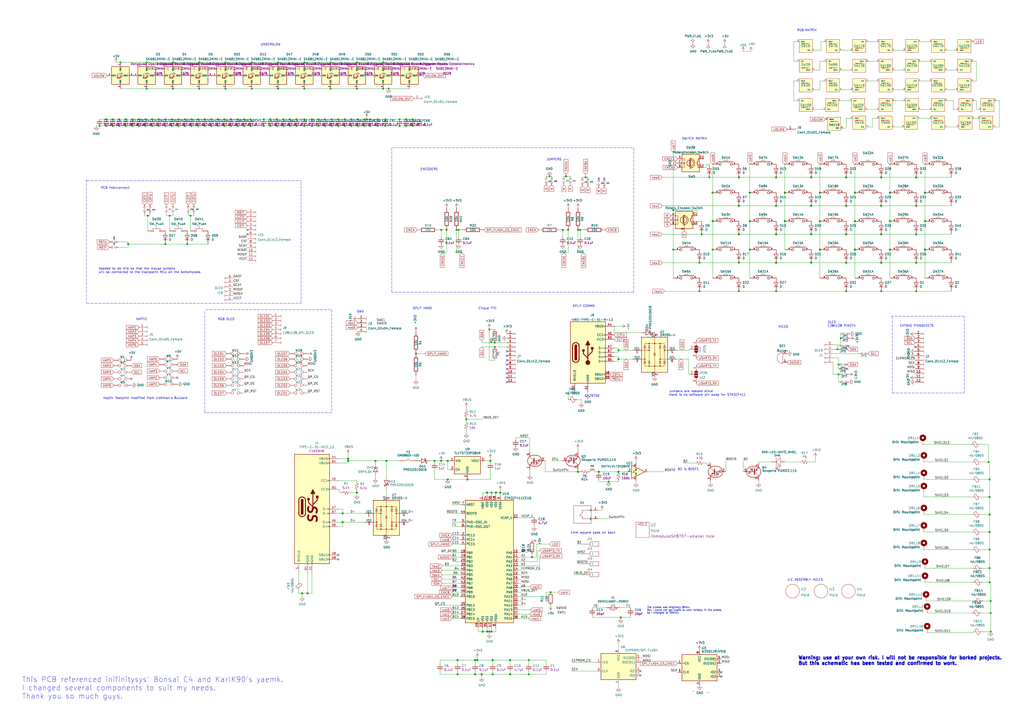
<source format=kicad_sch>
(kicad_sch (version 20211123) (generator eeschema)
  (paper "A2")
  (title_block (title "Zerf9 MX Track") (date "2022-03-24") (rev "1"))
  (junction (at 222.25 51.435))
  (junction (at 450.215 119.38) (diameter 1.016))
  (junction (at 184.785 73.025))
  (junction (at 92.075 73.025))
  (junction (at 191.77 51.435))
  (junction (at 172.085 73.025))
  (junction (at 485.775 202.565))
  (junction (at 161.29 36.195))
  (junction (at 255.905 133.35))
  (junction (at 285.75 382.905) (diameter 1.016))
  (junction (at 108.585 141.605))
  (junction (at 475.615 128.27) (diameter 1.016))
  (junction (at 172.085 69.215))
  (junction (at 176.53 73.025))
  (junction (at 455.295 128.27) (diameter 1.016))
  (junction (at 335.28 273.685) (diameter 1.016))
  (junction (at 76.835 69.215))
  (junction (at 178.435 344.17) (diameter 1.016))
  (junction (at 192.405 69.215))
  (junction (at 475.615 144.78) (diameter 1.016))
  (junction (at 470.535 119.38) (diameter 1.016))
  (junction (at 99.695 69.215))
  (junction (at 153.035 73.025))
  (junction (at 95.885 141.605))
  (junction (at 219.075 69.215))
  (junction (at 531.495 119.38) (diameter 1.016))
  (junction (at 276.86 382.905) (diameter 1.016))
  (junction (at 198.755 302.895) (diameter 1.016))
  (junction (at 160.655 69.215))
  (junction (at 265.43 382.905) (diameter 1.016))
  (junction (at 390.525 144.78))
  (junction (at 531.495 168.91))
  (junction (at 255.905 267.335) (diameter 1.016))
  (junction (at 200.025 69.215))
  (junction (at 265.43 391.16) (diameter 1.016))
  (junction (at 574.04 298.45) (diameter 1.016))
  (junction (at 390.525 121.92))
  (junction (at 69.215 69.215))
  (junction (at 118.745 69.215))
  (junction (at 80.645 73.025))
  (junction (at 69.215 73.025))
  (junction (at 326.39 133.35))
  (junction (at 455.295 111.76) (diameter 1.016))
  (junction (at 223.52 73.025))
  (junction (at 434.975 128.27) (diameter 1.016))
  (junction (at 231.775 69.215))
  (junction (at 490.855 152.4) (diameter 1.016))
  (junction (at 164.465 73.025))
  (junction (at 574.04 278.13) (diameter 1.016))
  (junction (at 107.315 73.025))
  (junction (at 335.28 133.35))
  (junction (at 188.595 69.215))
  (junction (at 275.59 391.16) (diameter 1.016))
  (junction (at 141.605 73.025))
  (junction (at 146.05 51.435))
  (junction (at 470.535 152.4) (diameter 1.016))
  (junction (at 413.385 144.78))
  (junction (at 306.705 391.16))
  (junction (at 319.405 343.535))
  (junction (at 118.745 73.025))
  (junction (at 161.29 51.435))
  (junction (at 328.295 102.235) (diameter 1.016))
  (junction (at 84.455 73.025))
  (junction (at 126.365 73.025))
  (junction (at 130.81 51.435))
  (junction (at 61.595 73.025))
  (junction (at 235.585 73.025))
  (junction (at 329.565 133.35))
  (junction (at 434.975 111.76) (diameter 1.016))
  (junction (at 223.52 69.215))
  (junction (at 259.08 133.35))
  (junction (at 275.59 382.905) (diameter 1.016))
  (junction (at 156.845 73.025))
  (junction (at 130.175 73.025))
  (junction (at 511.175 168.91))
  (junction (at 164.465 69.215))
  (junction (at 235.585 69.215))
  (junction (at 516.255 144.78) (diameter 1.016))
  (junction (at 295.91 382.905) (diameter 1.016))
  (junction (at 358.775 203.2) (diameter 1.016))
  (junction (at 160.655 73.025))
  (junction (at 100.33 51.435))
  (junction (at 428.625 135.89) (diameter 1.016))
  (junction (at 92.075 69.215))
  (junction (at 176.53 36.195))
  (junction (at 487.68 196.215))
  (junction (at 450.215 135.89) (diameter 1.016))
  (junction (at 84.455 69.215))
  (junction (at 180.975 73.025))
  (junction (at 201.93 267.335) (diameter 1.016))
  (junction (at 360.045 358.14) (diameter 1.016))
  (junction (at 490.855 119.38) (diameter 1.016))
  (junction (at 531.495 102.87) (diameter 1.016))
  (junction (at 470.535 102.87) (diameter 1.016))
  (junction (at 252.095 267.335) (diameter 1.016))
  (junction (at 428.625 102.87) (diameter 1.016))
  (junction (at 196.215 69.215))
  (junction (at 201.93 266.065) (diameter 1.016))
  (junction (at 511.175 135.89) (diameter 1.016))
  (junction (at 85.09 36.195))
  (junction (at 85.09 51.435))
  (junction (at 490.855 168.91))
  (junction (at 146.05 36.195))
  (junction (at 450.215 168.91))
  (junction (at 57.785 73.025))
  (junction (at 358.775 273.685) (diameter 1.016))
  (junction (at 336.55 133.35))
  (junction (at 284.48 267.335) (diameter 1.016))
  (junction (at 184.785 69.215))
  (junction (at 168.275 69.215))
  (junction (at 486.41 217.17))
  (junction (at 175.26 344.17) (diameter 1.016))
  (junction (at 450.215 152.4) (diameter 1.016))
  (junction (at 318.77 102.235) (diameter 1.016))
  (junction (at 407.035 135.89))
  (junction (at 222.25 36.195))
  (junction (at 511.175 152.4) (diameter 1.016))
  (junction (at 490.855 102.87) (diameter 1.016))
  (junction (at 574.04 337.82))
  (junction (at 141.605 69.215))
  (junction (at 574.04 308.61) (diameter 1.016))
  (junction (at 239.395 69.215))
  (junction (at 531.495 152.4) (diameter 1.016))
  (junction (at 137.795 69.215))
  (junction (at 65.405 69.215))
  (junction (at 516.255 111.76) (diameter 1.016))
  (junction (at 61.595 69.215))
  (junction (at 264.795 133.35))
  (junction (at 295.91 391.16) (diameter 1.016))
  (junction (at 225.425 51.435))
  (junction (at 115.57 36.195))
  (junction (at 133.985 73.025))
  (junction (at 516.255 128.27) (diameter 1.016))
  (junction (at 188.595 73.025))
  (junction (at 196.215 73.025))
  (junction (at 88.265 73.025))
  (junction (at 207.645 69.215))
  (junction (at 99.695 73.025))
  (junction (at 192.405 73.025))
  (junction (at 434.975 144.78) (diameter 1.016))
  (junction (at 413.385 128.27) (diameter 1.016))
  (junction (at 207.01 51.435))
  (junction (at 74.295 141.605))
  (junction (at 353.06 279.4) (diameter 1.016))
  (junction (at 115.57 51.435))
  (junction (at 574.675 348.615))
  (junction (at 266.065 133.35))
  (junction (at 428.625 119.38) (diameter 1.016))
  (junction (at 122.555 69.215))
  (junction (at 103.505 69.215))
  (junction (at 103.505 73.025))
  (junction (at 495.935 128.27) (diameter 1.016))
  (junction (at 231.775 73.025))
  (junction (at 411.48 102.87))
  (junction (at 287.02 201.295))
  (junction (at 107.315 69.215))
  (junction (at 191.77 36.195))
  (junction (at 475.615 111.76) (diameter 1.016))
  (junction (at 137.795 73.025))
  (junction (at 531.495 135.89) (diameter 1.016))
  (junction (at 168.275 73.025))
  (junction (at 285.115 366.395) (diameter 1.016))
  (junction (at 285.115 285.75) (diameter 1.016))
  (junction (at 413.385 111.76) (diameter 1.016))
  (junction (at 111.125 73.025))
  (junction (at 405.765 152.4))
  (junction (at 207.01 285.75) (diameter 1.016))
  (junction (at 450.215 102.87) (diameter 1.016))
  (junction (at 217.805 267.335) (diameter 1.016))
  (junction (at 85.725 125.095))
  (junction (at 176.53 51.435))
  (junction (at 282.575 366.395) (diameter 1.016))
  (junction (at 122.555 73.025))
  (junction (at 511.175 119.38) (diameter 1.016))
  (junction (at 126.365 69.215))
  (junction (at 511.175 102.87) (diameter 1.016))
  (junction (at 133.985 69.215))
  (junction (at 280.035 366.395) (diameter 1.016))
  (junction (at 207.01 36.195))
  (junction (at 271.145 278.13) (diameter 1.016))
  (junction (at 270.51 243.205) (diameter 1.016))
  (junction (at 306.705 382.905))
  (junction (at 65.405 73.025))
  (junction (at 428.625 152.4))
  (junction (at 180.975 69.215))
  (junction (at 111.125 69.215))
  (junction (at 259.715 267.335) (diameter 1.016))
  (junction (at 308.61 323.215))
  (junction (at 198.755 297.815) (diameter 1.016))
  (junction (at 211.455 69.215))
  (junction (at 203.835 73.025))
  (junction (at 153.035 69.215))
  (junction (at 490.855 135.89) (diameter 1.016))
  (junction (at 536.575 144.78) (diameter 1.016))
  (junction (at 283.845 366.395) (diameter 1.016))
  (junction (at 114.935 73.025))
  (junction (at 285.75 391.16) (diameter 1.016))
  (junction (at 495.935 144.78) (diameter 1.016))
  (junction (at 100.33 36.195))
  (junction (at 282.575 285.75) (diameter 1.016))
  (junction (at 405.765 168.91))
  (junction (at 156.845 69.215))
  (junction (at 88.265 69.215))
  (junction (at 536.575 128.27) (diameter 1.016))
  (junction (at 358.775 208.28) (diameter 1.016))
  (junction (at 80.645 69.215))
  (junction (at 224.155 267.335) (diameter 1.016))
  (junction (at 207.645 73.025))
  (junction (at 130.81 36.195))
  (junction (at 73.025 73.025))
  (junction (at 287.655 285.75) (diameter 1.016))
  (junction (at 339.725 102.87) (diameter 1.016))
  (junction (at 283.845 191.135))
  (junction (at 495.935 111.76) (diameter 1.016))
  (junction (at 428.625 168.91))
  (junction (at 239.395 73.025))
  (junction (at 95.885 69.215))
  (junction (at 574.675 366.395))
  (junction (at 76.835 73.025))
  (junction (at 259.715 278.13) (diameter 1.016))
  (junction (at 290.195 285.75) (diameter 1.016))
  (junction (at 241.3 205.105))
  (junction (at 114.935 69.215))
  (junction (at 211.455 73.025))
  (junction (at 110.49 125.095))
  (junction (at 279.4 391.16) (diameter 1.016))
  (junction (at 176.53 69.215))
  (junction (at 212.725 69.215))
  (junction (at 574.04 318.77) (diameter 1.016))
  (junction (at 95.885 73.025))
  (junction (at 98.425 125.095))
  (junction (at 73.025 69.215))
  (junction (at 145.415 73.025))
  (junction (at 573.405 267.97))
  (junction (at 470.535 135.89) (diameter 1.016))
  (junction (at 347.345 273.685) (diameter 1.016))
  (junction (at 219.075 73.025))
  (junction (at 69.85 36.195))
  (junction (at 130.175 69.215))
  (junction (at 287.02 198.755))
  (junction (at 145.415 69.215))
  (junction (at 203.835 69.215))
  (junction (at 574.675 355.6))
  (junction (at 574.04 288.29) (diameter 1.016))
  (junction (at 200.025 73.025))
  (junction (at 486.41 211.455))
  (junction (at 214.63 73.025))
  (junction (at 214.63 69.215))
  (junction (at 536.575 111.76) (diameter 1.016))
  (junction (at 574.04 329.565))
  (no_connect (at 418.465 389.89))
  (no_connect (at 418.465 392.43))
  (no_connect (at 350.52 103.505))
  (no_connect (at 347.345 103.505))
  (no_connect (at 76.2 219.71))
  (no_connect (at 371.475 391.795))
  (no_connect (at 196.215 324.485))
  (no_connect (at 294.005 211.455))
  (no_connect (at 294.005 216.535))
  (no_connect (at 294.005 219.075))
  (no_connect (at 294.005 221.615))
  (no_connect (at 491.49 213.995))
  (no_connect (at 371.475 389.255))
  (no_connect (at 492.125 200.66))
  (no_connect (at 102.87 219.075))
  (no_connect (at 530.86 201.295))
  (no_connect (at 196.215 321.945))
  (no_connect (at 294.005 203.835))
  (no_connect (at 294.005 206.375))
  (no_connect (at 294.005 213.995))
  (no_connect (at 294.005 208.915))
  (no_connect (at 143.51 133.35))
  (no_connect (at 143.51 135.89))
  (wire (pts (xy 311.15 323.215) (xy 311.15 315.595)))
  (wire (pts (xy 535.94 267.97) (xy 563.88 267.97)))
  (wire (pts (xy 343.535 352.425) (xy 343.535 353.06)))
  (wire (pts (xy 207.01 278.765) (xy 196.215 278.765)))
  (wire (pts (xy 535.94 308.61) (xy 563.88 308.61)))
  (wire (pts (xy 408.305 268.605) (xy 412.115 268.605)))
  (wire (pts (xy 574.675 337.82) (xy 574.675 348.615)))
  (wire (pts (xy 392.43 208.28) (xy 399.415 208.28)))
  (wire (pts (xy 222.25 51.435) (xy 225.425 51.435)))
  (polyline (pts (xy 192.405 239.395) (xy 118.745 239.395)))
  (wire (pts (xy 290.195 284.48) (xy 290.195 285.75)))
  (wire (pts (xy 347.345 279.4) (xy 353.06 279.4)))
  (wire (pts (xy 295.91 391.16) (xy 306.705 391.16)))
  (wire (pts (xy 280.035 363.855) (xy 280.035 366.395)))
  (wire (pts (xy 146.05 51.435) (xy 161.29 51.435)))
  (wire (pts (xy 368.935 267.335) (xy 368.935 268.605)))
  (wire (pts (xy 518.795 58.42) (xy 523.875 58.42)))
  (wire (pts (xy 57.785 73.025) (xy 61.595 73.025)))
  (wire (pts (xy 316.865 391.16) (xy 306.705 391.16)))
  (wire (pts (xy 300.355 300.355) (xy 309.88 300.355)))
  (wire (pts (xy 495.935 95.25) (xy 495.935 111.76)))
  (wire (pts (xy 224.155 283.845) (xy 224.155 287.655)))
  (wire (pts (xy 409.575 95.25) (xy 409.575 97.155)))
  (wire (pts (xy 270.51 243.205) (xy 270.51 244.475)))
  (wire (pts (xy 486.41 217.17) (xy 486.41 221.615)))
  (wire (pts (xy 96.52 125.095) (xy 96.52 123.825)))
  (wire (pts (xy 569.595 329.565) (xy 574.04 329.565)))
  (wire (pts (xy 450.215 135.89) (xy 428.625 135.89)))
  (wire (pts (xy 198.755 302.895) (xy 211.455 302.895)))
  (wire (pts (xy 68.58 140.335) (xy 74.295 140.335)))
  (wire (pts (xy 285.75 389.255) (xy 285.75 391.16)))
  (wire (pts (xy 469.265 267.97) (xy 473.075 267.97)))
  (wire (pts (xy 475.615 35.56) (xy 478.155 35.56)))
  (wire (pts (xy 207.01 279.4) (xy 207.01 278.765)))
  (wire (pts (xy 566.42 46.99) (xy 566.42 35.56)))
  (wire (pts (xy 565.15 68.58) (xy 567.055 68.58)))
  (wire (pts (xy 537.845 367.03) (xy 564.515 367.03)))
  (wire (pts (xy 316.865 343.535) (xy 319.405 343.535)))
  (wire (pts (xy 180.975 344.17) (xy 180.975 332.105)))
  (wire (pts (xy 566.42 63.5) (xy 567.69 63.5)))
  (wire (pts (xy 473.075 265.43) (xy 473.075 267.97)))
  (wire (pts (xy 110.49 125.095) (xy 110.49 133.985)))
  (wire (pts (xy 69.85 36.195) (xy 85.09 36.195)))
  (wire (pts (xy 283.845 366.395) (xy 283.845 367.665)))
  (wire (pts (xy 203.835 73.025) (xy 207.645 73.025)))
  (wire (pts (xy 262.255 356.235) (xy 267.335 356.235)))
  (wire (pts (xy 536.575 144.78) (xy 536.575 161.29)))
  (wire (pts (xy 407.035 135.89) (xy 428.625 135.89)))
  (wire (pts (xy 256.54 338.455) (xy 267.335 338.455)))
  (wire (pts (xy 339.725 100.965) (xy 339.725 102.87)))
  (wire (pts (xy 574.675 348.615) (xy 574.675 355.6)))
  (wire (pts (xy 358.775 207.01) (xy 358.775 208.28)))
  (wire (pts (xy 516.255 95.25) (xy 516.255 111.76)))
  (polyline (pts (xy 119.38 179.705) (xy 192.405 179.705)))
  (wire (pts (xy 332.74 333.375) (xy 337.185 333.375)))
  (wire (pts (xy 231.775 267.335) (xy 224.155 267.335)))
  (wire (pts (xy 358.775 204.47) (xy 356.235 204.47)))
  (wire (pts (xy 475.615 46.99) (xy 475.615 52.07)))
  (wire (pts (xy 308.61 323.215) (xy 311.15 323.215)))
  (wire (pts (xy 335.28 133.35) (xy 335.28 146.685)))
  (wire (pts (xy 175.26 344.17) (xy 178.435 344.17)))
  (wire (pts (xy 536.575 329.565) (xy 564.515 329.565)))
  (wire (pts (xy 483.235 205.105) (xy 498.475 205.105)))
  (wire (pts (xy 214.63 73.025) (xy 219.075 73.025)))
  (wire (pts (xy 223.52 73.025) (xy 231.775 73.025)))
  (wire (pts (xy 568.96 318.77) (xy 574.04 318.77)))
  (wire (pts (xy 265.43 389.255) (xy 265.43 391.16)))
  (wire (pts (xy 431.165 267.335) (xy 431.165 273.685)))
  (wire (pts (xy 428.625 119.38) (xy 450.215 119.38)))
  (wire (pts (xy 282.575 363.855) (xy 282.575 366.395)))
  (wire (pts (xy 553.085 63.5) (xy 554.99 63.5)))
  (wire (pts (xy 534.035 35.56) (xy 539.115 35.56)))
  (wire (pts (xy 65.405 73.025) (xy 69.215 73.025)))
  (wire (pts (xy 531.495 102.87) (xy 511.175 102.87)))
  (wire (pts (xy 535.94 298.45) (xy 563.88 298.45)))
  (wire (pts (xy 98.425 125.095) (xy 100.33 125.095)))
  (wire (pts (xy 85.09 36.195) (xy 100.33 36.195)))
  (wire (pts (xy 252.095 268.605) (xy 252.095 267.335)))
  (wire (pts (xy 476.25 24.13) (xy 478.155 24.13)))
  (wire (pts (xy 486.41 221.615) (xy 487.045 221.615)))
  (wire (pts (xy 241.3 217.805) (xy 241.3 220.345)))
  (wire (pts (xy 518.795 29.21) (xy 523.875 29.21)))
  (wire (pts (xy 300.355 330.835) (xy 302.26 330.835)))
  (wire (pts (xy 375.285 273.685) (xy 385.445 273.685)))
  (wire (pts (xy 285.115 287.655) (xy 285.115 285.75)))
  (wire (pts (xy 126.365 73.025) (xy 130.175 73.025)))
  (wire (pts (xy 196.215 266.065) (xy 201.93 266.065)))
  (wire (pts (xy 114.935 69.215) (xy 118.745 69.215)))
  (wire (pts (xy 460.375 35.56) (xy 460.375 24.13)))
  (wire (pts (xy 98.425 125.095) (xy 96.52 125.095)))
  (wire (pts (xy 358.775 201.93) (xy 358.775 203.2)))
  (wire (pts (xy 207.01 36.195) (xy 222.25 36.195)))
  (wire (pts (xy 231.775 69.215) (xy 235.585 69.215)))
  (wire (pts (xy 390.525 121.92) (xy 390.525 144.78)))
  (wire (pts (xy 346.71 295.91) (xy 349.25 295.91)))
  (wire (pts (xy 300.355 356.235) (xy 307.34 356.235)))
  (wire (pts (xy 285.75 385.445) (xy 285.75 382.905)))
  (wire (pts (xy 88.265 69.215) (xy 92.075 69.215)))
  (wire (pts (xy 282.575 285.75) (xy 285.115 285.75)))
  (wire (pts (xy 201.93 266.065) (xy 201.93 267.335)))
  (wire (pts (xy 133.985 69.215) (xy 137.795 69.215)))
  (wire (pts (xy 276.86 382.905) (xy 285.75 382.905)))
  (wire (pts (xy 300.355 348.615) (xy 302.26 348.615)))
  (wire (pts (xy 111.125 73.025) (xy 114.935 73.025)))
  (wire (pts (xy 275.59 391.16) (xy 279.4 391.16)))
  (wire (pts (xy 287.655 363.855) (xy 287.655 366.395)))
  (wire (pts (xy 168.275 73.025) (xy 172.085 73.025)))
  (wire (pts (xy 188.595 73.025) (xy 192.405 73.025)))
  (wire (pts (xy 173.355 344.17) (xy 175.26 344.17)))
  (wire (pts (xy 176.53 36.195) (xy 191.77 36.195)))
  (wire (pts (xy 549.275 52.07) (xy 554.355 52.07)))
  (wire (pts (xy 255.27 382.905) (xy 265.43 382.905)))
  (wire (pts (xy 358.775 396.875) (xy 358.775 398.78)))
  (wire (pts (xy 160.655 69.215) (xy 164.465 69.215)))
  (wire (pts (xy 535.94 288.29) (xy 563.88 288.29)))
  (wire (pts (xy 255.27 385.445) (xy 255.27 382.905)))
  (wire (pts (xy 266.065 133.35) (xy 266.065 137.795)))
  (wire (pts (xy 488.315 52.07) (xy 493.395 52.07)))
  (wire (pts (xy 490.855 68.58) (xy 493.395 68.58)))
  (wire (pts (xy 316.865 346.075) (xy 316.865 343.535)))
  (wire (pts (xy 483.235 210.185) (xy 483.235 217.17)))
  (wire (pts (xy 164.465 73.025) (xy 168.275 73.025)))
  (wire (pts (xy 61.595 69.215) (xy 65.405 69.215)))
  (wire (pts (xy 518.795 52.07) (xy 523.875 52.07)))
  (wire (pts (xy 341.63 273.685) (xy 342.265 273.685)))
  (wire (pts (xy 358.775 279.4) (xy 358.775 278.765)))
  (wire (pts (xy 356.235 207.01) (xy 358.775 207.01)))
  (wire (pts (xy 434.975 95.25) (xy 434.975 111.76)))
  (wire (pts (xy 284.48 267.335) (xy 284.48 268.605)))
  (wire (pts (xy 109.22 123.825) (xy 109.22 125.095)))
  (wire (pts (xy 371.475 384.175) (xy 372.745 384.175)))
  (wire (pts (xy 281.305 267.335) (xy 284.48 267.335)))
  (wire (pts (xy 343.535 352.425) (xy 351.79 352.425)))
  (wire (pts (xy 184.785 69.215) (xy 188.595 69.215)))
  (wire (pts (xy 198.755 302.895) (xy 198.755 305.435)))
  (wire (pts (xy 565.15 58.42) (xy 566.42 58.42)))
  (wire (pts (xy 256.54 330.835) (xy 267.335 330.835)))
  (wire (pts (xy 300.355 358.775) (xy 306.705 358.775)))
  (wire (pts (xy 254.635 133.35) (xy 255.905 133.35)))
  (wire (pts (xy 262.255 323.215) (xy 267.335 323.215)))
  (wire (pts (xy 130.175 73.025) (xy 133.985 73.025)))
  (wire (pts (xy 399.415 208.28) (xy 399.415 217.17)))
  (wire (pts (xy 408.305 97.155) (xy 409.575 97.155)))
  (wire (pts (xy 287.02 201.295) (xy 294.005 201.295)))
  (wire (pts (xy 107.315 73.025) (xy 111.125 73.025)))
  (wire (pts (xy 74.295 141.605) (xy 95.885 141.605)))
  (wire (pts (xy 579.755 58.42) (xy 579.755 73.66)))
  (wire (pts (xy 476.25 29.21) (xy 476.25 24.13)))
  (wire (pts (xy 300.355 346.075) (xy 316.865 346.075)))
  (wire (pts (xy 404.495 130.175) (xy 404.495 128.27)))
  (wire (pts (xy 262.255 315.595) (xy 267.335 315.595)))
  (wire (pts (xy 316.23 267.335) (xy 316.23 273.685)))
  (wire (pts (xy 344.805 273.685) (xy 347.345 273.685)))
  (wire (pts (xy 161.29 36.195) (xy 176.53 36.195)))
  (wire (pts (xy 211.455 73.025) (xy 214.63 73.025)))
  (polyline (pts (xy 559.435 227.965) (xy 559.435 183.515)))
  (wire (pts (xy 201.93 263.525) (xy 201.93 266.065)))
  (wire (pts (xy 460.375 24.13) (xy 462.28 24.13)))
  (wire (pts (xy 141.605 73.025) (xy 145.415 73.025)))
  (wire (pts (xy 168.275 69.215) (xy 172.085 69.215)))
  (wire (pts (xy 483.235 202.565) (xy 485.775 202.565)))
  (wire (pts (xy 408.305 92.075) (xy 408.305 88.265)))
  (wire (pts (xy 358.775 203.2) (xy 358.775 204.47)))
  (wire (pts (xy 573.405 267.97) (xy 574.04 267.97)))
  (wire (pts (xy 331.47 384.175) (xy 346.075 384.175)))
  (wire (pts (xy 319.405 343.535) (xy 323.85 343.535)))
  (wire (pts (xy 564.515 46.99) (xy 566.42 46.99)))
  (wire (pts (xy 98.425 125.095) (xy 98.425 133.985)))
  (wire (pts (xy 176.53 69.215) (xy 180.975 69.215)))
  (wire (pts (xy 235.585 69.215) (xy 239.395 69.215)))
  (wire (pts (xy 568.96 288.29) (xy 574.04 288.29)))
  (wire (pts (xy 156.845 69.215) (xy 160.655 69.215)))
  (wire (pts (xy 178.435 332.105) (xy 178.435 344.17)))
  (wire (pts (xy 207.645 69.215) (xy 211.455 69.215)))
  (wire (pts (xy 506.095 68.58) (xy 506.095 73.66)))
  (wire (pts (xy 409.575 95.25) (xy 411.48 95.25)))
  (wire (pts (xy 574.04 288.29) (xy 574.04 298.45)))
  (wire (pts (xy 537.845 355.6) (xy 563.88 355.6)))
  (wire (pts (xy 404.495 128.27) (xy 407.035 128.27)))
  (polyline (pts (xy 227.965 85.725) (xy 367.665 85.725)))
  (wire (pts (xy 259.715 278.13) (xy 271.145 278.13)))
  (wire (pts (xy 279.4 391.16) (xy 285.75 391.16)))
  (wire (pts (xy 224.155 267.335) (xy 224.155 276.225)))
  (wire (pts (xy 358.775 203.2) (xy 367.03 203.2)))
  (wire (pts (xy 488.315 29.21) (xy 493.395 29.21)))
  (wire (pts (xy 249.555 267.335) (xy 252.095 267.335)))
  (wire (pts (xy 200.025 69.215) (xy 203.835 69.215)))
  (wire (pts (xy 173.355 332.105) (xy 173.355 337.185)))
  (wire (pts (xy 347.345 278.13) (xy 347.345 279.4)))
  (wire (pts (xy 412.115 278.765) (xy 412.115 280.035)))
  (wire (pts (xy 475.615 111.76) (xy 475.615 128.27)))
  (wire (pts (xy 450.215 168.91) (xy 490.855 168.91)))
  (wire (pts (xy 306.705 385.445) (xy 306.705 382.905)))
  (wire (pts (xy 400.05 203.2) (xy 400.05 202.565)))
  (wire (pts (xy 259.715 267.335) (xy 259.715 272.415)))
  (wire (pts (xy 531.495 102.87) (xy 551.815 102.87)))
  (wire (pts (xy 92.075 73.025) (xy 95.885 73.025)))
  (wire (pts (xy 485.775 202.565) (xy 485.775 200.66)))
  (wire (pts (xy 57.785 69.215) (xy 61.595 69.215)))
  (wire (pts (xy 577.85 58.42) (xy 579.755 58.42)))
  (wire (pts (xy 405.765 168.91) (xy 428.625 168.91)))
  (wire (pts (xy 283.845 191.135) (xy 287.02 191.135)))
  (wire (pts (xy 76.835 73.025) (xy 80.645 73.025)))
  (wire (pts (xy 320.04 102.235) (xy 318.77 102.235)))
  (wire (pts (xy 265.43 385.445) (xy 265.43 382.905)))
  (wire (pts (xy 196.85 283.845) (xy 196.85 285.75)))
  (wire (pts (xy 277.495 366.395) (xy 280.035 366.395)))
  (wire (pts (xy 65.405 69.215) (xy 69.215 69.215)))
  (wire (pts (xy 536.575 128.27) (xy 536.575 144.78)))
  (wire (pts (xy 280.035 287.655) (xy 280.035 285.75)))
  (wire (pts (xy 300.355 343.535) (xy 302.26 343.535)))
  (wire (pts (xy 568.96 308.61) (xy 574.04 308.61)))
  (wire (pts (xy 259.08 297.815) (xy 267.335 297.815)))
  (wire (pts (xy 579.755 73.66) (xy 577.215 73.66)))
  (wire (pts (xy 76.835 69.215) (xy 80.645 69.215)))
  (polyline (pts (xy 192.405 179.705) (xy 192.405 239.395)))
  (wire (pts (xy 472.44 63.5) (xy 477.52 63.5)))
  (wire (pts (xy 411.48 102.87) (xy 428.625 102.87)))
  (wire (pts (xy 280.035 285.75) (xy 282.575 285.75)))
  (wire (pts (xy 440.055 267.97) (xy 440.055 268.605)))
  (wire (pts (xy 164.465 69.215) (xy 168.275 69.215)))
  (wire (pts (xy 328.295 100.965) (xy 328.295 102.235)))
  (wire (pts (xy 262.255 325.755) (xy 267.335 325.755)))
  (wire (pts (xy 343.535 358.14) (xy 360.045 358.14)))
  (wire (pts (xy 503.555 24.13) (xy 508.635 24.13)))
  (wire (pts (xy 100.33 36.195) (xy 115.57 36.195)))
  (wire (pts (xy 85.725 125.095) (xy 86.995 125.095)))
  (wire (pts (xy 455.295 128.27) (xy 455.295 144.78)))
  (wire (pts (xy 88.265 73.025) (xy 92.075 73.025)))
  (wire (pts (xy 337.185 231.775) (xy 337.185 233.68)))
  (wire (pts (xy 516.255 111.76) (xy 516.255 128.27)))
  (wire (pts (xy 270.51 242.57) (xy 270.51 243.205)))
  (wire (pts (xy 252.095 267.335) (xy 255.905 267.335)))
  (wire (pts (xy 100.33 51.435) (xy 115.57 51.435)))
  (wire (pts (xy 295.91 382.905) (xy 306.705 382.905)))
  (wire (pts (xy 347.345 274.32) (xy 347.345 273.685)))
  (wire (pts (xy 67.31 36.195) (xy 69.85 36.195)))
  (wire (pts (xy 103.505 73.025) (xy 107.315 73.025)))
  (polyline (pts (xy 367.665 85.725) (xy 367.665 169.545)))
  (polyline (pts (xy 50.165 104.14) (xy 50.165 175.895)))
  (wire (pts (xy 462.28 58.42) (xy 460.375 58.42)))
  (wire (pts (xy 85.725 125.095) (xy 83.82 125.095)))
  (wire (pts (xy 353.06 279.4) (xy 358.775 279.4)))
  (wire (pts (xy 153.035 69.215) (xy 156.845 69.215)))
  (wire (pts (xy 490.855 102.87) (xy 511.175 102.87)))
  (wire (pts (xy 279.4 201.295) (xy 287.02 201.295)))
  (wire (pts (xy 470.535 119.38) (xy 490.855 119.38)))
  (wire (pts (xy 384.175 102.87) (xy 411.48 102.87)))
  (wire (pts (xy 475.615 128.27) (xy 475.615 144.78)))
  (wire (pts (xy 356.235 189.23) (xy 360.045 189.23)))
  (wire (pts (xy 99.695 73.025) (xy 103.505 73.025)))
  (wire (pts (xy 531.495 119.38) (xy 551.815 119.38)))
  (wire (pts (xy 340.995 227.33) (xy 340.995 228.6)))
  (wire (pts (xy 184.785 73.025) (xy 188.595 73.025)))
  (wire (pts (xy 413.385 144.78) (xy 413.385 161.29)))
  (wire (pts (xy 318.77 102.235) (xy 316.865 102.235)))
  (wire (pts (xy 173.355 342.265) (xy 173.355 344.17)))
  (wire (pts (xy 568.96 278.13) (xy 574.04 278.13)))
  (wire (pts (xy 531.495 135.89) (xy 551.815 135.89)))
  (wire (pts (xy 490.855 168.91) (xy 511.175 168.91)))
  (wire (pts (xy 334.645 321.31) (xy 337.185 321.31)))
  (wire (pts (xy 109.22 125.095) (xy 110.49 125.095)))
  (wire (pts (xy 300.355 353.695) (xy 307.975 353.695)))
  (wire (pts (xy 203.835 69.215) (xy 207.645 69.215)))
  (wire (pts (xy 271.145 278.13) (xy 271.145 277.495)))
  (wire (pts (xy 549.275 73.66) (xy 554.99 73.66)))
  (wire (pts (xy 334.645 315.595) (xy 337.185 315.595)))
  (wire (pts (xy 224.155 267.335) (xy 217.805 267.335)))
  (wire (pts (xy 531.495 152.4) (xy 551.815 152.4)))
  (wire (pts (xy 266.065 133.35) (xy 267.97 133.35)))
  (wire (pts (xy 534.035 24.13) (xy 539.115 24.13)))
  (wire (pts (xy 309.88 304.165) (xy 309.88 305.435)))
  (wire (pts (xy 287.655 285.75) (xy 290.195 285.75)))
  (wire (pts (xy 85.725 125.095) (xy 85.725 133.985)))
  (polyline (pts (xy 367.665 169.545) (xy 227.33 169.545)))
  (wire (pts (xy 495.935 111.76) (xy 495.935 128.27)))
  (wire (pts (xy 80.645 73.025) (xy 84.455 73.025)))
  (wire (pts (xy 574.04 278.13) (xy 574.04 288.29)))
  (wire (pts (xy 488.95 74.295) (xy 490.855 74.295)))
  (wire (pts (xy 300.355 351.155) (xy 302.26 351.155)))
  (wire (pts (xy 405.765 152.4) (xy 428.625 152.4)))
  (wire (pts (xy 358.775 373.38) (xy 358.775 376.555)))
  (wire (pts (xy 385.445 168.91) (xy 405.765 168.91)))
  (wire (pts (xy 440.055 278.765) (xy 440.055 280.035)))
  (wire (pts (xy 283.845 191.135) (xy 283.845 190.5)))
  (wire (pts (xy 68.58 143.51) (xy 74.295 143.51)))
  (wire (pts (xy 126.365 69.215) (xy 130.175 69.215)))
  (wire (pts (xy 360.045 358.775) (xy 360.045 358.14)))
  (wire (pts (xy 346.71 300.99) (xy 353.06 300.99)))
  (wire (pts (xy 502.92 63.5) (xy 508.635 63.5)))
  (wire (pts (xy 191.77 51.435) (xy 207.01 51.435)))
  (wire (pts (xy 180.975 69.215) (xy 184.785 69.215)))
  (wire (pts (xy 255.27 391.16) (xy 265.43 391.16)))
  (wire (pts (xy 223.52 69.215) (xy 231.775 69.215)))
  (wire (pts (xy 434.975 128.27) (xy 434.975 144.78)))
  (wire (pts (xy 231.775 73.025) (xy 235.585 73.025)))
  (wire (pts (xy 69.215 69.215) (xy 73.025 69.215)))
  (wire (pts (xy 196.85 285.75) (xy 198.12 285.75)))
  (wire (pts (xy 153.035 73.025) (xy 156.845 73.025)))
  (wire (pts (xy 285.75 382.905) (xy 295.91 382.905)))
  (wire (pts (xy 55.88 73.025) (xy 57.785 73.025)))
  (wire (pts (xy 470.535 102.87) (xy 490.855 102.87)))
  (wire (pts (xy 300.355 340.995) (xy 302.26 340.995)))
  (wire (pts (xy 262.255 353.695) (xy 267.335 353.695)))
  (wire (pts (xy 279.4 198.755) (xy 279.4 197.485)))
  (wire (pts (xy 487.68 196.215) (xy 487.68 193.675)))
  (wire (pts (xy 516.255 144.78) (xy 516.255 161.29)))
  (wire (pts (xy 428.625 102.87) (xy 450.215 102.87)))
  (wire (pts (xy 328.295 102.235) (xy 330.835 102.235)))
  (wire (pts (xy 287.655 287.655) (xy 287.655 285.75)))
  (wire (pts (xy 306.705 389.255) (xy 306.705 391.16)))
  (polyline (pts (xy 174.625 175.895) (xy 174.625 104.775)))
  (wire (pts (xy 262.255 358.775) (xy 267.335 358.775)))
  (wire (pts (xy 535.94 318.77) (xy 563.88 318.77)))
  (wire (pts (xy 192.405 73.025) (xy 196.215 73.025)))
  (wire (pts (xy 358.775 208.28) (xy 367.03 208.28)))
  (wire (pts (xy 536.575 111.76) (xy 536.575 95.25)))
  (wire (pts (xy 188.595 69.215) (xy 192.405 69.215)))
  (wire (pts (xy 574.675 366.395) (xy 569.595 366.395)))
  (wire (pts (xy 259.715 267.335) (xy 260.985 267.335)))
  (wire (pts (xy 334.645 327.025) (xy 337.185 327.025)))
  (wire (pts (xy 566.42 35.56) (xy 564.515 35.56)))
  (wire (pts (xy 472.44 29.21) (xy 476.25 29.21)))
  (wire (pts (xy 145.415 69.215) (xy 153.035 69.215)))
  (wire (pts (xy 470.535 102.87) (xy 450.215 102.87)))
  (wire (pts (xy 549.275 29.21) (xy 554.355 29.21)))
  (wire (pts (xy 470.535 152.4) (xy 450.215 152.4)))
  (wire (pts (xy 300.355 325.755) (xy 311.785 325.755)))
  (wire (pts (xy 225.425 51.435) (xy 237.49 51.435)))
  (wire (pts (xy 485.775 200.66) (xy 487.045 200.66)))
  (wire (pts (xy 287.02 198.755) (xy 279.4 198.755)))
  (wire (pts (xy 564.515 367.03) (xy 564.515 366.395)))
  (wire (pts (xy 413.385 111.76) (xy 413.385 128.27)))
  (wire (pts (xy 490.855 119.38) (xy 511.175 119.38)))
  (wire (pts (xy 470.535 135.89) (xy 490.855 135.89)))
  (wire (pts (xy 196.85 283.845) (xy 196.215 283.845)))
  (wire (pts (xy 475.615 144.78) (xy 475.615 161.29)))
  (wire (pts (xy 390.525 88.265) (xy 408.305 88.265)))
  (wire (pts (xy 212.725 69.215) (xy 214.63 69.215)))
  (wire (pts (xy 568.96 298.45) (xy 574.04 298.45)))
  (polyline (pts (xy 50.165 175.895) (xy 174.625 175.895)))
  (wire (pts (xy 490.855 74.295) (xy 490.855 68.58)))
  (wire (pts (xy 180.975 73.025) (xy 184.785 73.025)))
  (wire (pts (xy 252.095 278.13) (xy 259.715 278.13)))
  (wire (pts (xy 574.04 318.77) (xy 574.04 329.565)))
  (wire (pts (xy 122.555 69.215) (xy 126.365 69.215)))
  (wire (pts (xy 508.635 68.58) (xy 506.095 68.58)))
  (wire (pts (xy 413.385 128.27) (xy 413.385 144.78)))
  (wire (pts (xy 413.385 95.25) (xy 413.385 111.76)))
  (wire (pts (xy 256.54 333.375) (xy 267.335 333.375)))
  (wire (pts (xy 340.995 102.87) (xy 339.725 102.87)))
  (wire (pts (xy 325.12 133.35) (xy 326.39 133.35)))
  (wire (pts (xy 531.495 168.91) (xy 551.815 168.91)))
  (wire (pts (xy 287.655 366.395) (xy 285.115 366.395)))
  (wire (pts (xy 462.28 35.56) (xy 460.375 35.56)))
  (wire (pts (xy 316.865 389.255) (xy 316.865 391.16)))
  (wire (pts (xy 434.975 144.78) (xy 434.975 161.29)))
  (wire (pts (xy 255.905 267.335) (xy 259.715 267.335)))
  (wire (pts (xy 207.01 51.435) (xy 222.25 51.435)))
  (wire (pts (xy 503.555 46.99) (xy 508.635 46.99)))
  (wire (pts (xy 331.47 389.255) (xy 346.075 389.255)))
  (wire (pts (xy 574.675 355.6) (xy 568.96 355.6)))
  (wire (pts (xy 475.615 40.64) (xy 475.615 35.56)))
  (wire (pts (xy 390.525 144.78) (xy 390.525 161.29)))
  (wire (pts (xy 534.035 63.5) (xy 539.115 63.5)))
  (wire (pts (xy 255.905 133.35) (xy 259.08 133.35)))
  (wire (pts (xy 483.235 207.645) (xy 486.41 207.645)))
  (wire (pts (xy 483.235 200.025) (xy 487.68 200.025)))
  (wire (pts (xy 133.985 73.025) (xy 137.795 73.025)))
  (wire (pts (xy 302.26 340.36) (xy 302.26 340.995)))
  (wire (pts (xy 342.265 272.415) (xy 342.265 273.685)))
  (wire (pts (xy 115.57 36.195) (xy 130.81 36.195)))
  (wire (pts (xy 95.885 69.215) (xy 99.695 69.215)))
  (wire (pts (xy 392.43 203.2) (xy 400.05 203.2)))
  (wire (pts (xy 217.805 268.605) (xy 217.805 267.335)))
  (wire (pts (xy 368.935 280.035) (xy 368.935 278.765)))
  (wire (pts (xy 327.025 146.685) (xy 329.565 146.685)))
  (wire (pts (xy 404.495 125.095) (xy 404.495 121.92)))
  (wire (pts (xy 365.76 358.14) (xy 365.76 356.87)))
  (wire (pts (xy 211.455 69.215) (xy 212.725 69.215)))
  (wire (pts (xy 161.29 51.435) (xy 176.53 51.435)))
  (wire (pts (xy 130.175 69.215) (xy 133.985 69.215)))
  (wire (pts (xy 137.795 73.025) (xy 141.605 73.025)))
  (wire (pts (xy 252.095 351.155) (xy 267.335 351.155)))
  (wire (pts (xy 255.27 389.255) (xy 255.27 391.16)))
  (wire (pts (xy 396.24 268.605) (xy 403.225 268.605)))
  (wire (pts (xy 365.76 352.425) (xy 365.76 353.06)))
  (wire (pts (xy 295.91 389.255) (xy 295.91 391.16)))
  (wire (pts (xy 535.305 257.81) (xy 563.245 257.81)))
  (wire (pts (xy 343.535 356.87) (xy 343.535 358.14)))
  (wire (pts (xy 326.39 137.795) (xy 326.39 133.35)))
  (wire (pts (xy 356.235 189.23) (xy 356.235 193.04)))
  (wire (pts (xy 178.435 344.17) (xy 180.975 344.17)))
  (wire (pts (xy 518.795 40.64) (xy 523.875 40.64)))
  (wire (pts (xy 390.525 88.265) (xy 390.525 121.92)))
  (wire (pts (xy 246.38 205.105) (xy 241.3 205.105)))
  (wire (pts (xy 511.175 168.91) (xy 531.495 168.91)))
  (wire (pts (xy 252.095 272.415) (xy 252.095 278.13)))
  (wire (pts (xy 265.43 382.905) (xy 275.59 382.905)))
  (wire (pts (xy 74.295 140.335) (xy 74.295 141.605)))
  (wire (pts (xy 535.94 285.75) (xy 535.94 288.29)))
  (wire (pts (xy 421.005 273.685) (xy 421.005 267.335)))
  (wire (pts (xy 384.175 119.38) (xy 428.625 119.38)))
  (wire (pts (xy 262.255 302.895) (xy 267.335 302.895)))
  (wire (pts (xy 172.085 73.025) (xy 176.53 73.025)))
  (wire (pts (xy 511.175 135.89) (xy 531.495 135.89)))
  (wire (pts (xy 86.995 125.095) (xy 86.995 123.825)))
  (wire (pts (xy 464.185 267.97) (xy 455.295 267.97)))
  (wire (pts (xy 256.54 328.295) (xy 267.335 328.295)))
  (wire (pts (xy 311.785 325.755) (xy 311.785 319.405)))
  (wire (pts (xy 282.575 287.655) (xy 282.575 285.75)))
  (wire (pts (xy 339.725 102.87) (xy 337.82 102.87)))
  (wire (pts (xy 475.615 95.25) (xy 475.615 111.76)))
  (wire (pts (xy 460.375 58.42) (xy 460.375 46.99)))
  (wire (pts (xy 108.585 141.605) (xy 120.65 141.605)))
  (wire (pts (xy 336.55 133.35) (xy 336.55 137.795)))
  (wire (pts (xy 360.045 358.14) (xy 365.76 358.14)))
  (wire (pts (xy 549.275 40.64) (xy 554.355 40.64)))
  (wire (pts (xy 399.415 217.17) (xy 400.05 217.17)))
  (wire (pts (xy 95.885 141.605) (xy 108.585 141.605)))
  (wire (pts (xy 570.23 348.615) (xy 574.675 348.615)))
  (wire (pts (xy 549.275 58.42) (xy 553.085 58.42)))
  (wire (pts (xy 262.255 292.735) (xy 267.335 292.735)))
  (wire (pts (xy 384.175 152.4) (xy 405.765 152.4)))
  (wire (pts (xy 431.165 29.845) (xy 435.61 29.845)))
  (wire (pts (xy 518.795 73.66) (xy 523.24 73.66)))
  (wire (pts (xy 211.455 297.815) (xy 198.755 297.815)))
  (wire (pts (xy 308.61 323.215) (xy 308.61 321.31)))
  (wire (pts (xy 460.375 46.99) (xy 462.28 46.99)))
  (wire (pts (xy 470.535 135.89) (xy 450.215 135.89)))
  (wire (pts (xy 262.255 340.995) (xy 267.335 340.995)))
  (wire (pts (xy 137.795 69.215) (xy 141.605 69.215)))
  (wire (pts (xy 103.505 69.215) (xy 107.315 69.215)))
  (wire (pts (xy 264.795 133.35) (xy 266.065 133.35)))
  (wire (pts (xy 262.255 346.075) (xy 267.335 346.075)))
  (wire (pts (xy 280.035 243.205) (xy 270.51 243.205)))
  (wire (pts (xy 275.59 385.445) (xy 275.59 382.905)))
  (wire (pts (xy 485.775 202.565) (xy 486.41 202.565)))
  (wire (pts (xy 95.885 73.025) (xy 99.695 73.025)))
  (wire (pts (xy 262.255 320.675) (xy 267.335 320.675)))
  (wire (pts (xy 300.355 328.295) (xy 313.055 328.295)))
  (wire (pts (xy 172.085 69.215) (xy 176.53 69.215)))
  (wire (pts (xy 201.93 268.605) (xy 201.93 267.335)))
  (wire (pts (xy 486.41 207.645) (xy 486.41 211.455)))
  (wire (pts (xy 533.4 68.58) (xy 539.115 68.58)))
  (wire (pts (xy 196.215 69.215) (xy 200.025 69.215)))
  (wire (pts (xy 566.42 58.42) (xy 566.42 63.5)))
  (wire (pts (xy 130.81 36.195) (xy 146.05 36.195)))
  (wire (pts (xy 537.21 348.615) (xy 565.15 348.615)))
  (wire (pts (xy 294.005 198.755) (xy 287.02 198.755)))
  (wire (pts (xy 259.715 272.415) (xy 260.985 272.415)))
  (wire (pts (xy 114.935 73.025) (xy 118.745 73.025)))
  (wire (pts (xy 299.085 254) (xy 307.34 254)))
  (wire (pts (xy 207.645 73.025) (xy 211.455 73.025)))
  (wire (pts (xy 569.595 337.82) (xy 574.04 337.82)))
  (wire (pts (xy 156.845 73.025) (xy 160.655 73.025)))
  (wire (pts (xy 486.41 217.17) (xy 487.045 217.17)))
  (wire (pts (xy 574.04 298.45) (xy 574.04 308.61)))
  (wire (pts (xy 574.04 308.61) (xy 574.04 318.77)))
  (wire (pts (xy 574.04 337.82) (xy 574.675 337.82)))
  (wire (pts (xy 490.855 135.89) (xy 511.175 135.89)))
  (wire (pts (xy 574.675 355.6) (xy 574.675 366.395)))
  (wire (pts (xy 487.68 58.42) (xy 492.76 58.42)))
  (wire (pts (xy 316.23 273.685) (xy 335.28 273.685)))
  (wire (pts (xy 300.355 335.915) (xy 302.26 335.915)))
  (wire (pts (xy 285.115 363.855) (xy 285.115 366.395)))
  (wire (pts (xy 335.28 146.685) (xy 338.455 146.685)))
  (wire (pts (xy 335.28 260.35) (xy 335.28 262.255)))
  (wire (pts (xy 434.975 111.76) (xy 434.975 128.27)))
  (wire (pts (xy 503.555 73.66) (xy 506.095 73.66)))
  (wire (pts (xy 336.55 133.35) (xy 338.455 133.35)))
  (wire (pts (xy 535.94 278.13) (xy 563.88 278.13)))
  (wire (pts (xy 198.755 295.275) (xy 198.755 297.815)))
  (wire (pts (xy 217.805 267.335) (xy 201.93 267.335)))
  (wire (pts (xy 262.255 305.435) (xy 267.335 305.435)))
  (wire (pts (xy 329.565 227.33) (xy 329.565 231.775)))
  (wire (pts (xy 568.96 267.97) (xy 573.405 267.97)))
  (wire (pts (xy 275.59 389.255) (xy 275.59 391.16)))
  (wire (pts (xy 264.795 133.35) (xy 264.795 146.685)))
  (wire (pts (xy 196.215 295.275) (xy 198.755 295.275)))
  (wire (pts (xy 487.68 200.025) (xy 487.68 196.215)))
  (wire (pts (xy 191.77 36.195) (xy 207.01 36.195)))
  (wire (pts (xy 196.215 73.025) (xy 200.025 73.025)))
  (wire (pts (xy 176.53 51.435) (xy 191.77 51.435)))
  (wire (pts (xy 130.81 51.435) (xy 146.05 51.435)))
  (wire (pts (xy 219.075 69.215) (xy 223.52 69.215)))
  (wire (pts (xy 259.08 146.685) (xy 259.08 133.35)))
  (wire (pts (xy 84.455 69.215) (xy 88.265 69.215)))
  (wire (pts (xy 141.605 69.215) (xy 145.415 69.215)))
  (wire (pts (xy 536.575 337.82) (xy 564.515 337.82)))
  (wire (pts (xy 214.63 69.215) (xy 219.075 69.215)))
  (wire (pts (xy 503.555 35.56) (xy 508.635 35.56)))
  (wire (pts (xy 307.34 340.36) (xy 302.26 340.36)))
  (wire (pts (xy 311.15 315.595) (xy 318.77 315.595)))
  (wire (pts (xy 145.415 73.025) (xy 153.035 73.025)))
  (wire (pts (xy 285.115 285.75) (xy 287.655 285.75)))
  (wire (pts (xy 495.935 144.78) (xy 495.935 161.29)))
  (wire (pts (xy 69.85 51.435) (xy 85.09 51.435)))
  (wire (pts (xy 470.535 119.38) (xy 450.215 119.38)))
  (wire (pts (xy 313.055 328.295) (xy 313.055 322.58)))
  (wire (pts (xy 118.745 69.215) (xy 122.555 69.215)))
  (wire (pts (xy 73.025 73.025) (xy 76.835 73.025)))
  (wire (pts (xy 276.86 381.635) (xy 276.86 382.905)))
  (wire (pts (xy 358.775 208.28) (xy 358.775 209.55)))
  (wire (pts (xy 69.215 73.025) (xy 73.025 73.025)))
  (wire (pts (xy 358.775 209.55) (xy 356.235 209.55)))
  (wire (pts (xy 100.33 125.095) (xy 100.33 123.825)))
  (wire (pts (xy 334.645 231.775) (xy 337.185 231.775)))
  (wire (pts (xy 239.395 73.025) (xy 243.205 73.025)))
  (wire (pts (xy 372.745 381.635) (xy 371.475 381.635)))
  (wire (pts (xy 483.235 217.17) (xy 486.41 217.17)))
  (wire (pts (xy 534.035 46.99) (xy 539.115 46.99)))
  (wire (pts (xy 455.295 95.25) (xy 455.295 111.76)))
  (wire (pts (xy 495.935 128.27) (xy 495.935 144.78)))
  (wire (pts (xy 358.775 273.685) (xy 363.855 273.685)))
  (wire (pts (xy 84.455 73.025) (xy 88.265 73.025)))
  (wire (pts (xy 316.865 382.905) (xy 306.705 382.905)))
  (wire (pts (xy 347.345 273.685) (xy 358.775 273.685)))
  (wire (pts (xy 146.05 36.195) (xy 161.29 36.195)))
  (wire (pts (xy 536.575 128.27) (xy 536.575 111.76)))
  (polyline (pts (xy 50.165 104.775) (xy 174.625 104.775)))
  (wire (pts (xy 203.2 285.75) (xy 207.01 285.75)))
  (wire (pts (xy 307.34 254) (xy 307.34 262.255)))
  (wire (pts (xy 440.055 267.97) (xy 447.675 267.97)))
  (wire (pts (xy 112.395 125.095) (xy 112.395 123.825)))
  (wire (pts (xy 326.39 133.35) (xy 329.565 133.35)))
  (wire (pts (xy 256.54 146.685) (xy 259.08 146.685)))
  (wire (pts (xy 270.51 236.22) (xy 270.51 237.49)))
  (wire (pts (xy 196.215 268.605) (xy 201.93 268.605)))
  (wire (pts (xy 176.53 73.025) (xy 180.975 73.025)))
  (wire (pts (xy 300.355 323.215) (xy 308.61 323.215)))
  (wire (pts (xy 80.645 69.215) (xy 84.455 69.215)))
  (wire (pts (xy 115.57 51.435) (xy 130.81 51.435)))
  (wire (pts (xy 335.28 133.35) (xy 336.55 133.35)))
  (wire (pts (xy 455.295 111.76) (xy 455.295 128.27)))
  (wire (pts (xy 207.01 284.48) (xy 207.01 285.75)))
  (wire (pts (xy 196.215 305.435) (xy 198.755 305.435)))
  (wire (pts (xy 160.655 73.025) (xy 164.465 73.025)))
  (polyline (pts (xy 118.745 239.395) (xy 118.745 180.34)))
  (wire (pts (xy 488.315 40.64) (xy 493.395 40.64)))
  (wire (pts (xy 175.26 344.17) (xy 175.26 346.075)))
  (wire (pts (xy 428.625 168.91) (xy 450.215 168.91)))
  (wire (pts (xy 478.155 46.99) (xy 475.615 46.99)))
  (wire (pts (xy 92.075 69.215) (xy 95.885 69.215)))
  (wire (pts (xy 472.44 52.07) (xy 475.615 52.07)))
  (wire (pts (xy 472.44 40.64) (xy 475.615 40.64)))
  (wire (pts (xy 486.41 211.455) (xy 486.41 213.995)))
  (wire (pts (xy 61.595 73.025) (xy 65.405 73.025)))
  (wire (pts (xy 270.51 249.555) (xy 270.51 251.46)))
  (wire (pts (xy 300.355 320.675) (xy 302.26 320.675)))
  (wire (pts (xy 290.195 285.75) (xy 290.195 287.655)))
  (wire (pts (xy 279.4 393.065) (xy 279.4 391.16)))
  (wire (pts (xy 329.565 227.33) (xy 333.375 227.33)))
  (wire (pts (xy 262.255 313.055) (xy 267.335 313.055)))
  (wire (pts (xy 327.025 102.235) (xy 328.295 102.235)))
  (wire (pts (xy 200.025 73.025) (xy 203.835 73.025)))
  (wire (pts (xy 390.525 121.92) (xy 404.495 121.92)))
  (wire (pts (xy 490.855 152.4) (xy 511.175 152.4)))
  (wire (pts (xy 284.48 266.065) (xy 284.48 267.335)))
  (wire (pts (xy 235.585 73.025) (xy 239.395 73.025)))
  (wire (pts (xy 217.805 276.225) (xy 217.805 277.495)))
  (wire (pts (xy 574.04 329.565) (xy 574.04 337.82)))
  (wire (pts (xy 574.04 267.97) (xy 574.04 278.13)))
  (wire (pts (xy 335.28 273.685) (xy 336.55 273.685)))
  (wire (pts (xy 284.48 272.415) (xy 284.48 278.13)))
  (wire (pts (xy 356.235 193.04) (xy 372.11 193.04)))
  (wire (pts (xy 307.34 272.415) (xy 307.34 275.59)))
  (wire (pts (xy 198.755 297.815) (xy 196.215 297.815)))
  (wire (pts (xy 262.255 343.535) (xy 267.335 343.535)))
  (wire (pts (xy 284.48 278.13) (xy 271.145 278.13)))
  (polyline (pts (xy 227.33 169.545) (xy 227.33 85.725)))
  (wire (pts (xy 107.315 69.215) (xy 111.125 69.215)))
  (wire (pts (xy 428.625 152.4) (xy 450.215 152.4)))
  (wire (pts (xy 264.795 146.685) (xy 267.97 146.685)))
  (wire (pts (xy 285.115 366.395) (xy 283.845 366.395)))
  (wire (pts (xy 300.355 338.455) (xy 302.26 338.455)))
  (wire (pts (xy 196.215 302.895) (xy 198.755 302.895)))
  (polyline (pts (xy 517.525 227.965) (xy 559.435 227.965)))
  (wire (pts (xy 573.405 257.81) (xy 573.405 267.97)))
  (wire (pts (xy 222.25 36.195) (xy 237.49 36.195)))
  (wire (pts (xy 470.535 152.4) (xy 490.855 152.4)))
  (wire (pts (xy 568.325 257.81) (xy 573.405 257.81)))
  (wire (pts (xy 122.555 73.025) (xy 126.365 73.025)))
  (wire (pts (xy 335.28 273.685) (xy 335.28 272.415)))
  (wire (pts (xy 511.175 119.38) (xy 531.495 119.38)))
  (wire (pts (xy 344.805 272.415) (xy 344.805 273.685)))
  (wire (pts (xy 111.125 69.215) (xy 114.935 69.215)))
  (wire (pts (xy 265.43 391.16) (xy 275.59 391.16)))
  (wire (pts (xy 311.785 319.405) (xy 313.055 319.405)))
  (polyline (pts (xy 559.435 183.515) (xy 516.89 183.515)))
  (wire (pts (xy 74.295 143.51) (xy 74.295 141.605)))
  (wire (pts (xy 118.745 73.025) (xy 122.555 73.025)))
  (wire (pts (xy 359.41 352.425) (xy 365.76 352.425)))
  (wire (pts (xy 287.02 208.915) (xy 283.845 208.915)))
  (wire (pts (xy 255.905 137.795) (xy 255.905 133.35)))
  (wire (pts (xy 299.085 255.27) (xy 299.085 254)))
  (wire (pts (xy 300.355 333.375) (xy 302.26 333.375)))
  (wire (pts (xy 275.59 382.905) (xy 276.86 382.905)))
  (wire (pts (xy 316.865 385.445) (xy 316.865 382.905)))
  (wire (pts (xy 282.575 366.395) (xy 283.845 366.395)))
  (wire (pts (xy 219.075 73.025) (xy 223.52 73.025)))
  (wire (pts (xy 356.235 201.93) (xy 358.775 201.93)))
  (wire (pts (xy 511.175 152.4) (xy 531.495 152.4)))
  (wire (pts (xy 280.035 366.395) (xy 282.575 366.395)))
  (wire (pts (xy 256.54 335.915) (xy 267.335 335.915)))
  (wire (pts (xy 553.085 58.42) (xy 553.085 63.5)))
  (wire (pts (xy 262.255 310.515) (xy 267.335 310.515)))
  (wire (pts (xy 320.04 267.335) (xy 326.39 267.335)))
  (wire (pts (xy 110.49 125.095) (xy 112.395 125.095)))
  (wire (pts (xy 83.82 125.095) (xy 83.82 123.825)))
  (wire (pts (xy 99.695 69.215) (xy 103.505 69.215)))
  (wire (pts (xy 212.725 68.58) (xy 212.725 69.215)))
  (wire (pts (xy 295.91 382.905) (xy 295.91 385.445)))
  (wire (pts (xy 516.255 144.78) (xy 516.255 128.27)))
  (wire (pts (xy 207.01 285.75) (xy 207.01 287.02)))
  (wire (pts (xy 283.845 208.915) (xy 283.845 191.135)))
  (wire (pts (xy 85.09 51.435) (xy 100.33 51.435)))
  (wire (pts (xy 285.75 391.16) (xy 295.91 391.16)))
  (wire (pts (xy 239.395 69.215) (xy 243.205 69.215)))
  (wire (pts (xy 277.495 363.855) (xy 277.495 366.395)))
  (wire (pts (xy 192.405 69.215) (xy 196.215 69.215)))
  (polyline (pts (xy 517.525 183.515) (xy 517.525 227.965)))
  (wire (pts (xy 329.565 146.685) (xy 329.565 133.35)))
  (wire (pts (xy 384.175 135.89) (xy 407.035 135.89)))
  (wire (pts (xy 73.025 69.215) (xy 76.835 69.215)))
  (text "SWITCH MATRIX\n" (at 395.605 81.28 0) (effects (font (size 1.27 1.27)) (justify left bottom)))
  (text "PCB interconnect" (at 58.42 109.855 0) (effects (font (size 1.27 1.27)) (justify left bottom)))
  (text "OLED\n128x128 PIM374" (at 480.06 189.865 0) (effects (font (size 1.27 1.27)) (justify left bottom)))
  (text "JLC ASSEMBLY HOLES" (at 456.565 337.185 0) (effects (font (size 1.27 1.27)) (justify left bottom)))
  (text "RGB OLED" (at 126.365 186.055 0) (effects (font (size 1.27 1.27)) (justify left bottom)))
  (text "-" (at 401.32 401.955 0) (effects (font (size 1.27 1.27)) (justify left bottom)))
  (text "B2 is BOOT1" (at 393.065 273.05 0) (effects (font (size 1.27 1.27)) (justify left bottom)))
  (text "C479750" (at 339.09 230.505 0) (effects (font (size 1.27 1.27)) (justify left bottom)))
  (text "Needed to do this so that the mouse buttons\nwill be connected to the trackpoint MCU on the bottomplate." (at 57.15 158.75 0) (effects (font (size 1.27 1.27)) (justify left bottom)))
  (text "1mm square pads on back" (at 330.835 309.88 0) (effects (font (size 1.27 1.27)) (justify left bottom)))
  (text "This PCB referenced inifinitysys' Bonsai C4 and KarlK90's yaemk.\nI changed several components to suit my needs. \nThank you so much guys." (at 12.7 405.765 0) (effects (font (size 3 3)) (justify left bottom)))
  (text "SPLIT HAND" (at 239.395 179.705 0) (effects (font (size 1.27 1.27)) (justify left bottom)))
  (text "EXTRAS PINSOCKETS\n" (at 521.97 189.865 0) (effects (font (size 1.27 1.27)) (justify left bottom)))
  (text "Cirque FFC" (at 277.495 179.705 0) (effects (font (size 1.27 1.27)) (justify left bottom)))
  (text "-" (at 409.575 402.59 0) (effects (font (size 1.27 1.27)) (justify left bottom)))
  (text "UNDERGLOW" (at 151.13 26.67 0) (effects (font (size 1.27 1.27)) (justify left bottom)))
  (text "Haptic footprint modified from crehman's Buzzard" (at 59.69 231.775 0) (effects (font (size 1.27 1.27)) (justify left bottom)))
  (text "Jumpers are needed since \nthere is no software pin swap for STM32F411" (at 387.985 229.87 0) (effects (font (size 1.27 1.27)) (justify left bottom)))
  (text "The crystal was originally 8mhz. \nBut I could not get Audio to work reliably in the protos \nso I changed to 25MHZ." (at 375.285 356.235 0) (effects (font (size 1 1)) (justify left bottom)))
  (text "SWD" (at 207.01 181.61 0) (effects (font (size 1.27 1.27)) (justify left bottom)))
  (text "HAPTIC" (at 78.74 186.055 0) (effects (font (size 1.27 1.27)) (justify left bottom)))
  (text "PIEZO\n" (at 451.485 190.5 0) (effects (font (size 1.27 1.27)) (justify left bottom)))
  (text "RGB MATRIX" (at 462.28 18.415 0) (effects (font (size 1.27 1.27)) (justify left bottom)))
  (text "SPLIT COMMS" (at 332.105 178.435 0) (effects (font (size 1.27 1.27)) (justify left bottom)))
  (text "Warning: use at your own risk. I will not be responsible for borked projects.\nBut this schematic has been tested and confirmed to work." (at 462.915 386.08 0) (effects (font (size 2 2) (thickness 0.6) bold) (justify left bottom)))
  (text "ENCODERS" (at 243.84 99.06 0) (effects (font (size 1.27 1.27)) (justify left bottom)))
  (text "JUMPERS" (at 316.865 93.345 0) (effects (font (size 1.27 1.27)) (justify left bottom)))
  (label "SHIELD11" (at 542.29 367.03 0))
  (label "NRST" (at 262.255 292.735 0))
  (label "EEPROM_CS" (at 530.86 208.915 180))
  (label "F0" (at 344.17 352.425 0))
  (label "MISO" (at 302.26 335.915 0))
  (label "BOOT0" (at 385.445 273.685 0))
  (label "B0" (at 262.255 320.675 0))
  (label "MOSIF" (at 135.255 171.45 0))
  (label "C14" (at 262.255 313.055 0))
  (label "SCK" (at 141.605 215.9 0))
  (label "SCKF" (at 143.51 143.51 180))
  (label "B2" (at 262.255 325.755 0))
  (label "A10" (at 302.26 346.075 0))
  (label "B2" (at 334.645 315.595 0))
  (label "F1" (at 262.255 305.435 0))
  (label "SHIELD7" (at 542.925 329.565 0))
  (label "B9" (at 262.255 343.535 0))
  (label "D-" (at 203.2 297.815 0))
  (label "MISO" (at 530.86 216.535 180))
  (label "GNDF" (at 135.255 161.29 0))
  (label "MOSI" (at 530.86 213.995 180))
  (label "C13" (at 262.255 310.515 0))
  (label "SCK" (at 393.065 389.89 180))
  (label "A0" (at 302.26 320.675 0))
  (label "EEPROM_CS" (at 302.26 330.835 0))
  (label "VCCF" (at 135.255 173.99 0))
  (label "D+" (at 203.2 302.895 0))
  (label "QP_RST" (at 178.435 227.965 0))
  (label "QP_RST" (at 141.605 227.965 0))
  (label "SHIELD4" (at 542.29 298.45 0))
  (label "SCK" (at 530.86 211.455 180))
  (label "F1" (at 363.22 352.425 0))
  (label "QP_DC" (at 262.255 320.675 180))
  (label "SHIELD10" (at 542.29 355.6 0))
  (label "A2" (at 302.26 325.755 0))
  (label "QP_RST" (at 302.26 320.675 0))
  (label "B2" (at 431.165 267.335 0))
  (label "MOSI" (at 178.435 212.09 0))
  (label "CSF" (at 135.255 163.83 0))
  (label "SWDIO" (at 322.58 353.695 0))
  (label "SwitchPin" (at 353.06 300.99 0))
  (label "MOSIF" (at 143.51 148.59 180))
  (label "BOOT0" (at 421.005 267.335 0))
  (label "B2" (at 396.24 268.605 0))
  (label "B8" (at 262.255 340.995 0))
  (label "A15" (at 302.26 358.775 0))
  (label "SWCL" (at 218.44 186.69 0))
  (label "MOSI" (at 372.745 381.635 0))
  (label "A3" (at 302.26 328.295 0))
  (label "MOSI" (at 302.26 338.455 0))
  (label "B8" (at 262.255 340.995 0))
  (label "MISOF" (at 143.51 146.05 180))
  (label "SCK" (at 178.435 215.9 0))
  (label "SwitchPin" (at 320.675 273.685 0))
  (label "EEPROM_CS" (at 331.47 384.175 0))
  (label "QP_CS" (at 141.605 219.71 0))
  (label "B14" (at 262.255 356.235 0))
  (label "MISO" (at 418.465 384.81 0))
  (label "VBUS_DET" (at 332.74 333.375 0))
  (label "NRST" (at 334.645 321.31 0))
  (label "BOOT0" (at 259.08 297.815 0))
  (label "VCAP_1" (at 302.26 300.355 0))
  (label "SWDIO" (at 218.44 188.595 0))
  (label "B3" (at 257.81 328.295 0))
  (label "QP_CS" (at 252.095 351.155 0))
  (label "SHIELD3" (at 542.29 288.29 0))
  (label "MOSI" (at 141.605 212.09 0))
  (label "D+" (at 236.855 297.815 0))
  (label "VBUS_DET" (at 302.26 343.535 0))
  (label "SCKF" (at 135.255 166.37 0))
  (label "SWCL" (at 323.215 356.235 0))
  (label "B15" (at 262.255 358.775 0))
  (label "QP_CS" (at 178.435 219.71 0))
  (label "SHIELD8" (at 542.925 337.82 0))
  (label "SCK" (at 331.47 389.255 0))
  (label "SCK" (at 302.26 333.375 0))
  (label "B7" (at 262.255 338.455 0))
  (label "SHIELD1" (at 542.29 267.97 0))
  (label "VCCF" (at 143.51 151.13 180))
  (label "NRST" (at 301.625 254 0))
  (label "QP_DC" (at 141.605 223.52 0))
  (label "A8" (at 302.26 340.995 0))
  (label "SHIELD9" (at 543.56 348.615 0))
  (label "F0" (at 262.255 302.895 0))
  (label "A1" (at 302.26 323.215 0))
  (label "SHIELD12" (at 541.655 257.81 0))
  (label "SHIELD5" (at 542.29 308.61 0))
  (label "SHIELD2" (at 542.29 278.13 0))
  (label "MISO" (at 372.745 384.175 0))
  (label "B4" (at 263.525 330.835 0))
  (label "QP_DC" (at 178.435 223.52 0))
  (label "B13" (at 262.255 353.695 0))
  (label "B9" (at 262.255 343.535 0))
  (label "B10" (at 262.255 346.075 0))
  (label "BOOT0" (at 334.645 327.025 0))
  (label "MISOF" (at 135.255 168.91 0))
  (label "D-" (at 236.855 302.895 0))
  (label "B1" (at 262.255 323.215 0))
  (label "CSF" (at 143.51 140.97 180))
  (label "C15" (at 262.255 315.595 0))
  (label "B5" (at 262.89 333.375 0))
  (label "D-" (at 302.26 348.615 0))
  (label "DFU" (at 320.04 267.335 0))
  (label "D+" (at 302.26 351.155 0))
  (label "MOSI" (at 418.465 382.27 0))
  (label "B6" (at 262.255 335.915 0))
  (label "GNDF" (at 143.51 138.43 180))
  (label "VBUS_DET" (at 280.035 243.205 0))
  (label "SHIELD6" (at 542.29 318.77 0))
  (global_label "OLED3" (shape input) (at 131.445 212.09 180) (property "Intersheet References" "${INTERSHEET_REFS}" (effects hide)))
  (global_label "col1" (shape input) (at 516.255 95.25 90) (property "Intersheet References" "${INTERSHEET_REFS}" (effects hide)))
  (global_label "DD2" (shape input) (at 363.22 208.28 270) (property "Intersheet References" "${INTERSHEET_REFS}" (effects hide)))
  (global_label "OLED7" (shape input) (at 168.275 205.105 180) (property "Intersheet References" "${INTERSHEET_REFS}" (effects hide)))
  (global_label "R0TF" (shape input) (at 143.51 123.19 180) (property "Intersheet References" "${INTERSHEET_REFS}" (effects hide)))
  (global_label "SPI_FLASH_CS_ENCC" (shape input) (at 393.065 384.81 180) (property "Intersheet References" "${INTERSHEET_REFS}" (effects hide)))
  (global_label "USART3_TX" (shape input) (at 403.86 197.485 0) (property "Intersheet References" "${INTERSHEET_REFS}" (effects hide)))
  (global_label "UGLOW" (shape input) (at 62.23 43.815 180) (property "Intersheet References" "${INTERSHEET_REFS}" (effects hide)))
  (global_label "M" (shape input) (at 389.255 125.095 180) (property "Intersheet References" "${INTERSHEET_REFS}" (effects hide)))
  (global_label "ENCB1" (shape input) (at 338.455 146.685 270) (property "Intersheet References" "${INTERSHEET_REFS}" (effects hide)))
  (global_label "row0" (shape input) (at 384.175 102.87 180) (property "Intersheet References" "${INTERSHEET_REFS}" (effects hide)))
  (global_label "col4" (shape input) (at 455.295 95.25 90) (property "Intersheet References" "${INTERSHEET_REFS}" (effects hide)))
  (global_label "OLED5" (shape input) (at 168.275 212.09 180) (property "Intersheet References" "${INTERSHEET_REFS}" (effects hide)))
  (global_label "C0TF" (shape input) (at 143.51 130.81 180) (property "Intersheet References" "${INTERSHEET_REFS}" (effects hide)))
  (global_label "UGLOW_OUT" (shape input) (at 245.11 43.815 0) (property "Intersheet References" "${INTERSHEET_REFS}" (effects hide)))
  (global_label "row0" (shape input) (at 307.34 356.235 0) (property "Intersheet References" "${INTERSHEET_REFS}" (effects hide)))
  (global_label "OLED3" (shape input) (at 158.115 188.595 180) (property "Intersheet References" "${INTERSHEET_REFS}" (effects hide)))
  (global_label "C1TF" (shape input) (at 143.51 128.27 180) (property "Intersheet References" "${INTERSHEET_REFS}" (effects hide)))
  (global_label "col6" (shape input) (at 262.255 313.055 180) (property "Intersheet References" "${INTERSHEET_REFS}" (effects hide)))
  (global_label "OLED6" (shape input) (at 131.445 223.52 180) (property "Intersheet References" "${INTERSHEET_REFS}" (effects hide)))
  (global_label "row3" (shape input) (at 384.175 152.4 180) (property "Intersheet References" "${INTERSHEET_REFS}" (effects hide)))
  (global_label "P" (shape input) (at 396.875 133.985 270) (property "Intersheet References" "${INTERSHEET_REFS}" (effects hide)))
  (global_label "OLED7" (shape input) (at 131.445 227.965 180) (property "Intersheet References" "${INTERSHEET_REFS}" (effects hide)))
  (global_label "UGLOW" (shape input) (at 456.565 74.93 180) (property "Intersheet References" "${INTERSHEET_REFS}" (effects hide)))
  (global_label "SDA" (shape input) (at 491.49 211.455 0) (property "Intersheet References" "${INTERSHEET_REFS}" (effects hide)))
  (global_label "SPLIT_HAND" (shape input) (at 246.38 205.105 0) (property "Intersheet References" "${INTERSHEET_REFS}" (effects hide)))
  (global_label "LED" (shape input) (at 564.515 24.13 0) (property "Intersheet References" "${INTERSHEET_REFS}" (effects hide)))
  (global_label "col3" (shape input) (at 307.34 340.36 0) (property "Intersheet References" "${INTERSHEET_REFS}" (effects hide)))
  (global_label "DD1" (shape input) (at 363.22 203.2 90) (property "Intersheet References" "${INTERSHEET_REFS}" (effects hide)))
  (global_label "row3" (shape input) (at 256.54 330.835 180) (property "Intersheet References" "${INTERSHEET_REFS}" (effects hide)))
  (global_label "HAP2" (shape input) (at 80.645 192.405 180) (property "Intersheet References" "${INTERSHEET_REFS}" (effects hide)))
  (global_label "SCL" (shape input) (at 102.87 215.265 0) (property "Intersheet References" "${INTERSHEET_REFS}" (effects hide)))
  (global_label "C2TU" (shape input) (at 112.395 118.745 90) (property "Intersheet References" "${INTERSHEET_REFS}" (effects hide)))
  (global_label "R0TU" (shape input) (at 63.5 140.335 180) (property "Intersheet References" "${INTERSHEET_REFS}" (effects hide)))
  (global_label "row1" (shape input) (at 384.175 119.38 180) (property "Intersheet References" "${INTERSHEET_REFS}" (effects hide)))
  (global_label "OLED6" (shape input) (at 168.275 208.28 180) (property "Intersheet References" "${INTERSHEET_REFS}" (effects hide)))
  (global_label "SPI_FLASH_CS_ENCC" (shape input) (at 262.255 346.075 180) (property "Intersheet References" "${INTERSHEET_REFS}" (effects hide)))
  (global_label "P" (shape input) (at 330.835 107.315 270) (property "Intersheet References" "${INTERSHEET_REFS}" (effects hide)))
  (global_label "col7" (shape input) (at 262.255 340.995 180) (property "Intersheet References" "${INTERSHEET_REFS}" (effects hide)))
  (global_label "SCL" (shape input) (at 503.555 205.105 0) (property "Intersheet References" "${INTERSHEET_REFS}" (effects hide)))
  (global_label "ENCA1" (shape input) (at 327.025 146.685 270) (property "Intersheet References" "${INTERSHEET_REFS}" (effects hide)))
  (global_label "row1" (shape input) (at 306.705 358.775 0) (property "Intersheet References" "${INTERSHEET_REFS}" (effects hide)))
  (global_label "UGLOW_OUT" (shape input) (at 240.03 57.15 180) (property "Intersheet References" "${INTERSHEET_REFS}" (effects hide)))
  (global_label "SDA" (shape input) (at 279.4 197.485 90) (property "Intersheet References" "${INTERSHEET_REFS}" (effects hide)))
  (global_label "SCL" (shape input) (at 256.54 335.915 180) (property "Intersheet References" "${INTERSHEET_REFS}" (effects hide)))
  (global_label "R0TF" (shape input) (at 63.5 143.51 180) (property "Intersheet References" "${INTERSHEET_REFS}" (effects hide)))
  (global_label "OLED2" (shape input) (at 158.115 186.055 180) (property "Intersheet References" "${INTERSHEET_REFS}" (effects hide)))
  (global_label "HAP2" (shape input) (at 66.04 212.09 180) (property "Intersheet References" "${INTERSHEET_REFS}" (effects hide)))
  (global_label "OLED2" (shape input) (at 131.445 208.28 180) (property "Intersheet References" "${INTERSHEET_REFS}" (effects hide)))
  (global_label "N" (shape input) (at 389.255 130.175 180) (property "Intersheet References" "${INTERSHEET_REFS}" (effects hide)))
  (global_label "OLED6" (shape input) (at 158.115 196.215 180) (property "Intersheet References" "${INTERSHEET_REFS}" (effects hide)))
  (global_label "ENCA" (shape input) (at 312.42 133.35 180) (property "Intersheet References" "${INTERSHEET_REFS}" (effects hide)))
  (global_label "SCL" (shape input) (at 279.4 201.295 270) (property "Intersheet References" "${INTERSHEET_REFS}" (effects hide)))
  (global_label "O" (shape input) (at 389.255 127.635 180) (property "Intersheet References" "${INTERSHEET_REFS}" (effects hide)))
  (global_label "SPI_FLASH_CS_ENCC" (shape input) (at 280.67 133.35 0) (property "Intersheet References" "${INTERSHEET_REFS}" (effects hide)))
  (global_label "col6" (shape input) (at 413.385 95.25 90) (property "Intersheet References" "${INTERSHEET_REFS}" (effects hide)))
  (global_label "C0TU" (shape input) (at 86.995 118.745 90) (property "Intersheet References" "${INTERSHEET_REFS}" (effects hide)))
  (global_label "OLED3" (shape input) (at 168.275 219.71 180) (property "Intersheet References" "${INTERSHEET_REFS}" (effects hide)))
  (global_label "USART3_RX" (shape input) (at 403.86 222.25 0) (property "Intersheet References" "${INTERSHEET_REFS}" (effects hide)))
  (global_label "col7" (shape input) (at 390.525 88.265 90) (property "Intersheet References" "${INTERSHEET_REFS}" (effects hide)))
  (global_label "row4" (shape input) (at 385.445 168.91 180) (property "Intersheet References" "${INTERSHEET_REFS}" (effects hide)))
  (global_label "SDA" (shape input) (at 102.87 211.455 0) (property "Intersheet References" "${INTERSHEET_REFS}" (effects hide)))
  (global_label "DD1" (shape input) (at 394.97 208.28 270) (property "Intersheet References" "${INTERSHEET_REFS}" (effects hide)))
  (global_label "ENCB" (shape input) (at 262.255 343.535 180) (property "Intersheet References" "${INTERSHEET_REFS}" (effects hide)))
  (global_label "ENCA" (shape input) (at 262.255 310.515 180) (property "Intersheet References" "${INTERSHEET_REFS}" (effects hide)))
  (global_label "HAP3" (shape input) (at 80.645 194.945 180) (property "Intersheet References" "${INTERSHEET_REFS}" (effects hide)))
  (global_label "AUDIO" (shape input) (at 262.255 323.215 180) (property "Intersheet References" "${INTERSHEET_REFS}" (effects hide)))
  (global_label "SCL" (shape input) (at 76.2 215.9 0) (property "Intersheet References" "${INTERSHEET_REFS}" (effects hide)))
  (global_label "ENCB1" (shape input) (at 339.725 100.965 90) (property "Intersheet References" "${INTERSHEET_REFS}" (effects hide)))
  (global_label "O" (shape input) (at 316.865 107.315 270) (property "Intersheet References" "${INTERSHEET_REFS}" (effects hide)))
  (global_label "C0TF" (shape input) (at 83.82 118.745 90) (property "Intersheet References" "${INTERSHEET_REFS}" (effects hide)))
  (global_label "OLED1" (shape input) (at 168.275 227.965 180) (property "Intersheet References" "${INTERSHEET_REFS}" (effects hide)))
  (global_label "HAP5" (shape input) (at 92.71 208.28 180) (property "Intersheet References" "${INTERSHEET_REFS}" (effects hide)))
  (global_label "OLED1" (shape input) (at 158.115 183.515 180) (property "Intersheet References" "${INTERSHEET_REFS}" (effects hide)))
  (global_label "DD2" (shape input) (at 395.605 203.2 90) (property "Intersheet References" "${INTERSHEET_REFS}" (effects hide)))
  (global_label "ENCA" (shape input) (at 241.935 133.35 180) (property "Intersheet References" "${INTERSHEET_REFS}" (effects hide)))
  (global_label "AUDIO" (shape input) (at 456.565 210.185 0) (property "Intersheet References" "${INTERSHEET_REFS}" (effects hide)))
  (global_label "SCL" (shape input) (at 530.86 198.755 180) (property "Intersheet References" "${INTERSHEET_REFS}" (effects hide)))
  (global_label "row2" (shape input) (at 256.54 328.295 180) (property "Intersheet References" "${INTERSHEET_REFS}" (effects hide)))
  (global_label "row4" (shape input) (at 256.54 333.375 180) (property "Intersheet References" "${INTERSHEET_REFS}" (effects hide)))
  (global_label "ENCC1" (shape input) (at 267.97 146.685 270) (property "Intersheet References" "${INTERSHEET_REFS}" (effects hide)))
  (global_label "HAP3" (shape input) (at 66.04 215.9 180) (property "Intersheet References" "${INTERSHEET_REFS}" (effects hide)))
  (global_label "SDA" (shape input) (at 256.54 338.455 180) (property "Intersheet References" "${INTERSHEET_REFS}" (effects hide)))
  (global_label "SDA" (shape input) (at 491.49 202.565 0) (property "Intersheet References" "${INTERSHEET_REFS}" (effects hide)))
  (global_label "col1" (shape input) (at 262.255 356.235 180) (property "Intersheet References" "${INTERSHEET_REFS}" (effects hide)))
  (global_label "M" (shape input) (at 327.025 107.315 270) (property "Intersheet References" "${INTERSHEET_REFS}" (effects hide)))
  (global_label "C2TF" (shape input) (at 143.51 125.73 180) (property "Intersheet References" "${INTERSHEET_REFS}" (effects hide)))
  (global_label "HAP5" (shape input) (at 80.645 200.025 180) (property "Intersheet References" "${INTERSHEET_REFS}" (effects hide)))
  (global_label "C2TF" (shape input) (at 109.22 118.745 90) (property "Intersheet References" "${INTERSHEET_REFS}" (effects hide)))
  (global_label "OLED5" (shape input) (at 131.445 219.71 180) (property "Intersheet References" "${INTERSHEET_REFS}" (effects hide)))
  (global_label "USART3_RX" (shape input) (at 403.86 207.645 0) (property "Intersheet References" "${INTERSHEET_REFS}" (effects hide)))
  (global_label "HAP4" (shape input) (at 80.645 197.485 180) (property "Intersheet References" "${INTERSHEET_REFS}" (effects hide)))
  (global_label "SPLIT_HAND" (shape input) (at 262.255 315.595 180) (property "Intersheet References" "${INTERSHEET_REFS}" (effects hide)))
  (global_label "HAP1" (shape input) (at 66.04 208.915 180) (property "Intersheet References" "${INTERSHEET_REFS}" (effects hide)))
  (global_label "P" (shape input) (at 350.52 108.585 270) (property "Intersheet References" "${INTERSHEET_REFS}" (effects hide)))
  (global_label "col2" (shape input) (at 262.255 358.775 180) (property "Intersheet References" "${INTERSHEET_REFS}" (effects hide)))
  (global_label "HAP4" (shape input) (at 92.71 211.455 180) (property "Intersheet References" "${INTERSHEET_REFS}" (effects hide)))
  (global_label "R0TU" (shape input) (at 353.695 219.71 0) (property "Intersheet References" "${INTERSHEET_REFS}" (effects hide)))
  (global_label "LED" (shape input) (at 318.77 315.595 0) (property "Intersheet References" "${INTERSHEET_REFS}" (effects hide)))
  (global_label "USART3_TX" (shape input) (at 313.055 319.405 0) (property "Intersheet References" "${INTERSHEET_REFS}" (effects hide)))
  (global_label "OLED1" (shape input) (at 131.445 205.105 180) (property "Intersheet References" "${INTERSHEET_REFS}" (effects hide)))
  (global_label "ENCB" (shape input) (at 351.155 133.35 0) (property "Intersheet References" "${INTERSHEET_REFS}" (effects hide)))
  (global_label "OLED7" (shape input) (at 158.115 198.755 180) (property "Intersheet References" "${INTERSHEET_REFS}" (effects hide)))
  (global_label "HAP1" (shape input) (at 92.71 222.885 180) (property "Intersheet References" "${INTERSHEET_REFS}" (effects hide)))
  (global_label "UGLOW" (shape input) (at 478.79 69.215 180) (property "Intersheet References" "${INTERSHEET_REFS}" (effects hide)))
  (global_label "row1" (shape input) (at 207.645 187.325 180) (property "Intersheet References" "${INTERSHEET_REFS}" (effects hide)))
  (global_label "C2TU" (shape input) (at 356.235 194.31 0) (property "Intersheet References" "${INTERSHEET_REFS}" (effects hide)))
  (global_label "OLED4" (shape input) (at 168.275 215.9 180) (property "Intersheet References" "${INTERSHEET_REFS}" (effects hide)))
  (global_label "N" (shape input) (at 320.04 107.315 270) (property "Intersheet References" "${INTERSHEET_REFS}" (effects hide)))
  (global_label "SDA" (shape input) (at 530.86 196.215 180) (property "Intersheet References" "${INTERSHEET_REFS}" (effects hide)))
  (global_label "HAP1" (shape input) (at 80.645 189.865 180) (property "Intersheet References" "${INTERSHEET_REFS}" (effects hide)))
  (global_label "ENCA2" (shape input) (at 393.065 97.155 180) (property "Intersheet References" "${INTERSHEET_REFS}" (effects hide)))
  (global_label "HAP4" (shape input) (at 66.04 219.71 180) (property "Intersheet References" "${INTERSHEET_REFS}" (effects hide)))
  (global_label "col4" (shape input) (at 323.85 343.535 0) (property "Intersheet References" "${INTERSHEET_REFS}" (effects hide)))
  (global_label "C0TU" (shape input) (at 353.695 217.17 0) (property "Intersheet References" "${INTERSHEET_REFS}" (effects hide)))
  (global_label "col2" (shape input) (at 495.935 95.25 90) (property "Intersheet References" "${INTERSHEET_REFS}" (effects hide)))
  (global_label "SDA" (shape input) (at 76.2 212.09 0) (property "Intersheet References" "${INTERSHEET_REFS}" (effects hide)))
  (global_label "HAP3" (shape input) (at 92.71 215.265 180) (property "Intersheet References" "${INTERSHEET_REFS}" (effects hide)))
  (global_label "C1TF" (shape input) (at 96.52 118.745 90) (property "Intersheet References" "${INTERSHEET_REFS}" (effects hide)))
  (global_label "OLED4" (shape input) (at 131.445 215.9 180) (property "Intersheet References" "${INTERSHEET_REFS}" (effects hide)))
  (global_label "row2" (shape input) (at 384.175 135.89 180) (property "Intersheet References" "${INTERSHEET_REFS}" (effects hide)))
  (global_label "ENCC1" (shape input) (at 393.065 92.075 180) (property "Intersheet References" "${INTERSHEET_REFS}" (effects hide)))
  (global_label "col0" (shape input) (at 262.255 353.695 180) (property "Intersheet References" "${INTERSHEET_REFS}" (effects hide)))
  (global_label "col5" (shape input) (at 307.975 353.695 0) (property "Intersheet References" "${INTERSHEET_REFS}" (effects hide)))
  (global_label "OLED5" (shape input) (at 158.115 193.675 180) (property "Intersheet References" "${INTERSHEET_REFS}" (effects hide)))
  (global_label "HAP2" (shape input) (at 92.71 219.075 180) (property "Intersheet References" "${INTERSHEET_REFS}" (effects hide)))
  (global_label "M" (shape input) (at 347.345 108.585 270) (property "Intersheet References" "${INTERSHEET_REFS}" (effects hide)))
  (global_label "C1TU" (shape input) (at 100.33 118.745 90) (property "Intersheet References" "${INTERSHEET_REFS}" (effects hide)))
  (global_label "row0" (shape input) (at 207.645 189.865 180) (property "Intersheet References" "${INTERSHEET_REFS}" (effects hide)))
  (global_label "col5" (shape input) (at 434.975 95.25 90) (property "Intersheet References" "${INTERSHEET_REFS}" (effects hide)))
  (global_label "USART3_RX" (shape input) (at 313.055 322.58 0) (property "Intersheet References" "${INTERSHEET_REFS}" (effects hide)))
  (global_label "HAP5" (shape input) (at 66.04 223.52 180) (property "Intersheet References" "${INTERSHEET_REFS}" (effects hide)))
  (global_label "O" (shape input) (at 337.82 107.95 270) (property "Intersheet References" "${INTERSHEET_REFS}" (effects hide)))
  (global_label "USART3_TX" (shape input) (at 403.86 212.09 0) (property "Intersheet References" "${INTERSHEET_REFS}" (effects hide)))
  (global_label "C1TU" (shape input) (at 356.235 196.85 0) (property "Intersheet References" "${INTERSHEET_REFS}" (effects hide)))
  (global_label "N" (shape input) (at 340.995 107.95 270) (property "Intersheet References" "${INTERSHEET_REFS}" (effects hide)))
  (global_label "col0" (shape input) (at 536.575 95.25 90) (property "Intersheet References" "${INTERSHEET_REFS}" (effects hide)))
  (global_label "OLED2" (shape input) (at 168.275 223.52 180) (property "Intersheet References" "${INTERSHEET_REFS}" (effects hide)))
  (global_label "ENCA1" (shape input) (at 328.295 100.965 90) (property "Intersheet References" "${INTERSHEET_REFS}" (effects hide)))
  (global_label "ENCA2" (shape input) (at 256.54 146.685 270) (property "Intersheet References" "${INTERSHEET_REFS}" (effects hide)))
  (global_label "OLED4" (shape input) (at 158.115 191.135 180) (property "Intersheet References" "${INTERSHEET_REFS}" (effects hide)))
  (global_label "col3" (shape input) (at 475.615 95.25 90) (property "Intersheet References" "${INTERSHEET_REFS}" (effects hide)))
  (symbol (lib_id "Device:R") (at 287.02 205.105 180) (unit 1)
    (property "Reference" "R6" (at 288.925 205.105 90))
    (property "Value" "4.7k" (at 287.02 205.105 90))
    (property "Footprint" "reversible-kicad-footprints:R-0805_2012Metric" (effects hide))
    (property "LCSC" "C269746" (effects hide))
  )
  (symbol (lib_id "ergodash:jumper_smd") (at 97.79 215.265 0) (unit 1)
    (property "Reference" "W8" (at 97.79 213.4385 0))
    (property "Value" "jumper_smd" (effects hide))
    (property "Footprint" "swoop:Jumper" (effects hide))
  )
  (symbol (lib_id "power:GND") (at 530.86 221.615 270) (unit 1)
    (property "Reference" "#PWR0117" (effects hide))
    (property "Value" "GND" (at 527.05 221.615 0))
  )
  (symbol (lib_id "SofleKeyboard-rescue:GND-power") (at 76.2 223.52 90) (unit 1)
    (property "Reference" "#PWR0130" (effects hide))
    (property "Value" "GND" (at 79.4512 223.393 90) (effects (justify right)))
  )
  (symbol (lib_id "SofleKeyboard:SW_PUSH_LED") (at 421.005 95.25 0) (unit 1)
    (property "Reference" "SW1" (at 421.005 91.44 0))
    (property "Value" "SW_PUSH_LED" (effects hide))
    (property "Footprint" "prettylib:MX_KAILH_SOCKET_1U-LED-FBS" (effects hide))
  )
  (symbol (lib_id "ergodash:jumper_smd") (at 136.525 219.71 0) (unit 1)
    (property "Reference" "W15" (at 136.525 217.8835 0))
    (property "Value" "jumper_smd" (effects hide))
    (property "Footprint" "swoop:Jumper" (effects hide))
  )
  (symbol (lib_id "SofleKeyboard:SW_PUSH_LED") (at 523.875 144.78 0) (unit 1)
    (property "Reference" "SW30" (at 523.875 140.97 0))
    (property "Value" "SW_PUSH_LED" (effects hide))
    (property "Footprint" "prettylib:MX_KAILH_SOCKET_1U-LED-FBS-rot" (effects hide))
  )
  (symbol (lib_id "Bonsai_C4:cap_100nF_16v_0402") (at 184.785 70.485 0) (unit 1)
    (property "Reference" "C51" (at 187.1218 69.9516 0) (effects (justify left)))
    (property "Value" "cap_100nF_16v_0402" (effects hide))
    (property "Footprint" "prettylib:C_0402_1005Metric-FBS" (effects hide))
    (property "MPN" "CL05B104KO5NNNC" (effects hide))
    (property "Mfg" "Samsung" (effects hide))
    (property "Display value" "0.1uF" (at 187.1218 72.263 0) (effects (justify left)))
    (property "LCSC" "C1525" (effects hide))
  )
  (symbol (lib_id "Bonsai_C4:cap_100nF_16v_0402") (at 255.27 386.715 0) (unit 1)
    (property "Reference" "C6" (at 257.6068 386.1816 0) (effects (justify left)))
    (property "Value" "cap_100nF_16v_0402" (effects hide))
    (property "Footprint" "prettylib:C_0402_1005Metric-FBS" (effects hide))
    (property "MPN" "CL05B104KO5NNNC" (effects hide))
    (property "Mfg" "Samsung" (effects hide))
    (property "Display value" "0.1uF" (at 257.6068 388.493 0) (effects (justify left)))
    (property "LCSC" "C1525" (effects hide))
  )
  (symbol (lib_id "Bonsai_C4:cap_1uF_10v_0402") (at 284.48 269.875 0) (unit 1)
    (property "Reference" "C16" (at 286.8168 269.3416 0) (effects (justify left)))
    (property "Value" "cap_1uF_10v_0402" (effects hide))
    (property "Footprint" "prettylib:C_0402_1005Metric-FBS" (effects hide))
    (property "MPN" "CC0402KRX5R6BB105" (effects hide))
    (property "Mfg" "Yageo" (effects hide))
    (property "Display value" "1uF" (at 286.8168 271.653 0) (effects (justify left)))
    (property "LCSC" "C52923" (effects hide))
  )
  (symbol (lib_id "horizon-components:SW_Push") (at 103.505 133.985 0) (unit 1)
    (property "Reference" "SW40" (at 103.505 127.0975 0))
    (property "Value" "SW_Push" (at 103.505 129.8726 0))
    (property "Footprint" "other_parts:MouseSwitch-FBS" (effects hide))
  )
  (symbol (lib_id "Bonsai_C4:cap_100nF_16v_0402") (at 231.775 70.485 0) (unit 1)
    (property "Reference" "C63" (at 234.1118 69.9516 0) (effects (justify left)))
    (property "Value" "cap_100nF_16v_0402" (effects hide))
    (property "Footprint" "prettylib:C_0402_1005Metric-FBS" (effects hide))
    (property "MPN" "CL05B104KO5NNNC" (effects hide))
    (property "Mfg" "Samsung" (effects hide))
    (property "Display value" "0.1uF" (at 234.1118 72.263 0) (effects (justify left)))
    (property "LCSC" "C1525" (effects hide))
  )
  (symbol (lib_id "SofleKeyboard:SW_PUSH_LED") (at 482.6 60.96 180) (unit 2)
    (property "Reference" "SW15" (at 482.6 60.96 0))
    (property "Value" "SW_PUSH_LED" (effects hide))
    (property "Footprint" "prettylib:MX_KAILH_SOCKET_1U-LED-FBS-rot" (effects hide))
  )
  (symbol (lib_id "ergodash:jumper_smd") (at 97.79 219.075 0) (unit 1)
    (property "Reference" "W9" (at 97.79 217.2485 0))
    (property "Value" "jumper_smd" (effects hide))
    (property "Footprint" "swoop:Jumper" (effects hide))
  )
  (symbol (lib_id "SofleKeyboard-rescue:D-Lily58-cache-Lily58_Pro-rescue") (at 450.215 115.57 90) (unit 1)
    (property "Reference" "D14" (at 452.2216 114.4016 90) (effects (justify right)))
    (property "Value" "D" (at 452.2216 116.713 90) (effects (justify right)))
    (property "Footprint" "reversible-kicad-footprints:D_SOD-123" (effects hide))
  )
  (symbol (lib_id "acheronSymbols:SK6812MINI-E") (at 69.85 43.815 0) (unit 1)
    (property "Reference" "D3" (at 91.6766 31.4851 0))
    (property "Value" "SK6812MINI-E" (at 91.6766 34.2602 0))
    (property "Footprint" "reversible-kicad-footprints:SK6812Mini-E" (effects hide))
    (property "Datasheet" "https://ecksteinimg.de/Datasheet/LED/LED0011/SK6812MINI-E_REV02_EN.pdf" (effects hide))
    (property "MFN" "Dongguan Opsco Optoelectronics" (at 91.6766 37.0353 0))
    (property "MPN" "SK812MINI-E" (at 91.6766 39.8104 0))
    (property "PKG" "3228" (at 91.6766 42.5855 0))
  )
  (symbol (lib_id "Bonsai_C4:cap_100nF_16v_0402") (at 111.125 70.485 0) (unit 1)
    (property "Reference" "C32" (at 113.4618 69.9516 0) (effects (justify left)))
    (property "Value" "cap_100nF_16v_0402" (effects hide))
    (property "Footprint" "prettylib:C_0402_1005Metric-FBS" (effects hide))
    (property "MPN" "CL05B104KO5NNNC" (effects hide))
    (property "Mfg" "Samsung" (effects hide))
    (property "Display value" "0.1uF" (at 113.4618 72.263 0) (effects (justify left)))
    (property "LCSC" "C1525" (effects hide))
  )
  (symbol (lib_id "Bonsai_C4:cap_100nF_16v_0402") (at 73.025 70.485 0) (unit 1)
    (property "Reference" "C21" (at 75.3618 69.9516 0) (effects (justify left)))
    (property "Value" "cap_100nF_16v_0402" (effects hide))
    (property "Footprint" "prettylib:C_0402_1005Metric-FBS" (effects hide))
    (property "MPN" "CL05B104KO5NNNC" (effects hide))
    (property "Mfg" "Samsung" (effects hide))
    (property "Display value" "0.1uF" (at 75.3618 72.263 0) (effects (justify left)))
    (property "LCSC" "C1525" (effects hide))
  )
  (symbol (lib_id "Connector:Conn_01x12_Female") (at 299.085 206.375 0) (unit 1)
    (property "Reference" "J7" (at 299.7962 206.7365 0) (effects (justify left)))
    (property "Value" "Conn_01x12_Female" (at 299.7962 209.5116 0) (effects (justify left)))
    (property "Footprint" "prettylib:FPC-SMD_FPC05012-09200-.5mm-rev" (effects hide))
    (property "LCSC" "C479750" (effects hide))
  )
  (symbol (lib_id "random-keyboard-parts:Rotary_Encoder_Switch-EVQ") (at 396.875 127.635 0) (unit 1)
    (property "Reference" "SW5" (at 401.32 102.4382 0))
    (property "Value" "Rotary_Encoder_Switch" (at 396.875 120.6246 0))
    (property "Footprint" "other_parts:EVQWGD001-reversible" (effects hide))
  )
  (symbol (lib_id "Device:RotaryEncoder_Switch") (at 400.685 94.615 0) (unit 1)
    (property "Reference" "SW38" (at 400.685 85.5685 0))
    (property "Value" "RotaryEncoder_Switch" (at 400.685 88.3436 0))
    (property "Footprint" "acheron_Hardware:ALPS_EC11E" (effects hide))
  )
  (symbol (lib_id "SofleKeyboard-rescue:D-Lily58-cache-Lily58_Pro-rescue") (at 511.175 115.57 90) (unit 1)
    (property "Reference" "D29" (at 513.1816 114.4016 90) (effects (justify right)))
    (property "Value" "D" (at 513.1816 116.713 90) (effects (justify right)))
    (property "Footprint" "reversible-kicad-footprints:D_SOD-123" (effects hide))
  )
  (symbol (lib_id "SofleKeyboard-rescue:D-Lily58-cache-Lily58_Pro-rescue") (at 490.855 148.59 90) (unit 1)
    (property "Reference" "D26" (at 492.8616 147.4216 90) (effects (justify right)))
    (property "Value" "D" (at 492.8616 149.733 90) (effects (justify right)))
    (property "Footprint" "reversible-kicad-footprints:D_SOD-123" (effects hide))
  )
  (symbol (lib_id "Device:Jumper_NO_Small") (at 347.345 106.045 90) (unit 1)
    (property "Reference" "JP23" (at 348.4881 106.2336 90) (effects (font (size 0.5 0.5)) (justify right)))
    (property "Value" "Jumper_NO_Small" (effects hide))
    (property "Footprint" "Jumper:SolderJumper-2_P1.3mm_Open_Pad1.0x1.5mm" (effects hide))
  )
  (symbol (lib_id "Bonsai_C4:cap_100nF_16v_0402") (at 107.315 70.485 0) (unit 1)
    (property "Reference" "C31" (at 109.6518 69.9516 0) (effects (justify left)))
    (property "Value" "cap_100nF_16v_0402" (effects hide))
    (property "Footprint" "prettylib:C_0402_1005Metric-FBS" (effects hide))
    (property "MPN" "CL05B104KO5NNNC" (effects hide))
    (property "Mfg" "Samsung" (effects hide))
    (property "Display value" "0.1uF" (at 109.6518 72.263 0) (effects (justify left)))
    (property "LCSC" "C1525" (effects hide))
  )
  (symbol (lib_id "SofleKeyboard:SW_PUSH_LED") (at 498.475 38.1 180) (unit 2)
    (property "Reference" "SW13" (at 498.475 38.1 0))
    (property "Value" "SW_PUSH_LED" (effects hide))
    (property "Footprint" "prettylib:MX_KAILH_solder_1U-LED-FBS-rot(3305)" (effects hide))
  )
  (symbol (lib_id "power:+5V") (at 360.045 189.23 270) (unit 1)
    (property "Reference" "#PWR0106" (effects hide))
    (property "Value" "+5V" (at 364.4392 189.611 0))
  )
  (symbol (lib_id "power:GND") (at 360.045 358.775 0) (unit 1) (in_bom no) (on_board no)
    (property "Reference" "#PWR051" (effects hide))
    (property "Value" "GND" (at 360.172 363.1692 0))
  )
  (symbol (lib_id "SofleKeyboard-rescue:D-Lily58-cache-Lily58_Pro-rescue") (at 428.625 99.06 90) (unit 1)
    (property "Reference" "D6" (at 430.6316 97.8916 90) (effects (justify right)))
    (property "Value" "D" (at 430.6316 100.203 90) (effects (justify right)))
    (property "Footprint" "reversible-kicad-footprints:D_SOD-123" (effects hide))
  )
  (symbol (lib_id "ergodash:jumper_smd") (at 136.525 205.105 0) (unit 1)
    (property "Reference" "W11" (at 136.525 203.2785 0))
    (property "Value" "jumper_smd" (effects hide))
    (property "Footprint" "swoop:Jumper" (effects hide))
  )
  (symbol (lib_id "Bonsai_C4:cap_100nF_16v_0402") (at 145.415 70.485 0) (unit 1)
    (property "Reference" "C41" (at 147.7518 69.9516 0) (effects (justify left)))
    (property "Value" "cap_100nF_16v_0402" (effects hide))
    (property "Footprint" "prettylib:C_0402_1005Metric-FBS" (effects hide))
    (property "MPN" "CL05B104KO5NNNC" (effects hide))
    (property "Mfg" "Samsung" (effects hide))
    (property "Display value" "0.1uF" (at 147.7518 72.263 0) (effects (justify left)))
    (property "LCSC" "C1525" (effects hide))
  )
  (symbol (lib_id "Bonsai_C4:cap_100nF_16v_0402") (at 219.075 70.485 0) (unit 1)
    (property "Reference" "C60" (at 221.4118 69.9516 0) (effects (justify left)))
    (property "Value" "cap_100nF_16v_0402" (effects hide))
    (property "Footprint" "prettylib:C_0402_1005Metric-FBS" (effects hide))
    (property "MPN" "CL05B104KO5NNNC" (effects hide))
    (property "Mfg" "Samsung" (effects hide))
    (property "Display value" "0.1uF" (at 221.4118 72.263 0) (effects (justify left)))
    (property "LCSC" "C1525" (effects hide))
  )
  (symbol (lib_id "Bonsai_C4:PAD_SQUARE_1MM") (at 344.805 333.375 0) (unit 1)
    (property "Reference" "J14" (at 342.0618 330.327 0) (effects (font (size 1.143 1.143))))
    (property "Value" "PAD_SQUARE_1MM" (effects hide))
    (property "Footprint" "Bonsai_C4:PAD_SQUARE_1MM" (effects hide))
  )
  (symbol (lib_id "SofleKeyboard:SW_PUSH_LED") (at 503.555 111.76 0) (unit 1)
    (property "Reference" "SW23" (at 503.555 107.95 0))
    (property "Value" "SW_PUSH_LED" (effects hide))
    (property "Footprint" "prettylib:MX_KAILH_SOCKET_1U-LED-FBS-rot" (effects hide))
  )
  (symbol (lib_id "ergodash:jumper_smd") (at 71.12 212.09 0) (unit 1)
    (property "Reference" "W2" (at 71.12 210.2635 0))
    (property "Value" "jumper_smd" (effects hide))
    (property "Footprint" "swoop:Jumper" (effects hide))
  )
  (symbol (lib_id "SofleKeyboard:SW_PUSH_LED") (at 498.475 26.67 0) (unit 2)
    (property "Reference" "SW12" (at 498.475 26.67 0))
    (property "Value" "SW_PUSH_LED" (effects hide))
    (property "Footprint" "prettylib:MX_KAILH_SOCKET_1U-LED-FBS" (effects hide))
  )
  (symbol (lib_id "power:GND") (at 340.995 228.6 0) (unit 1)
    (property "Reference" "#PWR0108" (effects hide))
    (property "Value" "GND" (at 340.995 233.1625 0))
  )
  (symbol (lib_id "Bonsai_C4:cap_100nF_16v_0402") (at 214.63 70.485 0) (unit 1)
    (property "Reference" "C59" (at 216.9668 69.9516 0) (effects (justify left)))
    (property "Value" "cap_100nF_16v_0402" (effects hide))
    (property "Footprint" "prettylib:C_0402_1005Metric-FBS" (effects hide))
    (property "MPN" "CL05B104KO5NNNC" (effects hide))
    (property "Mfg" "Samsung" (effects hide))
    (property "Display value" "0.1uF" (at 216.9668 72.263 0) (effects (justify left)))
    (property "LCSC" "C1525" (effects hide))
  )
  (symbol (lib_id "SofleKeyboard:SW_PUSH_LED") (at 559.435 38.1 180) (unit 2)
    (property "Reference" "SW33" (at 559.435 38.1 0))
    (property "Value" "SW_PUSH_LED" (effects hide))
    (property "Footprint" "prettylib:MX_KAILH_SOCKET_1U-LED-FBS-rot" (effects hide))
  )
  (symbol (lib_id "Connector:Conn_01x04_Female") (at 212.725 187.325 0) (unit 1)
    (property "Reference" "J3" (at 213.4362 187.6865 0) (effects (justify left)))
    (property "Value" "Conn_01x04_Female" (at 213.4362 190.4616 0) (effects (justify left)))
    (property "Footprint" "Connector_PinHeader_2.54mm:PinHeader_1x04_P2.54mm_Vertical" (effects hide))
  )
  (symbol (lib_id "Bonsai_C4:cap_100nF_16v_0402") (at 306.705 386.715 0) (unit 1)
    (property "Reference" "C11" (at 309.0418 386.1816 0) (effects (justify left)))
    (property "Value" "cap_100nF_16v_0402" (effects hide))
    (property "Footprint" "prettylib:C_0402_1005Metric-FBS" (effects hide))
    (property "MPN" "CL05B104KO5NNNC" (effects hide))
    (property "Mfg" "Samsung" (effects hide))
    (property "Display value" "0.1uF" (at 309.0418 388.493 0) (effects (justify left)))
    (property "LCSC" "C1525" (effects hide))
  )
  (symbol (lib_id "power:GND") (at 283.845 367.665 0) (unit 1)
    (property "Reference" "#PWR052" (effects hide))
    (property "Value" "GND" (at 283.972 372.0592 0))
  )
  (symbol (lib_id "power:GND") (at 175.26 346.075 0) (unit 1)
    (property "Reference" "#PWR010" (effects hide))
    (property "Value" "GND" (at 175.387 350.4692 0))
  )
  (symbol (lib_id "power:+3.3V") (at 410.845 25.4 0) (unit 1)
    (property "Reference" "#PWR0120" (effects hide))
    (property "Value" "+3.3V" (at 411.226 21.0058 0))
  )
  (symbol (lib_id "ergodash:jumper_smd") (at 71.12 223.52 0) (unit 1)
    (property "Reference" "W5" (at 71.12 221.6935 0))
    (property "Value" "jumper_smd" (effects hide))
    (property "Footprint" "swoop:Jumper" (effects hide))
  )
  (symbol (lib_id "power:GND") (at 299.085 259.08 0) (unit 1)
    (property "Reference" "#PWR055" (effects hide))
    (property "Value" "GND" (at 299.212 263.4742 0))
  )
  (symbol (lib_id "power:GND") (at 368.935 280.035 0) (unit 1)
    (property "Reference" "#PWR067" (effects hide))
    (property "Value" "GND" (at 369.062 284.4292 0))
  )
  (symbol (lib_id "horizon-components:SW_Push") (at 90.805 133.985 0) (unit 1)
    (property "Reference" "SW39" (at 90.805 127.0975 0))
    (property "Value" "SW_Push" (at 90.805 129.8726 0))
    (property "Footprint" "other_parts:MouseSwitch-FBS" (effects hide))
  )
  (symbol (lib_id "power:GND") (at 405.765 397.51 0) (unit 1)
    (property "Reference" "#PWR0129" (effects hide))
    (property "Value" "GND" (at 405.892 401.9042 0))
  )
  (symbol (lib_id "Device:Jumper_NO_Small") (at 330.835 104.775 90) (unit 1)
    (property "Reference" "JP20" (at 331.9781 104.9636 90) (effects (font (size 0.5 0.5)) (justify right)))
    (property "Value" "Jumper_NO_Small" (effects hide))
    (property "Footprint" "Jumper:SolderJumper-2_P1.3mm_Open_Pad1.0x1.5mm" (effects hide))
  )
  (symbol (lib_id "SofleKeyboard:SW_PUSH_LED") (at 421.005 161.29 0) (unit 1)
    (property "Reference" "SW16" (at 421.005 157.48 0))
    (property "Value" "SW_PUSH_LED" (effects hide))
    (property "Footprint" "prettylib:MX_KAILH_SOCKET_1U-LED-FBS" (effects hide))
  )
  (symbol (lib_id "SofleKeyboard:SW_PUSH_LED") (at 462.915 128.27 0) (unit 1)
    (property "Reference" "SW14" (at 462.915 124.46 0))
    (property "Value" "SW_PUSH_LED" (effects hide))
    (property "Footprint" "prettylib:MX_KAILH_solder_1U-LED-FBS(3305)" (effects hide))
  )
  (symbol (lib_id "SofleKeyboard:SW_PUSH_LED") (at 442.595 128.27 0) (unit 1)
    (property "Reference" "SW9" (at 442.595 124.46 0))
    (property "Value" "SW_PUSH_LED" (effects hide))
    (property "Footprint" "prettylib:MX_KAILH_solder_1U-LED-FBS(3305)" (effects hide))
  )
  (symbol (lib_id "SofleKeyboard:SW_PUSH_LED") (at 483.235 111.76 0) (unit 1)
    (property "Reference" "SW18" (at 483.235 107.95 0))
    (property "Value" "SW_PUSH_LED" (effects hide))
    (property "Footprint" "prettylib:MX_KAILH_SOCKET_1U-LED-FBS-rot" (effects hide))
  )
  (symbol (lib_id "Bonsai_C4:r_75_0402_1p") (at 466.725 267.97 270) (unit 1)
    (property "Reference" "R17" (at 466.725 262.763 90))
    (property "Value" "r_75_0402_1p" (effects hide))
    (property "Footprint" "Bonsai_C4:R_0402_1005Metric" (effects hide))
    (property "MPN" "0402WGF750JTCE" (effects hide))
    (property "Mfg" "Uniroyal" (effects hide))
    (property "Display value" "75" (at 466.725 265.0744 90))
    (property "LCSC" "C25133" (effects hide))
  )
  (symbol (lib_id "SofleKeyboard:SW_PUSH_LED") (at 513.715 38.1 0) (mirror y) (unit 2)
    (property "Reference" "SW18" (at 513.715 38.1 0))
    (property "Value" "SW_PUSH_LED" (effects hide))
    (property "Footprint" "prettylib:MX_KAILH_SOCKET_1U-LED-FBS-rot" (effects hide))
  )
  (symbol (lib_id "power:GND") (at 207.645 192.405 0) (unit 1)
    (property "Reference" "#PWR02" (effects hide))
    (property "Value" "GND" (at 207.772 196.7992 0))
  )
  (symbol (lib_id "Connector:Conn_01x12_Female") (at 148.59 135.89 0) (unit 1)
    (property "Reference" "J15" (at 149.3012 136.2515 0) (effects (justify left)))
    (property "Value" "Conn_01x12_Female" (at 149.3012 139.0266 0) (effects (justify left)))
    (property "Footprint" "prettylib:FPC-SMD_FPC05012-09200-.5mm-rev" (effects hide))
    (property "LCSC" "C479750" (effects hide))
  )
  (symbol (lib_id "acheronSymbols:SK6812MINI-E") (at 191.77 43.815 0) (unit 1)
    (property "Reference" "D50" (at 213.5966 31.4851 0))
    (property "Value" "SK6812MINI-E" (at 213.5966 34.2602 0))
    (property "Footprint" "reversible-kicad-footprints:SK6812Mini-E" (effects hide))
    (property "Datasheet" "https://ecksteinimg.de/Datasheet/LED/LED0011/SK6812MINI-E_REV02_EN.pdf" (effects hide))
    (property "MFN" "Dongguan Opsco Optoelectronics" (at 213.5966 37.0353 0))
    (property "MPN" "SK812MINI-E" (at 213.5966 39.8104 0))
    (property "PKG" "3228" (at 213.5966 42.5855 0))
  )
  (symbol (lib_id "SofleKeyboard:SW_PUSH_LED") (at 544.195 144.78 0) (unit 1)
    (property "Reference" "SW35" (at 544.195 140.97 0))
    (property "Value" "SW_PUSH_LED" (effects hide))
    (property "Footprint" "prettylib:MX_KAILH_SOCKET_1U-LED-FBS-rot" (effects hide))
  )
  (symbol (lib_id "acheronSymbols:SK6812MINI-E") (at 146.05 43.815 0) (unit 1)
    (property "Reference" "D47" (at 167.8766 31.4851 0))
    (property "Value" "SK6812MINI-E" (at 167.8766 34.2602 0))
    (property "Footprint" "reversible-kicad-footprints:SK6812Mini-E" (effects hide))
    (property "Datasheet" "https://ecksteinimg.de/Datasheet/LED/LED0011/SK6812MINI-E_REV02_EN.pdf" (effects hide))
    (property "MFN" "Dongguan Opsco Optoelectronics" (at 167.8766 37.0353 0))
    (property "MPN" "SK812MINI-E" (at 167.8766 39.8104 0))
    (property "PKG" "3228" (at 167.8766 42.5855 0))
  )
  (symbol (lib_id "Bonsai_C4:cap_100nF_16v_0402") (at 84.455 70.485 0) (unit 1)
    (property "Reference" "C25" (at 86.7918 69.9516 0) (effects (justify left)))
    (property "Value" "cap_100nF_16v_0402" (effects hide))
    (property "Footprint" "prettylib:C_0402_1005Metric-FBS" (effects hide))
    (property "MPN" "CL05B104KO5NNNC" (effects hide))
    (property "Mfg" "Samsung" (effects hide))
    (property "Display value" "0.1uF" (at 86.7918 72.263 0) (effects (justify left)))
    (property "LCSC" "C1525" (effects hide))
  )
  (symbol (lib_id "SofleKeyboard-rescue:GND-power") (at 492.76 193.675 90) (unit 1)
    (property "Reference" "#PWR06" (effects hide))
    (property "Value" "GND" (at 496.0112 193.548 90) (effects (justify right)))
  )
  (symbol (lib_id "SofleKeyboard:SW_PUSH_LED") (at 398.145 144.78 0) (unit 1)
    (property "Reference" "SW4" (at 398.145 140.97 0))
    (property "Value" "SW_PUSH_LED" (effects hide))
    (property "Footprint" "prettylib:MX_KAILH_SOCKET_1U-LED-FBS-rot" (effects hide))
  )
  (symbol (lib_id "Bonsai_C4:SMD-SWITCH-TACTILE-SPST-NO_2P-2.5MMx3.0MM_") (at 337.82 298.45 0) (unit 1)
    (property "Reference" "K1" (at 337.82 291.592 0) (effects (font (size 1.143 1.143))))
    (property "Value" "SMD-SWITCH-TACTILE-SPST-NO_4P-3.0MMx2.6MM_" (effects hide))
    (property "Footprint" "prettylib:SMD_Tacticle_Switch_TS24CA" (effects hide))
    (property "MPN" "B3U-1000P" (effects hide))
    (property "LCSC" "C393942" (effects hide))
    (property "Mfg" "Omron" (effects hide))
  )
  (symbol (lib_id "acheronSymbols:SK6812MINI-E") (at 100.33 43.815 0) (unit 1)
    (property "Reference" "D5" (at 122.1566 31.4851 0))
    (property "Value" "SK6812MINI-E" (at 122.1566 34.2602 0))
    (property "Footprint" "reversible-kicad-footprints:SK6812Mini-E" (effects hide))
    (property "Datasheet" "https://ecksteinimg.de/Datasheet/LED/LED0011/SK6812MINI-E_REV02_EN.pdf" (effects hide))
    (property "MFN" "Dongguan Opsco Optoelectronics" (at 122.1566 37.0353 0))
    (property "MPN" "SK812MINI-E" (at 122.1566 39.8104 0))
    (property "PKG" "3228" (at 137.3966 42.5855 0))
  )
  (symbol (lib_id "Mechanical:MountingHole_Pad") (at 537.845 353.06 0) (mirror y) (unit 1)
    (property "Reference" "DRILL2" (at 535.686 351.8916 0) (effects (justify left)))
    (property "Value" "Drill Mountpoint" (at 535.686 354.203 0) (effects (font bold) (justify left)))
    (property "Footprint" "MountingHole:MountingHole_2.2mm_M2_Pad_Via" (effects hide))
  )
  (symbol (lib_id "SofleKeyboard-rescue:D-Lily58-cache-Lily58_Pro-rescue") (at 470.535 148.59 90) (unit 1)
    (property "Reference" "D21" (at 472.5416 147.4216 90) (effects (justify right)))
    (property "Value" "D" (at 472.5416 149.733 90) (effects (justify right)))
    (property "Footprint" "reversible-kicad-footprints:D_SOD-123" (effects hide))
  )
  (symbol (lib_id "YAEMK:R") (at 248.285 133.35 90) (unit 1)
    (property "Reference" "R19" (at 248.285 130.81 90))
    (property "Value" "10k" (at 248.285 133.35 90))
    (property "Footprint" "Resistor_SMD:R_0402_1005Metric_Pad0.72x0.64mm_HandSolder" (effects hide))
    (property "LCSC Part" "C328298" (effects hide))
    (property "JLCPCB BOM" "1" (effects hide))
  )
  (symbol (lib_id "Device:Jumper_NO_Small") (at 340.995 105.41 90) (unit 1)
    (property "Reference" "JP22" (at 342.1381 105.5986 90) (effects (font (size 0.5 0.5)) (justify right)))
    (property "Value" "Jumper_NO_Small" (effects hide))
    (property "Footprint" "Jumper:SolderJumper-2_P1.3mm_Open_Pad1.0x1.5mm" (effects hide))
  )
  (symbol (lib_id "Mechanical:MountingHole_Pad") (at 536.575 335.28 0) (mirror y) (unit 1)
    (property "Reference" "DRILL11" (at 534.416 334.1116 0) (effects (justify left)))
    (property "Value" "Drill Mountpoint" (at 534.416 336.423 0) (effects (font bold) (justify left)))
    (property "Footprint" "DjinnFootprints:MountingHole_3.2mm_M3_Pad_Via" (effects hide))
  )
  (symbol (lib_id "Bonsai_C4:cap_100nF_16v_0402") (at 180.975 70.485 0) (unit 1)
    (property "Reference" "C50" (at 183.3118 69.9516 0) (effects (justify left)))
    (property "Value" "cap_100nF_16v_0402" (effects hide))
    (property "Footprint" "prettylib:C_0402_1005Metric-FBS" (effects hide))
    (property "MPN" "CL05B104KO5NNNC" (effects hide))
    (property "Mfg" "Samsung" (effects hide))
    (property "Display value" "0.1uF" (at 183.3118 72.263 0) (effects (justify left)))
    (property "LCSC" "C1525" (effects hide))
  )
  (symbol (lib_id "SofleKeyboard:SW_PUSH_LED") (at 544.195 161.29 0) (unit 1)
    (property "Reference" "SW37" (at 544.195 157.48 0))
    (property "Value" "SW_PUSH_LED" (effects hide))
    (property "Footprint" "prettylib:MX_KAILH_SOCKET_1U-LED-FBS" (effects hide))
  )
  (symbol (lib_id "SofleKeyboard:SW_PUSH_LED") (at 559.435 49.53 0) (unit 2)
    (property "Reference" "SW34" (at 559.435 49.53 0))
    (property "Value" "SW_PUSH_LED" (effects hide))
    (property "Footprint" "prettylib:MX_KAILH_SOCKET_1U-LED-FBS" (effects hide))
  )
  (symbol (lib_id "power:+3V3") (at 241.3 192.405 0) (unit 1)
    (property "Reference" "#PWR0104" (effects hide))
    (property "Value" "+3V3" (at 240.821 187.9599 90) (effects (justify left)))
  )
  (symbol (lib_id "Device:Jumper_NO_Small") (at 327.025 104.775 90) (unit 1)
    (property "Reference" "JP19" (at 328.1681 104.9636 90) (effects (font (size 0.5 0.5)) (justify right)))
    (property "Value" "Jumper_NO_Small" (effects hide))
    (property "Footprint" "Jumper:SolderJumper-2_P1.3mm_Open_Pad1.0x1.5mm" (effects hide))
  )
  (symbol (lib_id "SofleKeyboard-rescue:Jumper_NO_Small-Device") (at 488.95 211.455 0) (unit 1)
    (property "Reference" "JP4" (at 488.95 213.36 0))
    (property "Value" "Jumper_NO_Small" (effects hide))
    (property "Footprint" "Jumper:SolderJumper-2_P1.3mm_Open_Pad1.0x1.5mm" (effects hide))
  )
  (symbol (lib_id "power:GND") (at 336.55 141.605 0) (unit 1)
    (property "Reference" "#PWR013" (effects hide))
    (property "Value" "GND" (at 336.677 145.9992 0))
  )
  (symbol (lib_id "Device:Jumper_NO_Small") (at 96.52 121.285 90) (unit 1)
    (property "Reference" "JP14" (at 97.6631 121.4736 90) (effects (font (size 0.5 0.5)) (justify right)))
    (property "Value" "Jumper_NO_Small" (effects hide))
    (property "Footprint" "Jumper:SolderJumper-2_P1.3mm_Open_Pad1.0x1.5mm" (effects hide))
  )
  (symbol (lib_id "SofleKeyboard:SW_PUSH_LED") (at 572.77 60.96 180) (unit 2)
    (property "Reference" "SW36" (at 572.77 60.96 0))
    (property "Value" "SW_PUSH_LED" (effects hide))
    (property "Footprint" "prettylib:MX_KAILH_SOCKET_1U-LED-FBS" (effects hide))
  )
  (symbol (lib_id "power:+3.3V") (at 259.08 120.65 0) (unit 1)
    (property "Reference" "#PWR0137" (effects hide))
    (property "Value" "+3.3V" (at 259.461 116.2558 0))
  )
  (symbol (lib_id "Bonsai_C4:cap_10uF_10v_0402") (at 347.345 275.59 0) (unit 1)
    (property "Reference" "C19" (at 349.6818 275.0566 0) (effects (justify left)))
    (property "Value" "cap_10uF_10v_0402" (effects hide))
    (property "Footprint" "prettylib:C_0402_1005Metric-FBS" (effects hide))
    (property "MPN" "CL10A106KP8NNNC" (effects hide))
    (property "Mfg" "Samsung" (effects hide))
    (property "Display value" "10uF" (at 349.6818 277.368 0) (effects (justify left)))
    (property "LCSC" "C19702" (effects hide))
  )
  (symbol (lib_id "SofleKeyboard-rescue:D-Lily58-cache-Lily58_Pro-rescue") (at 531.495 148.59 90) (unit 1)
    (property "Reference" "D36" (at 533.5016 147.4216 90) (effects (justify right)))
    (property "Value" "D" (at 533.5016 149.733 90) (effects (justify right)))
    (property "Footprint" "reversible-kicad-footprints:D_SOD-123" (effects hide))
  )
  (symbol (lib_id "Djinn-rescue:Ferrite_Bead_Small-Device") (at 566.42 298.45 90) (mirror x) (unit 1)
    (property "Reference" "FB7" (at 566.42 292.4302 90))
    (property "Value" "4A/0805" (at 566.42 294.7416 90))
    (property "Footprint" "reversible-kicad-footprints:L-0805_2012Metric" (effects hide))
    (property "LCSC" "C2847222" (effects hide))
  )
  (symbol (lib_id "power:+5V") (at 420.37 25.4 0) (unit 1)
    (property "Reference" "#PWR0121" (effects hide))
    (property "Value" "+5V" (at 420.751 21.0058 0))
  )
  (symbol (lib_id "SofleKeyboard:SW_PUSH_LED") (at 560.07 71.12 0) (unit 2)
    (property "Reference" "SW26" (at 560.07 71.12 0))
    (property "Value" "SW_PUSH_LED" (effects hide))
    (property "Footprint" "prettylib:MX_KAILH_SOCKET_1U-LED-FBS" (effects hide))
  )
  (symbol (lib_id "SofleKeyboard:SW_PUSH_LED") (at 483.87 71.755 0) (mirror x) (unit 2)
    (property "Reference" "SW11" (at 483.87 72.39 0))
    (property "Value" "SW_PUSH_LED" (effects hide))
    (property "Footprint" "prettylib:MX_KAILH_SOCKET_1U-LED-FBS-rot" (effects hide))
  )
  (symbol (lib_id "power:VDD") (at 431.165 29.845 0) (unit 1)
    (property "Reference" "#PWR0122" (effects hide))
    (property "Value" "VDD" (at 431.165 26.2405 0))
  )
  (symbol (lib_id "power:+3.3V") (at 368.935 267.335 0) (unit 1)
    (property "Reference" "#PWR066" (effects hide))
    (property "Value" "+3.3V" (at 369.316 262.9408 0))
  )
  (symbol (lib_id "Device:Jumper_NO_Small") (at 112.395 121.285 90) (unit 1)
    (property "Reference" "JP27" (at 113.5381 121.4736 90) (effects (font (size 0.5 0.5)) (justify right)))
    (property "Value" "Jumper_NO_Small" (effects hide))
    (property "Footprint" "Jumper:SolderJumper-2_P1.3mm_Open_Pad1.0x1.5mm" (effects hide))
  )
  (symbol (lib_id "Bonsai_C4:PAD_SQUARE_1MM") (at 344.805 315.595 0) (unit 1)
    (property "Reference" "J11" (at 342.0618 312.547 0) (effects (font (size 1.143 1.143))))
    (property "Value" "PAD_SQUARE_1MM" (effects hide))
    (property "Footprint" "Bonsai_C4:PAD_SQUARE_1MM" (effects hide))
  )
  (symbol (lib_id "SofleKeyboard-rescue:D-Lily58-cache-Lily58_Pro-rescue") (at 551.815 165.1 90) (unit 1)
    (property "Reference" "D2" (at 553.8216 163.9316 90) (effects (justify right)))
    (property "Value" "D" (at 553.8216 166.243 90) (effects (justify right)))
    (property "Footprint" "reversible-kicad-footprints:D_SOD-123" (effects hide))
  )
  (symbol (lib_id "power:+5V") (at 76.2 208.915 0) (unit 1)
    (property "Reference" "#PWR0128" (effects hide))
    (property "Value" "+5V" (at 76.581 204.5208 0))
  )
  (symbol (lib_id "SofleKeyboard:SW_PUSH_LED") (at 513.715 26.67 0) (mirror x) (unit 2)
    (property "Reference" "SW17" (at 513.715 26.67 0))
    (property "Value" "SW_PUSH_LED" (effects hide))
    (property "Footprint" "prettylib:MX_KAILH_SOCKET_1U-LED-FBS" (effects hide))
  )
  (symbol (lib_id "SofleKeyboard-rescue:D-Lily58-cache-Lily58_Pro-rescue") (at 428.625 148.59 90) (unit 1)
    (property "Reference" "D17" (at 430.6316 147.4216 90) (effects (justify right)))
    (property "Value" "D" (at 430.6316 149.733 90) (effects (justify right)))
    (property "Footprint" "reversible-kicad-footprints:D_SOD-123" (effects hide))
  )
  (symbol (lib_id "SofleKeyboard:SW_PUSH_LED") (at 544.195 60.96 180) (unit 2)
    (property "Reference" "SW35" (at 544.195 60.96 0))
    (property "Value" "SW_PUSH_LED" (effects hide))
    (property "Footprint" "prettylib:MX_KAILH_SOCKET_1U-LED-FBS-rot" (effects hide))
  )
  (symbol (lib_id "power:+3.3V") (at 141.605 205.105 270) (unit 1)
    (property "Reference" "#PWR0133" (effects hide))
    (property "Value" "+3.3V" (at 145.9992 205.486 0))
  )
  (symbol (lib_id "Bonsai_C4:cap_100nF_16v_0402") (at 130.175 70.485 0) (unit 1)
    (property "Reference" "C37" (at 132.5118 69.9516 0) (effects (justify left)))
    (property "Value" "cap_100nF_16v_0402" (effects hide))
    (property "Footprint" "prettylib:C_0402_1005Metric-FBS" (effects hide))
    (property "MPN" "CL05B104KO5NNNC" (effects hide))
    (property "Mfg" "Samsung" (effects hide))
    (property "Display value" "0.1uF" (at 132.5118 72.263 0) (effects (justify left)))
    (property "LCSC" "C1525" (effects hide))
  )
  (symbol (lib_id "Bonsai_C4:SRV05-4") (at 379.73 205.74 0) (unit 1)
    (property "Reference" "U1" (at 384.175 192.405 0))
    (property "Value" "SRV05-4" (at 387.35 194.31 0))
    (property "Footprint" "Bonsai_C4:SOT-23-6" (effects hide))
    (property "Datasheet" "http://www.onsemi.com/pub/Collateral/SRV05-4-D.PDF" (effects hide))
    (property "LCSC" "C85364" (effects hide))
  )
  (symbol (lib_id "SofleKeyboard:SW_PUSH_LED") (at 483.235 128.27 0) (unit 1)
    (property "Reference" "SW19" (at 483.235 124.46 0))
    (property "Value" "SW_PUSH_LED" (effects hide))
    (property "Footprint" "prettylib:MX_KAILH_SOCKET_1U-LED-FBS" (effects hide))
  )
  (symbol (lib_id "Bonsai_C4:cap_100nF_16v_0402") (at 285.75 386.715 0) (unit 1)
    (property "Reference" "C9" (at 288.0868 386.1816 0) (effects (justify left)))
    (property "Value" "cap_100nF_16v_0402" (effects hide))
    (property "Footprint" "prettylib:C_0402_1005Metric-FBS" (effects hide))
    (property "MPN" "CL05B104KO5NNNC" (effects hide))
    (property "Mfg" "Samsung" (effects hide))
    (property "Display value" "0.1uF" (at 288.0868 388.493 0) (effects (justify left)))
    (property "LCSC" "C1525" (effects hide))
  )
  (symbol (lib_id "SofleKeyboard:SW_PUSH_LED") (at 462.915 95.25 0) (unit 1)
    (property "Reference" "SW12" (at 462.915 91.44 0))
    (property "Value" "SW_PUSH_LED" (effects hide))
    (property "Footprint" "prettylib:MX_KAILH_SOCKET_1U-LED-FBS" (effects hide))
  )
  (symbol (lib_id "power:+3.3V") (at 335.28 260.35 0) (unit 1)
    (property "Reference" "#PWR061" (effects hide))
    (property "Value" "+3.3V" (at 335.661 255.9558 0))
  )
  (symbol (lib_id "Bonsai_C4:r_4.7k_0402_1p") (at 270.51 240.03 0) (unit 1)
    (property "Reference" "R12" (at 272.2372 238.8616 0) (effects (justify left)))
    (property "Value" "r_4.7k_0402_1p" (effects hide))
    (property "Footprint" "Bonsai_C4:R_0402_1005Metric" (effects hide))
    (property "MPN" "0402WGF4701TCE" (effects hide))
    (property "Display value" "4.7k" (at 272.2372 241.173 0) (effects (justify left)))
    (property "LCSC" "C25900" (effects hide))
  )
  (symbol (lib_id "power:+3.3V") (at 178.435 205.105 270) (unit 1)
    (property "Reference" "#PWR0135" (effects hide))
    (property "Value" "+3.3V" (at 182.8292 205.486 0))
  )
  (symbol (lib_id "power:GND") (at 574.675 366.395 0) (unit 1)
    (property "Reference" "#PWR0101" (effects hide))
    (property "Value" "GND" (at 574.675 370.9576 0))
  )
  (symbol (lib_id "Bonsai_C4:cap_100nF_16v_0402") (at 207.645 70.485 0) (unit 1)
    (property "Reference" "C57" (at 209.9818 69.9516 0) (effects (justify left)))
    (property "Value" "cap_100nF_16v_0402" (effects hide))
    (property "Footprint" "prettylib:C_0402_1005Metric-FBS" (effects hide))
    (property "MPN" "CL05B104KO5NNNC" (effects hide))
    (property "Mfg" "Samsung" (effects hide))
    (property "Display value" "0.1uF" (at 209.9818 72.263 0) (effects (justify left)))
    (property "LCSC" "C1525" (effects hide))
  )
  (symbol (lib_id "acheronSymbols:SK6812MINI-E") (at 130.81 43.815 0) (unit 1)
    (property "Reference" "D12" (at 152.6366 31.4851 0))
    (property "Value" "SK6812MINI-E" (at 152.6366 34.2602 0))
    (property "Footprint" "reversible-kicad-footprints:SK6812Mini-E" (effects hide))
    (property "Datasheet" "https://ecksteinimg.de/Datasheet/LED/LED0011/SK6812MINI-E_REV02_EN.pdf" (effects hide))
    (property "MFN" "Dongguan Opsco Optoelectronics" (at 152.6366 37.0353 0))
    (property "MPN" "SK812MINI-E" (at 152.6366 39.8104 0))
    (property "PKG" "3228" (at 152.6366 42.5855 0))
  )
  (symbol (lib_id "power:GND") (at 337.185 233.68 0) (unit 1)
    (property "Reference" "#PWR0107" (effects hide))
    (property "Value" "GND" (at 337.185 238.2425 0))
  )
  (symbol (lib_id "Connector:Conn_01x01_Female") (at 245.11 57.15 0) (unit 1)
    (property "Reference" "J10" (at 245.8212 56.2415 0) (effects (justify left)))
    (property "Value" "Conn_01x01_Female" (at 245.8212 59.0166 0) (effects (justify left)))
    (property "Footprint" "Connector_PinSocket_2.54mm:PinSocket_1x01_P2.54mm_Vertical" (effects hide))
  )
  (symbol (lib_id "Bonsai_C4:cap_100nF_16v_0402") (at 65.405 70.485 0) (unit 1)
    (property "Reference" "C4" (at 67.7418 69.9516 0) (effects (justify left)))
    (property "Value" "cap_100nF_16v_0402" (effects hide))
    (property "Footprint" "prettylib:C_0402_1005Metric-FBS" (effects hide))
    (property "MPN" "CL05B104KO5NNNC" (effects hide))
    (property "Mfg" "Samsung" (effects hide))
    (property "Display value" "0.1uF" (at 67.7418 72.263 0) (effects (justify left)))
    (property "LCSC" "C1525" (effects hide))
  )
  (symbol (lib_id "power:GND") (at 412.115 280.035 0) (unit 1)
    (property "Reference" "#PWR064" (effects hide))
    (property "Value" "GND" (at 412.242 284.4292 0))
  )
  (symbol (lib_id "acheronSymbols:SK6812MINI-E") (at 115.57 43.815 0) (unit 1)
    (property "Reference" "D53" (at 137.3966 31.4851 0))
    (property "Value" "SK6812MINI-E" (at 137.3966 34.2602 0))
    (property "Footprint" "reversible-kicad-footprints:SK6812Mini-E" (effects hide))
    (property "Datasheet" "https://ecksteinimg.de/Datasheet/LED/LED0011/SK6812MINI-E_REV02_EN.pdf" (effects hide))
    (property "MFN" "Dongguan Opsco Optoelectronics" (at 137.3966 37.0353 0))
    (property "MPN" "SK812MINI-E" (at 137.3966 39.8104 0))
    (property "PKG" "3228" (at 137.3966 42.5855 0))
  )
  (symbol (lib_id "Bonsai_C4:cap_20pF_50v_0402") (at 343.535 354.33 0) (unit 1)
    (property "Reference" "C13" (at 345.8718 353.7966 0) (effects (justify left)))
    (property "Value" "cap_20pF_50v_0402" (effects hide))
    (property "Footprint" "prettylib:C_0402_1005Metric-FBS" (effects hide))
    (property "MPN" "0402CG200J500NT" (effects hide))
    (property "Mfg" "Guangdong Fenghua Advanced Tech" (effects hide))
    (property "Display value" "20pF" (at 345.8718 356.108 0) (effects (justify left)))
    (property "LCSC" "C1554" (effects hide))
  )
  (symbol (lib_id "Mechanical:MountingHole_Pad") (at 537.845 364.49 0) (mirror y) (unit 1)
    (property "Reference" "DRILL10" (at 535.686 363.3216 0) (effects (justify left)))
    (property "Value" "Drill Mountpoint" (at 535.686 365.633 0) (effects (font bold) (justify left)))
    (property "Footprint" "MountingHole:MountingHole_2.2mm_M2_Pad_Via" (effects hide))
  )
  (symbol (lib_id "Device:Jumper_NO_Small") (at 66.04 140.335 180) (unit 1)
    (property "Reference" "JP10" (at 66.2286 139.1919 90) (effects (font (size 0.5 0.5)) (justify right)))
    (property "Value" "Jumper_NO_Small" (effects hide))
    (property "Footprint" "Jumper:SolderJumper-2_P1.3mm_Open_Pad1.0x1.5mm" (effects hide))
  )
  (symbol (lib_id "power:GND") (at 456.565 205.105 90) (unit 1)
    (property "Reference" "#PWR021" (effects hide))
    (property "Value" "GND" (at 459.7401 205.584 90) (effects (justify right)))
  )
  (symbol (lib_id "Device:Jumper_NO_Small") (at 316.865 104.775 90) (unit 1)
    (property "Reference" "JP17" (at 318.0081 105.1635 90) (effects (font (size 0.5 0.5)) (justify right)))
    (property "Value" "Jumper_NO_Small" (effects hide))
    (property "Footprint" "Jumper:SolderJumper-2_P1.3mm_Open_Pad1.0x1.5mm" (effects hide))
  )
  (symbol (lib_id "Device:R") (at 319.405 347.345 180) (unit 1)
    (property "Reference" "R11" (at 314.4224 347.345 90))
    (property "Value" "10k" (at 317.1975 347.345 90))
    (property "Footprint" "Resistor_SMD:R_0402_1005Metric_Pad0.72x0.64mm_HandSolder" (effects hide))
    (property "LCSC" "C328298" (effects hide))
  )
  (symbol (lib_id "power:GND") (at 141.605 208.28 90) (unit 1)
    (property "Reference" "#PWR0132" (effects hide))
    (property "Value" "GND" (at 145.9992 208.153 0))
  )
  (symbol (lib_id "power:+3.3V") (at 290.195 284.48 0) (unit 1)
    (property "Reference" "#PWR054" (effects hide))
    (property "Value" "+3.3V" (at 290.576 280.0858 0))
  )
  (symbol (lib_id "Djinn-rescue:Ferrite_Bead_Small-Device") (at 173.355 339.725 0) (mirror x) (unit 1)
    (property "Reference" "FB3" (at 167.3352 339.725 90))
    (property "Value" "4A/0805" (at 169.6466 339.725 90))
    (property "Footprint" "reversible-kicad-footprints:L-0805_2012Metric" (effects hide))
    (property "LCSC" "C2847222" (effects hide))
  )
  (symbol (lib_id "power:+3.3V") (at 276.86 381.635 0) (unit 1)
    (property "Reference" "#PWR05" (effects hide))
    (property "Value" "+3.3V" (at 277.241 377.2408 0))
  )
  (symbol (lib_id "Bonsai_C4:SRV05-4") (at 224.155 300.355 0) (unit 1)
    (property "Reference" "U7" (at 228.6 287.02 0))
    (property "Value" "SRV05-4" (at 231.775 288.925 0))
    (property "Footprint" "Bonsai_C4:SOT-23-6" (effects hide))
    (property "Datasheet" "http://www.onsemi.com/pub/Collateral/SRV05-4-D.PDF" (effects hide))
    (property "LCSC" "C85364" (effects hide))
  )
  (symbol (lib_id "Bonsai_C4:cap_100nF_16v_0402") (at 168.275 70.485 0) (unit 1)
    (property "Reference" "C47" (at 170.6118 69.9516 0) (effects (justify left)))
    (property "Value" "cap_100nF_16v_0402" (effects hide))
    (property "Footprint" "prettylib:C_0402_1005Metric-FBS" (effects hide))
    (property "MPN" "CL05B104KO5NNNC" (effects hide))
    (property "Mfg" "Samsung" (effects hide))
    (property "Display value" "0.1uF" (at 170.6118 72.263 0) (effects (justify left)))
    (property "LCSC" "C1525" (effects hide))
  )
  (symbol (lib_id "Djinn-rescue:Ferrite_Bead_Small-Device") (at 566.42 308.61 90) (mirror x) (unit 1)
    (property "Reference" "FB8" (at 566.42 302.5902 90))
    (property "Value" "4A/0805" (at 566.42 304.9016 90))
    (property "Footprint" "reversible-kicad-footprints:L-0805_2012Metric" (effects hide))
    (property "LCSC" "C2847222" (effects hide))
  )
  (symbol (lib_id "SofleKeyboard:SW_PUSH_LED") (at 483.235 49.53 0) (mirror x) (unit 2)
    (property "Reference" "SW9" (at 483.235 49.53 0))
    (property "Value" "SW_PUSH_LED" (effects hide))
    (property "Footprint" "prettylib:MX_KAILH_solder_1U-LED-FBS(3305)" (effects hide))
  )
  (symbol (lib_id "SofleKeyboard:SW_PUSH_LED") (at 498.475 71.12 0) (mirror x) (unit 2)
    (property "Reference" "SW4" (at 498.475 71.12 0))
    (property "Value" "SW_PUSH_LED" (effects hide))
    (property "Footprint" "prettylib:MX_KAILH_SOCKET_1U-LED-FBS-rot" (effects hide))
  )
  (symbol (lib_id "power:GND") (at 207.01 287.02 0) (unit 1)
    (property "Reference" "#PWR017" (effects hide))
    (property "Value" "GND" (at 207.137 291.4142 0))
  )
  (symbol (lib_id "SofleKeyboard:SW_PUSH_LED") (at 572.135 71.12 0) (mirror x) (unit 2)
    (property "Reference" "SW31" (at 572.135 71.12 0))
    (property "Value" "SW_PUSH_LED" (effects hide))
    (property "Footprint" "prettylib:MX_KAILH_SOCKET_1U-LED-FBS" (effects hide))
  )
  (symbol (lib_id "ergodash:jumper_smd") (at 136.525 208.28 0) (unit 1)
    (property "Reference" "W12" (at 136.525 206.4535 0))
    (property "Value" "jumper_smd" (effects hide))
    (property "Footprint" "swoop:Jumper" (effects hide))
  )
  (symbol (lib_id "Bonsai_C4:cap_100nF_16v_0402") (at 336.55 139.065 0) (unit 1)
    (property "Reference" "C20" (at 338.8868 138.5316 0) (effects (justify left)))
    (property "Value" "cap_100nF_16v_0402" (effects hide))
    (property "Footprint" "prettylib:C_0402_1005Metric-FBS" (effects hide))
    (property "MPN" "CL05B104KO5NNNC" (effects hide))
    (property "Mfg" "Samsung" (effects hide))
    (property "Display value" "0.1uF" (at 338.8868 140.843 0) (effects (justify left)))
    (property "LCSC" "C1525" (effects hide))
  )
  (symbol (lib_id "power:GND") (at 55.88 73.025 0) (unit 1)
    (property "Reference" "#PWR014" (effects hide))
    (property "Value" "GND" (at 55.88 77.5876 0))
  )
  (symbol (lib_id "Bonsai_C4:PMEG2010AEB") (at 245.745 267.335 180) (unit 1)
    (property "Reference" "D44" (at 245.11 270.51 0))
    (property "Value" "PMEG2010AEB" (at 240.665 272.415 0))
    (property "Footprint" "Bonsai_C4:D_SOD-523" (effects hide))
    (property "LCSC" "C282563" (effects hide))
  )
  (symbol (lib_id "SofleKeyboard-rescue:D-Lily58-cache-Lily58_Pro-rescue") (at 108.585 137.795 90) (unit 1)
    (property "Reference" "D58" (at 110.5916 136.6266 90) (effects (justify right)))
    (property "Value" "D" (at 110.5916 138.938 90) (effects (justify right)))
    (property "Footprint" "reversible-kicad-footprints:D_SOD-123" (effects hide))
  )
  (symbol (lib_id "power:+3.3V") (at 335.28 120.65 0) (unit 1)
    (property "Reference" "#PWR0142" (effects hide))
    (property "Value" "+3.3V" (at 335.026 116.2558 0))
  )
  (symbol (lib_id "power:+3.3V") (at 358.775 373.38 0) (unit 1)
    (property "Reference" "#PWR020" (effects hide))
    (property "Value" "+3.3V" (at 359.156 368.9858 0))
  )
  (symbol (lib_id "SofleKeyboard-rescue:D-Lily58-cache-Lily58_Pro-rescue") (at 531.495 99.06 90) (unit 1)
    (property "Reference" "D33" (at 533.5016 97.8916 90) (effects (justify right)))
    (property "Value" "D" (at 533.5016 100.203 90) (effects (justify right)))
    (property "Footprint" "reversible-kicad-footprints:D_SOD-123" (effects hide))
  )
  (symbol (lib_id "Djinn-rescue:Ferrite_Bead_Small-Device") (at 566.42 267.97 90) (mirror x) (unit 1)
    (property "Reference" "FB4" (at 566.42 261.9502 90))
    (property "Value" "4A/0805" (at 566.42 264.2616 90))
    (property "Footprint" "reversible-kicad-footprints:L-0805_2012Metric" (effects hide))
    (property "LCSC" "C2847222" (effects hide))
  )
  (symbol (lib_id "Bonsai_C4:r_10k_0402_1p") (at 270.51 247.015 0) (unit 1)
    (property "Reference" "R13" (at 272.2372 245.8466 0) (effects (justify left)))
    (property "Value" "r_10k_0402_1p" (effects hide))
    (property "Footprint" "Bonsai_C4:R_0402_1005Metric" (effects hide))
    (property "MPN" "0402WGF1002TCE" (effects hide))
    (property "Display value" "10k" (at 272.2372 248.158 0) (effects (justify left)))
    (property "LCSC" "C25744" (effects hide))
  )
  (symbol (lib_id "SofleKeyboard-rescue:D-Lily58-cache-Lily58_Pro-rescue") (at 511.175 148.59 90) (unit 1)
    (property "Reference" "D31" (at 513.1816 147.4216 90) (effects (justify right)))
    (property "Value" "D" (at 513.1816 149.733 90) (effects (justify right)))
    (property "Footprint" "reversible-kicad-footprints:D_SOD-123" (effects hide))
  )
  (symbol (lib_id "Bonsai_C4:cap_100nF_16v_0402") (at 153.035 70.485 0) (unit 1)
    (property "Reference" "C43" (at 155.3718 69.9516 0) (effects (justify left)))
    (property "Value" "cap_100nF_16v_0402" (effects hide))
    (property "Footprint" "prettylib:C_0402_1005Metric-FBS" (effects hide))
    (property "MPN" "CL05B104KO5NNNC" (effects hide))
    (property "Mfg" "Samsung" (effects hide))
    (property "Display value" "0.1uF" (at 155.3718 72.263 0) (effects (justify left)))
    (property "LCSC" "C1525" (effects hide))
  )
  (symbol (lib_id "SofleKeyboard-rescue:D-Lily58-cache-Lily58_Pro-rescue") (at 551.815 99.06 90) (unit 1)
    (property "Reference" "D38" (at 553.8216 97.8916 90) (effects (justify right)))
    (property "Value" "D" (at 553.8216 100.203 90) (effects (justify right)))
    (property "Footprint" "reversible-kicad-footprints:D_SOD-123" (effects hide))
  )
  (symbol (lib_id "Bonsai_C4:cap_100nF_16v_0402") (at 76.835 70.485 0) (unit 1)
    (property "Reference" "C22" (at 79.1718 69.9516 0) (effects (justify left)))
    (property "Value" "cap_100nF_16v_0402" (effects hide))
    (property "Footprint" "prettylib:C_0402_1005Metric-FBS" (effects hide))
    (property "MPN" "CL05B104KO5NNNC" (effects hide))
    (property "Mfg" "Samsung" (effects hide))
    (property "Display value" "0.1uF" (at 79.1718 72.263 0) (effects (justify left)))
    (property "LCSC" "C1525" (effects hide))
  )
  (symbol (lib_id "Mechanical:MountingHole_Pad") (at 535.94 275.59 0) (mirror y) (unit 1)
    (property "Reference" "DRILL4" (at 533.781 274.4216 0) (effects (justify left)))
    (property "Value" "Drill Mountpoint" (at 533.781 276.733 0) (effects (font bold) (justify left)))
    (property "Footprint" "DjinnFootprints:MountingHole_3.2mm_M3_Pad_Via" (effects hide))
  )
  (symbol (lib_id "ergodash:jumper_smd") (at 173.355 212.09 0) (unit 1)
    (property "Reference" "W20" (at 173.355 210.2635 0))
    (property "Value" "jumper_smd" (effects hide))
    (property "Footprint" "swoop:Jumper" (effects hide))
  )
  (symbol (lib_id "power:GND") (at 326.39 141.605 0) (unit 1)
    (property "Reference" "#PWR04" (effects hide))
    (property "Value" "GND" (at 326.517 145.9992 0))
  )
  (symbol (lib_id "power:GND") (at 224.155 313.055 0) (unit 1)
    (property "Reference" "#PWR032" (effects hide))
    (property "Value" "GND" (at 224.282 317.4492 0))
  )
  (symbol (lib_id "Device:Jumper_NO_Small") (at 350.52 106.045 90) (unit 1)
    (property "Reference" "JP24" (at 351.6631 106.2336 90) (effects (font (size 0.5 0.5)) (justify right)))
    (property "Value" "Jumper_NO_Small" (effects hide))
    (property "Footprint" "Jumper:SolderJumper-2_P1.3mm_Open_Pad1.0x1.5mm" (effects hide))
  )
  (symbol (lib_id "SofleKeyboard:SW_PUSH_LED") (at 442.595 161.29 0) (unit 1)
    (property "Reference" "SW21" (at 442.595 157.48 0))
    (property "Value" "SW_PUSH_LED" (effects hide))
    (property "Footprint" "prettylib:MX_KAILH_SOCKET_1U-LED-FBS" (effects hide))
  )
  (symbol (lib_id "Djinn-rescue:Ferrite_Bead_Small-Device") (at 566.42 288.29 90) (mirror x) (unit 1)
    (property "Reference" "FB11" (at 566.42 282.2702 90))
    (property "Value" "4A/0805" (at 566.42 284.5816 90))
    (property "Footprint" "reversible-kicad-footprints:L-0805_2012Metric" (effects hide))
    (property "LCSC" "C2847222" (effects hide))
  )
  (symbol (lib_id "Bonsai_C4:cap_100nF_16v_0402") (at 61.595 70.485 0) (unit 1)
    (property "Reference" "C3" (at 63.9318 69.9516 0) (effects (justify left)))
    (property "Value" "cap_100nF_16v_0402" (effects hide))
    (property "Footprint" "prettylib:C_0402_1005Metric-FBS" (effects hide))
    (property "MPN" "CL05B104KO5NNNC" (effects hide))
    (property "Mfg" "Samsung" (effects hide))
    (property "Display value" "0.1uF" (at 63.9318 72.263 0) (effects (justify left)))
    (property "LCSC" "C1525" (effects hide))
  )
  (symbol (lib_id "SofleKeyboard-rescue:D-Lily58-cache-Lily58_Pro-rescue") (at 470.535 115.57 90) (unit 1)
    (property "Reference" "D19" (at 472.5416 114.4016 90) (effects (justify right)))
    (property "Value" "D" (at 472.5416 116.713 90) (effects (justify right)))
    (property "Footprint" "reversible-kicad-footprints:D_SOD-123" (effects hide))
  )
  (symbol (lib_id "SofleKeyboard-rescue:D-Lily58-cache-Lily58_Pro-rescue") (at 531.495 115.57 90) (unit 1)
    (property "Reference" "D34" (at 533.5016 114.4016 90) (effects (justify right)))
    (property "Value" "D" (at 533.5016 116.713 90) (effects (justify right)))
    (property "Footprint" "reversible-kicad-footprints:D_SOD-123" (effects hide))
  )
  (symbol (lib_id "Djinn-rescue:Ferrite_Bead_Small-Device") (at 567.055 366.395 90) (mirror x) (unit 1)
    (property "Reference" "FB13" (at 567.055 360.3752 90))
    (property "Value" "4A/0805" (at 567.055 362.6866 90))
    (property "Footprint" "reversible-kicad-footprints:L-0805_2012Metric" (effects hide))
    (property "LCSC" "C2847222" (effects hide))
  )
  (symbol (lib_id "SofleKeyboard-rescue:GND-power") (at 102.87 222.885 90) (unit 1)
    (property "Reference" "#PWR0131" (effects hide))
    (property "Value" "GND" (at 106.1212 222.758 90) (effects (justify right)))
  )
  (symbol (lib_id "SofleKeyboard:SW_PUSH_LED") (at 523.875 111.76 0) (unit 1)
    (property "Reference" "SW28" (at 523.875 107.95 0))
    (property "Value" "SW_PUSH_LED" (effects hide))
    (property "Footprint" "prettylib:MX_KAILH_SOCKET_1U-LED-FBS-rot" (effects hide))
  )
  (symbol (lib_id "SofleKeyboard:SW_PUSH_LED") (at 544.195 38.1 0) (mirror y) (unit 2)
    (property "Reference" "SW28" (at 544.195 38.1 0))
    (property "Value" "SW_PUSH_LED" (effects hide))
    (property "Footprint" "prettylib:MX_KAILH_SOCKET_1U-LED-FBS-rot" (effects hide))
  )
  (symbol (lib_id "Bonsai_C4:cap_1uF_10v_0402") (at 252.095 269.875 0) (unit 1)
    (property "Reference" "C14" (at 254.4318 269.3416 0) (effects (justify left)))
    (property "Value" "cap_1uF_10v_0402" (effects hide))
    (property "Footprint" "prettylib:C_0402_1005Metric-FBS" (effects hide))
    (property "MPN" "CC0402KRX5R6BB105" (effects hide))
    (property "Mfg" "Yageo" (effects hide))
    (property "Display value" "1uF" (at 254.4318 271.653 0) (effects (justify left)))
    (property "LCSC" "C52923" (effects hide))
  )
  (symbol (lib_id "ergodash:jumper_smd") (at 97.79 211.455 0) (unit 1)
    (property "Reference" "W7" (at 97.79 209.6285 0))
    (property "Value" "jumper_smd" (effects hide))
    (property "Footprint" "swoop:Jumper" (effects hide))
  )
  (symbol (lib_id "Bonsai_C4:cap_100nF_16v_0402") (at 141.605 70.485 0) (unit 1)
    (property "Reference" "C40" (at 143.9418 69.9516 0) (effects (justify left)))
    (property "Value" "cap_100nF_16v_0402" (effects hide))
    (property "Footprint" "prettylib:C_0402_1005Metric-FBS" (effects hide))
    (property "MPN" "CL05B104KO5NNNC" (effects hide))
    (property "Mfg" "Samsung" (effects hide))
    (property "Display value" "0.1uF" (at 143.9418 72.263 0) (effects (justify left)))
    (property "LCSC" "C1525" (effects hide))
  )
  (symbol (lib_id "SofleKeyboard-rescue:D-Lily58-cache-Lily58_Pro-rescue") (at 490.855 132.08 90) (unit 1)
    (property "Reference" "D25" (at 492.8616 130.9116 90) (effects (justify right)))
    (property "Value" "D" (at 492.8616 133.223 90) (effects (justify right)))
    (property "Footprint" "reversible-kicad-footprints:D_SOD-123" (effects hide))
  )
  (symbol (lib_id "Device:Jumper_NO_Small") (at 86.995 121.285 90) (unit 1)
    (property "Reference" "JP13" (at 88.1381 121.6735 90) (effects (font (size 0.5 0.5)) (justify right)))
    (property "Value" "Jumper_NO_Small" (effects hide))
    (property "Footprint" "Jumper:SolderJumper-2_P1.3mm_Open_Pad1.0x1.5mm" (effects hide))
  )
  (symbol (lib_id "power:+5V") (at 67.31 36.195 0) (unit 1)
    (property "Reference" "#PWR0125" (effects hide))
    (property "Value" "+5V" (at 67.31 32.5905 0))
  )
  (symbol (lib_id "SofleKeyboard-rescue:D-Lily58-cache-Lily58_Pro-rescue") (at 470.535 132.08 90) (unit 1)
    (property "Reference" "D20" (at 472.5416 130.9116 90) (effects (justify right)))
    (property "Value" "D" (at 472.5416 133.223 90) (effects (justify right)))
    (property "Footprint" "reversible-kicad-footprints:D_SOD-123" (effects hide))
  )
  (symbol (lib_id "Bonsai_C4:cap_4.7uF_10v_0402") (at 309.88 301.625 0) (unit 1)
    (property "Reference" "C18" (at 312.2168 301.0916 0) (effects (justify left)))
    (property "Value" "cap_4.7uF_10v_0402" (effects hide))
    (property "Footprint" "prettylib:C_0402_1005Metric-FBS" (effects hide))
    (property "MPN" "CL05A475MP5NRNC" (effects hide))
    (property "Mfg" "Samsung" (effects hide))
    (property "Display value" "4.7uF" (at 312.2168 303.403 0) (effects (justify left)))
    (property "LCSC" "C23733" (effects hide))
  )
  (symbol (lib_id "SofleKeyboard:SW_PUSH_LED") (at 467.36 38.1 0) (mirror y) (unit 2)
    (property "Reference" "SW2" (at 467.36 37.465 0))
    (property "Value" "SW_PUSH_LED" (effects hide))
    (property "Footprint" "prettylib:MX_KAILH_SOCKET_1U-LED-FBS-rot" (effects hide))
  )
  (symbol (lib_id "power:VBUS") (at 201.93 263.525 0) (unit 1)
    (property "Reference" "#PWR012" (effects hide))
    (property "Value" "VBUS" (at 202.311 259.1308 0))
  )
  (symbol (lib_id "power:+5V") (at 319.405 351.155 180) (unit 1)
    (property "Reference" "#PWR0105" (effects hide))
    (property "Value" "+5V" (at 319.405 355.7175 0))
  )
  (symbol (lib_id "SofleKeyboard:SW_PUSH_LED") (at 544.195 95.25 0) (unit 1)
    (property "Reference" "SW32" (at 544.195 91.44 0))
    (property "Value" "SW_PUSH_LED" (effects hide))
    (property "Footprint" "prettylib:MX_KAILH_SOCKET_1U-LED-FBS" (effects hide))
  )
  (symbol (lib_id "power:GND") (at 259.715 278.13 0) (unit 1)
    (property "Reference" "#PWR050" (effects hide))
    (property "Value" "GND" (at 259.842 282.5242 0))
  )
  (symbol (lib_id "ergodash:jumper_smd") (at 136.525 212.09 0) (unit 1)
    (property "Reference" "W13" (at 136.525 210.2635 0))
    (property "Value" "jumper_smd" (effects hide))
    (property "Footprint" "swoop:Jumper" (effects hide))
  )
  (symbol (lib_id "Bonsai_C4:PAD_SQUARE_1MM") (at 344.805 321.31 0) (unit 1)
    (property "Reference" "J12" (at 342.0618 318.262 0) (effects (font (size 1.143 1.143))))
    (property "Value" "PAD_SQUARE_1MM" (effects hide))
    (property "Footprint" "Bonsai_C4:PAD_SQUARE_1MM" (effects hide))
  )
  (symbol (lib_id "power:GND") (at 307.34 275.59 0) (unit 1)
    (property "Reference" "#PWR056" (effects hide))
    (property "Value" "GND" (at 307.467 279.9842 0))
  )
  (symbol (lib_id "Bonsai_C4:cap_100nF_16v_0402") (at 239.395 70.485 0) (unit 1)
    (property "Reference" "C67" (at 241.7318 69.9516 0) (effects (justify left)))
    (property "Value" "cap_100nF_16v_0402" (effects hide))
    (property "Footprint" "prettylib:C_0402_1005Metric-FBS" (effects hide))
    (property "MPN" "CL05B104KO5NNNC" (effects hide))
    (property "Mfg" "Samsung" (effects hide))
    (property "Display value" "0.1uF" (at 241.7318 72.263 0) (effects (justify left)))
    (property "LCSC" "C1525" (effects hide))
  )
  (symbol (lib_id "SofleKeyboard-rescue:Jumper_NO_Small-Device") (at 489.585 200.66 0) (unit 1)
    (property "Reference" "JP9" (at 489.585 201.93 0))
    (property "Value" "Jumper_NO_Small" (effects hide))
    (property "Footprint" "Jumper:SolderJumper-2_P1.3mm_Open_Pad1.0x1.5mm" (effects hide))
  )
  (symbol (lib_id "SofleKeyboard-rescue:PWR_FLAG-Lily58-cache-Lily58_Pro-rescue") (at 410.845 25.4 180) (unit 1)
    (property "Reference" "#FLG02" (effects hide))
    (property "Value" "PWR_FLAG" (at 410.845 29.7942 0))
  )
  (symbol (lib_id "SofleKeyboard:SW_PUSH_LED") (at 523.875 95.25 0) (unit 1)
    (property "Reference" "SW27" (at 523.875 91.44 0))
    (property "Value" "SW_PUSH_LED" (effects hide))
    (property "Footprint" "prettylib:MX_KAILH_SOCKET_1U-LED-FBS" (effects hide))
  )
  (symbol (lib_id "SofleKeyboard-rescue:D-Lily58-cache-Lily58_Pro-rescue") (at 411.48 99.06 90) (unit 1)
    (property "Reference" "D55" (at 413.4866 97.8916 90) (effects (justify right)))
    (property "Value" "D" (at 413.4866 100.203 90) (effects (justify right)))
    (property "Footprint" "reversible-kicad-footprints:D_SOD-123" (effects hide))
  )
  (symbol (lib_id "YAEMK:R") (at 335.28 127 0) (unit 1)
    (property "Reference" "R9" (at 337.82 127 90))
    (property "Value" "10k" (at 335.28 127 90))
    (property "Footprint" "Resistor_SMD:R_0402_1005Metric_Pad0.72x0.64mm_HandSolder" (effects hide))
    (property "LCSC Part" "C328298" (effects hide))
    (property "JLCPCB BOM" "1" (effects hide))
  )
  (symbol (lib_id "Mechanical:MountingHole_Pad") (at 536.575 327.025 0) (mirror y) (unit 1)
    (property "Reference" "DRILL9" (at 534.416 325.8566 0) (effects (justify left)))
    (property "Value" "Drill Mountpoint" (at 534.416 328.168 0) (effects (font bold) (justify left)))
    (property "Footprint" "DjinnFootprints:MountingHole_3.2mm_M3_Pad_Via" (effects hide))
  )
  (symbol (lib_id "ergodash:jumper_smd") (at 173.355 219.71 0) (unit 1)
    (property "Reference" "W22" (at 173.355 217.8835 0))
    (property "Value" "jumper_smd" (effects hide))
    (property "Footprint" "swoop:Jumper" (effects hide))
  )
  (symbol (lib_id "SofleKeyboard:SW_PUSH_LED") (at 528.955 49.53 0) (unit 2)
    (property "Reference" "SW24" (at 528.955 49.53 0))
    (property "Value" "SW_PUSH_LED" (effects hide))
    (property "Footprint" "prettylib:MX_KAILH_SOCKET_1U-LED-FBS" (effects hide))
  )
  (symbol (lib_id "SofleKeyboard-rescue:D-Lily58-cache-Lily58_Pro-rescue") (at 428.625 132.08 90) (unit 1)
    (property "Reference" "D8" (at 430.6316 130.9116 90) (effects (justify right)))
    (property "Value" "D" (at 430.6316 133.223 90) (effects (justify right)))
    (property "Footprint" "reversible-kicad-footprints:D_SOD-123" (effects hide))
  )
  (symbol (lib_id "SofleKeyboard:SW_PUSH_LED") (at 483.235 95.25 0) (unit 1)
    (property "Reference" "SW17" (at 483.235 91.44 0))
    (property "Value" "SW_PUSH_LED" (effects hide))
    (property "Footprint" "prettylib:MX_KAILH_SOCKET_1U-LED-FBS" (effects hide))
  )
  (symbol (lib_id "Bonsai_C4:PMEG2010AEB") (at 375.92 193.04 180) (unit 1)
    (property "Reference" "D54" (at 375.285 189.865 90))
    (property "Value" "PMEG2010AEB" (at 377.19 184.15 90))
    (property "Footprint" "Bonsai_C4:D_SOD-523" (effects hide))
    (property "LCSC" "C282563" (effects hide))
  )
  (symbol (lib_id "SofleKeyboard:SW_PUSH_LED") (at 421.005 144.78 0) (unit 1)
    (property "Reference" "SW11" (at 421.005 140.97 0))
    (property "Value" "SW_PUSH_LED" (effects hide))
    (property "Footprint" "prettylib:MX_KAILH_SOCKET_1U-LED-FBS-rot" (effects hide))
  )
  (symbol (lib_id "Djinn-rescue:Ferrite_Bead_Small-Device") (at 566.42 355.6 90) (mirror x) (unit 1)
    (property "Reference" "FB10" (at 566.42 349.5802 90))
    (property "Value" "4A/0805" (at 566.42 351.8916 90))
    (property "Footprint" "reversible-kicad-footprints:L-0805_2012Metric" (effects hide))
    (property "LCSC" "C2847222" (effects hide))
  )
  (symbol (lib_id "Bonsai_C4:cap_20pF_50v_0402") (at 365.76 354.33 0) (unit 1)
    (property "Reference" "C15" (at 368.0968 353.7966 0) (effects (justify left)))
    (property "Value" "cap_20pF_50v_0402" (effects hide))
    (property "Footprint" "prettylib:C_0402_1005Metric-FBS" (effects hide))
    (property "MPN" "0402CG200J500NT" (effects hide))
    (property "Mfg" "Guangdong Fenghua Advanced Tech" (effects hide))
    (property "Display value" "20pF" (at 368.0968 356.108 0) (effects (justify left)))
    (property "LCSC" "C1554" (effects hide))
  )
  (symbol (lib_id "YAEMK:R") (at 329.565 127 0) (unit 1)
    (property "Reference" "R8" (at 332.105 127 90))
    (property "Value" "10k" (at 329.565 127 90))
    (property "Footprint" "Resistor_SMD:R_0402_1005Metric_Pad0.72x0.64mm_HandSolder" (effects hide))
    (property "LCSC Part" "C328298" (effects hide))
    (property "JLCPCB BOM" "1" (effects hide))
  )
  (symbol (lib_id "power:GND") (at 379.73 218.44 0) (unit 1)
    (property "Reference" "#PWR0126" (effects hide))
    (property "Value" "GND" (at 379.73 223.0025 0))
  )
  (symbol (lib_id "SofleKeyboard:SW_PUSH_LED") (at 503.555 95.25 0) (unit 1)
    (property "Reference" "SW22" (at 503.555 88.773 0))
    (property "Value" "SW_PUSH_LED" (effects hide))
    (property "Footprint" "prettylib:MX_KAILH_SOCKET_1U-LED-FBS" (effects hide))
  )
  (symbol (lib_id "SofleKeyboard:SW_PUSH_LED") (at 560.07 60.96 180) (unit 2)
    (property "Reference" "SW37" (at 560.07 60.96 0))
    (property "Value" "SW_PUSH_LED" (effects hide))
    (property "Footprint" "prettylib:MX_KAILH_SOCKET_1U-LED-FBS" (effects hide))
  )
  (symbol (lib_id "Bonsai_C4:SMD-PPTC-500MA_0805_") (at 236.855 267.335 180) (unit 1)
    (property "Reference" "F2" (at 236.855 262.255 0) (effects (font (size 1.143 1.143))))
    (property "Value" "SMD0805-100" (at 236.855 264.16 0) (effects (font (size 1.143 1.143))))
    (property "Footprint" "Bonsai_C4:F0805" (effects hide))
    (property "MPN" "SMD0805-100" (effects hide))
    (property "LCSC" "C70061" (effects hide))
  )
  (symbol (lib_id "Bonsai_C4:cap_100nF_16v_0402") (at 255.905 139.065 0) (unit 1)
    (property "Reference" "C64" (at 258.2418 138.5316 0) (effects (justify left)))
    (property "Value" "cap_100nF_16v_0402" (effects hide))
    (property "Footprint" "prettylib:C_0402_1005Metric-FBS" (effects hide))
    (property "MPN" "CL05B104KO5NNNC" (effects hide))
    (property "Mfg" "Samsung" (effects hide))
    (property "Display value" "0.1uF" (at 258.2418 140.843 0) (effects (justify left)))
    (property "LCSC" "C1525" (effects hide))
  )
  (symbol (lib_id "SofleKeyboard-rescue:D-Lily58-cache-Lily58_Pro-rescue") (at 551.815 148.59 90) (unit 1)
    (property "Reference" "D41" (at 553.8216 147.4216 90) (effects (justify right)))
    (property "Value" "D" (at 553.8216 149.733 90) (effects (justify right)))
    (property "Footprint" "reversible-kicad-footprints:D_SOD-123" (effects hide))
  )
  (symbol (lib_id "SofleKeyboard:SW_PUSH_LED") (at 483.235 38.1 0) (mirror y) (unit 2)
    (property "Reference" "SW8" (at 483.235 37.465 0))
    (property "Value" "SW_PUSH_LED" (effects hide))
    (property "Footprint" "prettylib:MX_KAILH_solder_1U-LED-FBS-rot(3305)" (effects hide))
  )
  (symbol (lib_id "Bonsai_C4:r_470_0402_1p") (at 405.765 268.605 270) (unit 1)
    (property "Reference" "R15" (at 405.765 263.398 90))
    (property "Value" "r_470_0402_1p" (effects hide))
    (property "Footprint" "Bonsai_C4:R_0402_1005Metric" (effects hide))
    (property "MPN" "0402WGF4700TCE" (effects hide))
    (property "Mfg" "Uniroyal" (effects hide))
    (property "Display value" "470" (at 405.765 265.7094 90))
    (property "LCSC" "C25117" (effects hide))
  )
  (symbol (lib_id "power:GND") (at 440.055 280.035 0) (unit 1)
    (property "Reference" "#PWR068" (effects hide))
    (property "Value" "GND" (at 440.182 284.4292 0))
  )
  (symbol (lib_id "SofleKeyboard:SW_PUSH_LED") (at 398.145 161.29 0) (unit 1)
    (property "Reference" "SW6" (at 398.145 157.48 0))
    (property "Value" "SW_PUSH_LED" (effects hide))
    (property "Footprint" "prettylib:MX_KAILH_SOCKET_1U-LED-FBS" (effects hide))
  )
  (symbol (lib_id "ergodash:jumper_smd") (at 71.12 208.915 0) (unit 1)
    (property "Reference" "W1" (at 71.12 207.0885 0))
    (property "Value" "jumper_smd" (effects hide))
    (property "Footprint" "swoop:Jumper" (effects hide))
  )
  (symbol (lib_id "SofleKeyboard:SW_PUSH_LED") (at 528.955 26.67 0) (unit 2)
    (property "Reference" "SW22" (at 528.955 26.67 0))
    (property "Value" "SW_PUSH_LED" (effects hide))
    (property "Footprint" "prettylib:MX_KAILH_SOCKET_1U-LED-FBS" (effects hide))
  )
  (symbol (lib_id "YAEMK:R") (at 318.77 133.35 90) (unit 1)
    (property "Reference" "R7" (at 318.77 130.81 90))
    (property "Value" "10k" (at 318.77 133.35 90))
    (property "Footprint" "Resistor_SMD:R_0402_1005Metric_Pad0.72x0.64mm_HandSolder" (effects hide))
    (property "LCSC Part" "C328298" (effects hide))
    (property "JLCPCB BOM" "1" (effects hide))
  )
  (symbol (lib_id "power:+3.3V") (at 492.125 217.17 270) (unit 1)
    (property "Reference" "#PWR0109" (effects hide))
    (property "Value" "+3.3V" (at 496.5192 217.551 0))
  )
  (symbol (lib_id "Bonsai_C4:MUN5311DW1T1G") (at 335.28 267.335 180) (unit 1)
    (property "Reference" "Q3" (at 337.185 264.795 0) (effects (justify right)))
    (property "Value" "Nexperia PUMD3,115" (at 337.185 266.7 0) (effects (justify right)))
    (property "Footprint" "Package_TO_SOT_SMD:SOT-363_SC-70-6_Handsoldering" (effects hide))
    (property "LCSC" "C193527" (effects hide))
  )
  (symbol (lib_id "power:+3.3V") (at 264.795 120.65 0) (unit 1)
    (property "Reference" "#PWR0136" (effects hide))
    (property "Value" "+3.3V" (at 265.176 116.2558 0))
  )
  (symbol (lib_id "ergodash:jumper_smd") (at 71.12 215.9 0) (unit 1)
    (property "Reference" "W3" (at 71.12 214.0735 0))
    (property "Value" "jumper_smd" (effects hide))
    (property "Footprint" "swoop:Jumper" (effects hide))
  )
  (symbol (lib_id "SofleKeyboard:SW_PUSH_LED") (at 442.595 144.78 0) (unit 1)
    (property "Reference" "SW10" (at 442.595 140.97 0))
    (property "Value" "SW_PUSH_LED" (effects hide))
    (property "Footprint" "prettylib:MX_KAILH_SOCKET_1U-LED-FBS-rot" (effects hide))
  )
  (symbol (lib_id "Bonsai_C4:cap_100nF_16v_0402") (at 103.505 70.485 0) (unit 1)
    (property "Reference" "C30" (at 105.8418 69.9516 0) (effects (justify left)))
    (property "Value" "cap_100nF_16v_0402" (effects hide))
    (property "Footprint" "prettylib:C_0402_1005Metric-FBS" (effects hide))
    (property "MPN" "CL05B104KO5NNNC" (effects hide))
    (property "Mfg" "Samsung" (effects hide))
    (property "Display value" "0.1uF" (at 105.8418 72.263 0) (effects (justify left)))
    (property "LCSC" "C1525" (effects hide))
  )
  (symbol (lib_id "ergodash:jumper_smd") (at 136.525 227.965 0) (unit 1)
    (property "Reference" "W17" (at 136.525 226.1385 0))
    (property "Value" "jumper_smd" (effects hide))
    (property "Footprint" "swoop:Jumper" (effects hide))
  )
  (symbol (lib_id "ergodash:jumper_smd") (at 71.12 219.71 0) (unit 1)
    (property "Reference" "W4" (at 71.12 217.8835 0))
    (property "Value" "jumper_smd" (effects hide))
    (property "Footprint" "swoop:Jumper" (effects hide))
  )
  (symbol (lib_id "YAEMK:R") (at 259.08 127 0) (unit 1)
    (property "Reference" "R20" (at 261.62 127 90))
    (property "Value" "10k" (at 259.08 127 90))
    (property "Footprint" "Resistor_SMD:R_0402_1005Metric_Pad0.72x0.64mm_HandSolder" (effects hide))
    (property "LCSC Part" "C328298" (effects hide))
    (property "JLCPCB BOM" "1" (effects hide))
  )
  (symbol (lib_id "Bonsai_C4:MUN5311DW1T1G") (at 440.055 273.685 180) (unit 1)
    (property "Reference" "Q4" (at 441.96 271.145 0) (effects (justify right)))
    (property "Value" "Nexperia PUMD3,115" (at 441.96 273.05 0) (effects (justify right)))
    (property "Footprint" "Package_TO_SOT_SMD:SOT-363_SC-70-6_Handsoldering" (effects hide))
    (property "LCSC" "C193527" (effects hide))
    (property "Alternative" "C193527" (effects hide))
  )
  (symbol (lib_id "acheronSymbols:SK6812MINI-E") (at 161.29 43.815 0) (unit 1)
    (property "Reference" "D48" (at 183.1166 31.4851 0))
    (property "Value" "SK6812MINI-E" (at 183.1166 34.2602 0))
    (property "Footprint" "reversible-kicad-footprints:SK6812Mini-E" (effects hide))
    (property "Datasheet" "https://ecksteinimg.de/Datasheet/LED/LED0011/SK6812MINI-E_REV02_EN.pdf" (effects hide))
    (property "MFN" "Dongguan Opsco Optoelectronics" (at 183.1166 37.0353 0))
    (property "MPN" "SK812MINI-E" (at 183.1166 39.8104 0))
    (property "PKG" "3228" (at 183.1166 42.5855 0))
  )
  (symbol (lib_id "Djinn-rescue:Ferrite_Bead_Small-Device") (at 565.785 257.81 90) (mirror x) (unit 1)
    (property "Reference" "FB2" (at 565.785 251.7902 90))
    (property "Value" "4A/0805" (at 565.785 254.1016 90))
    (property "Footprint" "reversible-kicad-footprints:L-0805_2012Metric" (effects hide))
    (property "LCSC" "C2847222" (effects hide))
  )
  (symbol (lib_id "ergodash:jumper_smd") (at 136.525 215.9 0) (unit 1)
    (property "Reference" "W14" (at 136.525 214.0735 0))
    (property "Value" "jumper_smd" (effects hide))
    (property "Footprint" "swoop:Jumper" (effects hide))
  )
  (symbol (lib_id "Bonsai_C4:cap_100nF_16v_0402") (at 95.885 70.485 0) (unit 1)
    (property "Reference" "C28" (at 98.2218 69.9516 0) (effects (justify left)))
    (property "Value" "cap_100nF_16v_0402" (effects hide))
    (property "Footprint" "prettylib:C_0402_1005Metric-FBS" (effects hide))
    (property "MPN" "CL05B104KO5NNNC" (effects hide))
    (property "Mfg" "Samsung" (effects hide))
    (property "Display value" "0.1uF" (at 98.2218 72.263 0) (effects (justify left)))
    (property "LCSC" "C1525" (effects hide))
  )
  (symbol (lib_id "SofleKeyboard-rescue:D-Lily58-cache-Lily58_Pro-rescue") (at 95.885 137.795 90) (unit 1)
    (property "Reference" "D57" (at 97.8916 136.6266 90) (effects (justify right)))
    (property "Value" "D" (at 97.8916 138.938 90) (effects (justify right)))
    (property "Footprint" "reversible-kicad-footprints:D_SOD-123" (effects hide))
  )
  (symbol (lib_id "SofleKeyboard:SW_PUSH_LED") (at 442.595 111.76 0) (unit 1)
    (property "Reference" "SW8" (at 442.595 107.95 0))
    (property "Value" "SW_PUSH_LED" (effects hide))
    (property "Footprint" "prettylib:MX_KAILH_solder_1U-LED-FBS-rot(3305)" (effects hide))
  )
  (symbol (lib_id "SofleKeyboard-rescue:Jumper_NO_Small-Device") (at 489.585 217.17 0) (unit 1)
    (property "Reference" "JP7" (at 489.585 218.44 0))
    (property "Value" "Jumper_NO_Small" (effects hide))
    (property "Footprint" "Jumper:SolderJumper-2_P1.3mm_Open_Pad1.0x1.5mm" (effects hide))
  )
  (symbol (lib_id "Bonsai_C4:r_5.1k_0402_1p") (at 207.01 281.94 0) (unit 1)
    (property "Reference" "R2" (at 208.7372 280.7716 0) (effects (justify left)))
    (property "Value" "r_5.1k_0402_1p" (effects hide))
    (property "Footprint" "Bonsai_C4:R_0402_1005Metric" (effects hide))
    (property "MPN" "0402WGF5101TCE" (effects hide))
    (property "Display value" "5.1k" (at 208.7372 283.083 0) (effects (justify left)))
    (property "LCSC" "C25905" (effects hide))
  )
  (symbol (lib_id "SofleKeyboard-rescue:D-Lily58-cache-Lily58_Pro-rescue") (at 531.495 132.08 90) (unit 1)
    (property "Reference" "D35" (at 533.5016 130.9116 90) (effects (justify right)))
    (property "Value" "D" (at 533.5016 133.223 90) (effects (justify right)))
    (property "Footprint" "reversible-kicad-footprints:D_SOD-123" (effects hide))
  )
  (symbol (lib_id "Bonsai_C4:SMF5.0A") (at 217.805 272.415 270) (unit 1)
    (property "Reference" "D42" (at 212.725 271.145 90) (effects (justify left)))
    (property "Value" "SMF5.0A" (at 207.645 273.685 90) (effects (justify left)))
    (property "Footprint" "Bonsai_C4:D_SOD-123FL" (effects hide))
    (property "LCSC" "C193402" (effects hide))
  )
  (symbol (lib_id "Device:R") (at 287.02 194.945 180) (unit 1)
    (property "Reference" "R3" (at 285.115 197.485 90))
    (property "Value" "4.7k" (at 287.02 194.945 90))
    (property "Footprint" "reversible-kicad-footprints:R-0805_2012Metric" (effects hide))
    (property "LCSC" "C269746" (effects hide))
  )
  (symbol (lib_id "power:+3.3V") (at 405.765 377.19 0) (unit 1)
    (property "Reference" "#PWR0102" (effects hide))
    (property "Value" "+3.3V" (at 406.146 372.7958 0))
  )
  (symbol (lib_id "SofleKeyboard:SW_PUSH_LED") (at 421.005 128.27 0) (unit 1)
    (property "Reference" "SW3" (at 421.005 124.46 0))
    (property "Value" "SW_PUSH_LED" (effects hide))
    (property "Footprint" "prettylib:MX_KAILH_SOCKET_1U-LED-FBS" (effects hide))
  )
  (symbol (lib_id "SofleKeyboard:SW_PUSH_LED") (at 467.36 49.53 0) (mirror x) (unit 2)
    (property "Reference" "SW3" (at 467.36 49.53 0))
    (property "Value" "SW_PUSH_LED" (effects hide))
    (property "Footprint" "prettylib:MX_KAILH_SOCKET_1U-LED-FBS" (effects hide))
  )
  (symbol (lib_id "SofleKeyboard-rescue:D-Lily58-cache-Lily58_Pro-rescue") (at 450.215 99.06 90) (unit 1)
    (property "Reference" "D13" (at 452.2216 97.8916 90) (effects (justify right)))
    (property "Value" "D" (at 452.2216 100.203 90) (effects (justify right)))
    (property "Footprint" "reversible-kicad-footprints:D_SOD-123" (effects hide))
  )
  (symbol (lib_id "YAEMK:R") (at 241.3 211.455 0) (unit 1)
    (property "Reference" "R5" (at 243.84 211.455 90))
    (property "Value" "10k" (at 241.3 211.455 90))
    (property "Footprint" "Resistor_SMD:R_0402_1005Metric_Pad0.72x0.64mm_HandSolder" (effects hide))
    (property "LCSC" "C328298" (effects hide))
    (property "JLCPCB BOM" "1" (effects hide))
  )
  (symbol (lib_id "SofleKeyboard:SW_PUSH_LED") (at 559.435 26.67 0) (unit 2)
    (property "Reference" "SW32" (at 559.435 26.67 0))
    (property "Value" "SW_PUSH_LED" (effects hide))
    (property "Footprint" "prettylib:MX_KAILH_SOCKET_1U-LED-FBS" (effects hide))
  )
  (symbol (lib_id "Connector:Conn_01x05_Female") (at 478.155 205.105 180) (unit 1)
    (property "Reference" "J1" (at 477.4438 206.0135 0) (effects (justify left)))
    (property "Value" "OLED" (at 477.4438 203.2384 0) (effects (justify left)))
    (property "Footprint" "prettylib:PIM374 1.12 OLED" (effects hide))
  )
  (symbol (lib_id "Bonsai_C4:cap_100nF_16v_0402") (at 118.745 70.485 0) (unit 1)
    (property "Reference" "C34" (at 121.0818 69.9516 0) (effects (justify left)))
    (property "Value" "cap_100nF_16v_0402" (effects hide))
    (property "Footprint" "prettylib:C_0402_1005Metric-FBS" (effects hide))
    (property "MPN" "CL05B104KO5NNNC" (effects hide))
    (property "Mfg" "Samsung" (effects hide))
    (property "Display value" "0.1uF" (at 121.0818 72.263 0) (effects (justify left)))
    (property "LCSC" "C1525" (effects hide))
  )
  (symbol (lib_id "acheronSymbols:SK6812MINI-E") (at 222.25 43.815 0) (unit 1)
    (property "Reference" "D52" (at 244.0766 31.4851 0))
    (property "Value" "SK6812MINI-E" (at 244.0766 34.2602 0))
    (property "Footprint" "reversible-kicad-footprints:SK6812Mini-E" (effects hide))
    (property "Datasheet" "https://ecksteinimg.de/Datasheet/LED/LED0011/SK6812MINI-E_REV02_EN.pdf" (effects hide))
    (property "MFN" "Dongguan Opsco Optoelectronics" (at 244.0766 37.0353 0))
    (property "MPN" "SK812MINI-E" (at 244.0766 39.8104 0))
    (property "PKG" "3228" (at 244.0766 42.5855 0))
  )
  (symbol (lib_id "power:VBUS") (at 270.51 236.22 0) (unit 1)
    (property "Reference" "#PWR047" (effects hide))
    (property "Value" "VBUS" (at 270.891 231.8258 0))
  )
  (symbol (lib_id "SofleKeyboard-rescue:D-Lily58-cache-Lily58_Pro-rescue") (at 428.625 165.1 90) (unit 1)
    (property "Reference" "D22" (at 430.6316 163.9316 90) (effects (justify right)))
    (property "Value" "D" (at 430.6316 166.243 90) (effects (justify right)))
    (property "Footprint" "reversible-kicad-footprints:D_SOD-123" (effects hide))
  )
  (symbol (lib_id "Device:Jumper_NO_Small") (at 109.22 121.285 90) (unit 1)
    (property "Reference" "JP16" (at 110.3631 121.4736 90) (effects (font (size 0.5 0.5)) (justify right)))
    (property "Value" "Jumper_NO_Small" (effects hide))
    (property "Footprint" "Jumper:SolderJumper-2_P1.3mm_Open_Pad1.0x1.5mm" (effects hide))
  )
  (symbol (lib_id "acheronSymbols:SK6812MINI-E") (at 85.09 43.815 0) (unit 1)
    (property "Reference" "D4" (at 106.9166 31.4851 0))
    (property "Value" "SK6812MINI-E" (at 106.9166 34.2602 0))
    (property "Footprint" "reversible-kicad-footprints:SK6812Mini-E" (effects hide))
    (property "Datasheet" "https://ecksteinimg.de/Datasheet/LED/LED0011/SK6812MINI-E_REV02_EN.pdf" (effects hide))
    (property "MFN" "Dongguan Opsco Optoelectronics" (at 106.9166 37.0353 0))
    (property "MPN" "SK812MINI-E" (at 106.9166 39.8104 0))
    (property "PKG" "3228" (at 106.9166 42.5855 0))
  )
  (symbol (lib_id "SofleKeyboard:SW_PUSH_LED") (at 467.36 60.96 0) (mirror y) (unit 2)
    (property "Reference" "SW10" (at 467.36 60.96 0))
    (property "Value" "SW_PUSH_LED" (effects hide))
    (property "Footprint" "prettylib:MX_KAILH_SOCKET_1U-LED-FBS-rot" (effects hide))
  )
  (symbol (lib_id "power:+5V") (at 308.61 313.69 270) (unit 1)
    (property "Reference" "#PWR03" (effects hide))
    (property "Value" "+5V" (at 313.0042 314.071 0))
  )
  (symbol (lib_id "Bonsai_C4:cap_100nF_16v_0402") (at 196.215 70.485 0) (unit 1)
    (property "Reference" "C54" (at 198.5518 69.9516 0) (effects (justify left)))
    (property "Value" "cap_100nF_16v_0402" (effects hide))
    (property "Footprint" "prettylib:C_0402_1005Metric-FBS" (effects hide))
    (property "MPN" "CL05B104KO5NNNC" (effects hide))
    (property "Mfg" "Samsung" (effects hide))
    (property "Display value" "0.1uF" (at 198.5518 72.263 0) (effects (justify left)))
    (property "LCSC" "C1525" (effects hide))
  )
  (symbol (lib_id "SofleKeyboard:SW_PUSH_LED") (at 528.955 60.96 0) (mirror y) (unit 2)
    (property "Reference" "SW30" (at 528.955 60.96 0))
    (property "Value" "SW_PUSH_LED" (effects hide))
    (property "Footprint" "prettylib:MX_KAILH_SOCKET_1U-LED-FBS-rot" (effects hide))
  )
  (symbol (lib_id "SofleKeyboard:SW_PUSH_LED") (at 462.915 144.78 0) (unit 1)
    (property "Reference" "SW15" (at 462.915 140.97 0))
    (property "Value" "SW_PUSH_LED" (effects hide))
    (property "Footprint" "prettylib:MX_KAILH_SOCKET_1U-LED-FBS-rot" (effects hide))
  )
  (symbol (lib_id "SofleKeyboard:SW_PUSH_LED") (at 442.595 95.25 0) (unit 1)
    (property "Reference" "SW7" (at 442.595 91.44 0))
    (property "Value" "SW_PUSH_LED" (effects hide))
    (property "Footprint" "prettylib:MX_KAILH_SOCKET_1U-LED-FBS" (effects hide))
  )
  (symbol (lib_id "YAEMK:R") (at 264.795 127 0) (unit 1)
    (property "Reference" "R21" (at 267.335 127 90))
    (property "Value" "10k" (at 264.795 127 90))
    (property "Footprint" "Resistor_SMD:R_0402_1005Metric_Pad0.72x0.64mm_HandSolder" (effects hide))
    (property "LCSC Part" "C328298" (effects hide))
    (property "JLCPCB BOM" "1" (effects hide))
  )
  (symbol (lib_id "ergodash:jumper_smd") (at 97.79 208.28 0) (unit 1)
    (property "Reference" "W6" (at 97.79 206.4535 0))
    (property "Value" "jumper_smd" (effects hide))
    (property "Footprint" "swoop:Jumper" (effects hide))
  )
  (symbol (lib_id "keebio:Hole") (at 459.74 342.9 0) (unit 1)
    (property "Reference" "H2" (at 464.3882 341.8353 0) (effects (font (size 1.524 1.524)) (justify left)))
    (property "Value" "Hole" (at 464.3882 345.1143 0) (effects (font (size 1.524 1.524)) (justify left)))
    (property "Footprint" "prettylib:JLC_SMT_Assembly_Hole" (effects hide))
  )
  (symbol (lib_id "Bonsai_C4:r_75_0402_1p") (at 339.09 273.685 90) (unit 1)
    (property "Reference" "R14" (at 339.09 278.13 90))
    (property "Value" "r_75_0402_1p" (effects hide))
    (property "Footprint" "Bonsai_C4:R_0402_1005Metric" (effects hide))
    (property "MPN" "0402WGF750JTCE" (effects hide))
    (property "Mfg" "Uniroyal" (effects hide))
    (property "Display value" "75" (at 339.09 276.225 90))
    (property "LCSC" "C25133" (effects hide))
  )
  (symbol (lib_id "Bonsai_C4:cap_100nF_16v_0402") (at 133.985 70.485 0) (unit 1)
    (property "Reference" "C38" (at 136.3218 69.9516 0) (effects (justify left)))
    (property "Value" "cap_100nF_16v_0402" (effects hide))
    (property "Footprint" "prettylib:C_0402_1005Metric-FBS" (effects hide))
    (property "MPN" "CL05B104KO5NNNC" (effects hide))
    (property "Mfg" "Samsung" (effects hide))
    (property "Display value" "0.1uF" (at 136.3218 72.263 0) (effects (justify left)))
    (property "LCSC" "C1525" (effects hide))
  )
  (symbol (lib_id "Device:Jumper_NO_Small") (at 337.82 105.41 90) (unit 1)
    (property "Reference" "JP21" (at 338.9631 105.5986 90) (effects (font (size 0.5 0.5)) (justify right)))
    (property "Value" "Jumper_NO_Small" (effects hide))
    (property "Footprint" "Jumper:SolderJumper-2_P1.3mm_Open_Pad1.0x1.5mm" (effects hide))
  )
  (symbol (lib_id "Bonsai_C4:cap_100nF_16v_0402") (at 188.595 70.485 0) (unit 1)
    (property "Reference" "C52" (at 190.9318 69.9516 0) (effects (justify left)))
    (property "Value" "cap_100nF_16v_0402" (effects hide))
    (property "Footprint" "prettylib:C_0402_1005Metric-FBS" (effects hide))
    (property "MPN" "CL05B104KO5NNNC" (effects hide))
    (property "Mfg" "Samsung" (effects hide))
    (property "Display value" "0.1uF" (at 190.9318 72.263 0) (effects (justify left)))
    (property "LCSC" "C1525" (effects hide))
  )
  (symbol (lib_id "SofleKeyboard:SW_PUSH_LED") (at 462.915 111.76 0) (unit 1)
    (property "Reference" "SW13" (at 462.915 107.95 0))
    (property "Value" "SW_PUSH_LED" (effects hide))
    (property "Footprint" "prettylib:MX_KAILH_solder_1U-LED-FBS-rot(3305)" (effects hide))
  )
  (symbol (lib_id "SofleKeyboard-rescue:Jumper_NO_Small-Device") (at 489.585 221.615 0) (unit 1)
    (property "Reference" "JP8" (at 489.585 222.885 0))
    (property "Value" "Jumper_NO_Small" (effects hide))
    (property "Footprint" "Jumper:SolderJumper-2_P1.3mm_Open_Pad1.0x1.5mm" (effects hide))
  )
  (symbol (lib_id "power:GND") (at 530.86 203.835 270) (unit 1)
    (property "Reference" "#PWR0110" (effects hide))
    (property "Value" "GND" (at 527.05 203.835 0))
  )
  (symbol (lib_id "SofleKeyboard-rescue:D-Lily58-cache-Lily58_Pro-rescue") (at 405.765 148.59 90) (unit 1)
    (property "Reference" "D10" (at 407.7716 147.4216 90) (effects (justify right)))
    (property "Value" "D" (at 407.7716 149.733 90) (effects (justify right)))
    (property "Footprint" "reversible-kicad-footprints:D_SOD-123" (effects hide))
  )
  (symbol (lib_id "SofleKeyboard-rescue:Jumper_NO_Small-Device") (at 488.95 213.995 0) (unit 1)
    (property "Reference" "JP6" (at 488.95 215.265 0))
    (property "Value" "Jumper_NO_Small" (effects hide))
    (property "Footprint" "Jumper:SolderJumper-2_P1.3mm_Open_Pad1.0x1.5mm" (effects hide))
  )
  (symbol (lib_id "Bonsai_C4:SN74LV1T34DCKR") (at 368.935 273.685 0) (unit 1)
    (property "Reference" "U11" (at 363.22 268.605 0) (effects (justify left)))
    (property "Value" "SN74LV1T34DBVR" (at 348.615 270.51 0) (effects (justify left)))
    (property "Footprint" "Package_TO_SOT_SMD:SOT-23-5_HandSoldering" (effects hide))
    (property "Datasheet" "http://www.ti.com/lit/ds/symlink/sn74lvc1g14.pdf" (effects hide))
    (property "LCSC" "C100024" (effects hide))
  )
  (symbol (lib_id "Bonsai_C4:SMD-CRYSTAL-8MHZ-20PF-10PPM_2P-5.0X3.2MM_") (at 355.6 352.425 0) (unit 1)
    (property "Reference" "Y1" (at 355.6 346.7354 0) (effects (font (size 1.143 1.143))))
    (property "Value" "XSHEELNANF-25MHZ" (at 355.6 348.869 0) (effects (font (size 1.143 1.143))))
    (property "Footprint" "Bonsai_C4:X2-SMD-5.0X3.2X1.3MM" (effects hide))
    (property "MPN" "XSHEELNANF-25MHZ" (effects hide))
    (property "LCSC" "C242220" (effects hide))
  )
  (symbol (lib_id "Bonsai_C4:cap_100nF_16v_0402") (at 57.785 70.485 0) (unit 1)
    (property "Reference" "C2" (at 60.1218 69.9516 0) (effects (justify left)))
    (property "Value" "cap_100nF_16v_0402" (effects hide))
    (property "Footprint" "prettylib:C_0402_1005Metric-FBS" (effects hide))
    (property "MPN" "CL05B104KO5NNNC" (effects hide))
    (property "Mfg" "Samsung" (effects hide))
    (property "Display value" "0.1uF" (at 60.1218 72.263 0) (effects (justify left)))
    (property "LCSC" "C1525" (effects hide))
  )
  (symbol (lib_id "SofleKeyboard-rescue:D-Lily58-cache-Lily58_Pro-rescue") (at 490.855 115.57 90) (unit 1)
    (property "Reference" "D24" (at 492.8616 114.4016 90) (effects (justify right)))
    (property "Value" "D" (at 492.8616 116.713 90) (effects (justify right)))
    (property "Footprint" "reversible-kicad-footprints:D_SOD-123" (effects hide))
  )
  (symbol (lib_id "SofleKeyboard:SW_PUSH_LED") (at 544.195 49.53 0) (mirror x) (unit 2)
    (property "Reference" "SW29" (at 543.56 49.53 0))
    (property "Value" "SW_PUSH_LED" (effects hide))
    (property "Footprint" "prettylib:MX_KAILH_SOCKET_1U-LED-FBS" (effects hide))
  )
  (symbol (lib_id "power:GND") (at 393.065 94.615 270) (unit 1)
    (property "Reference" "#PWR0140" (effects hide))
    (property "Value" "GND" (at 388.6708 94.742 0))
  )
  (symbol (lib_id "SofleKeyboard-rescue:D-Lily58-cache-Lily58_Pro-rescue") (at 428.625 115.57 90) (unit 1)
    (property "Reference" "D7" (at 430.6316 114.4016 90) (effects (justify right)))
    (property "Value" "D" (at 430.6316 116.713 90) (effects (justify right)))
    (property "Footprint" "reversible-kicad-footprints:D_SOD-123" (effects hide))
  )
  (symbol (lib_id "Mechanical:MountingHole_Pad") (at 535.94 316.23 0) (mirror y) (unit 1)
    (property "Reference" "DRILL8" (at 533.781 315.0616 0) (effects (justify left)))
    (property "Value" "Drill Mountpoint" (at 533.781 317.373 0) (effects (font bold) (justify left)))
    (property "Footprint" "DjinnFootprints:MountingHole_3.2mm_M3_Pad_Via" (effects hide))
  )
  (symbol (lib_id "SofleKeyboard-rescue:D-Lily58-cache-Lily58_Pro-rescue") (at 551.815 115.57 90) (unit 1)
    (property "Reference" "D39" (at 553.8216 114.4016 90) (effects (justify right)))
    (property "Value" "D" (at 553.8216 116.713 90) (effects (justify right)))
    (property "Footprint" "reversible-kicad-footprints:D_SOD-123" (effects hide))
  )
  (symbol (lib_id "power:+3.3V") (at 349.25 295.91 0) (unit 1)
    (property "Reference" "#PWR069" (effects hide))
    (property "Value" "+3.3V" (at 349.631 291.5158 0))
  )
  (symbol (lib_id "Bonsai_C4:1N4148") (at 344.805 272.415 0) (unit 1)
    (property "Reference" "D45" (at 343.535 270.2814 0) (effects (font (size 0.635 0.635))))
    (property "Value" "1N4148" (effects hide))
    (property "Footprint" "Bonsai_C4:D_SOD-523" (effects hide))
    (property "MPN" "1N4148X-TP" (effects hide))
    (property "Mfg" "Micro Commercial Components" (effects hide))
    (property "LCSC" "C68948" (effects hide))
  )
  (symbol (lib_id "Bonsai_C4:cap_100nF_16v_0402") (at 266.065 139.065 0) (unit 1)
    (property "Reference" "C65" (at 268.4018 138.5316 0) (effects (justify left)))
    (property "Value" "cap_100nF_16v_0402" (effects hide))
    (property "Footprint" "prettylib:C_0402_1005Metric-FBS" (effects hide))
    (property "MPN" "CL05B104KO5NNNC" (effects hide))
    (property "Mfg" "Samsung" (effects hide))
    (property "Display value" "0.1uF" (at 268.4018 140.843 0) (effects (justify left)))
    (property "LCSC" "C1525" (effects hide))
  )
  (symbol (lib_id "Bonsai_C4:cap_100nF_16v_0402") (at 99.695 70.485 0) (unit 1)
    (property "Reference" "C29" (at 102.0318 69.9516 0) (effects (justify left)))
    (property "Value" "cap_100nF_16v_0402" (effects hide))
    (property "Footprint" "prettylib:C_0402_1005Metric-FBS" (effects hide))
    (property "MPN" "CL05B104KO5NNNC" (effects hide))
    (property "Mfg" "Samsung" (effects hide))
    (property "Display value" "0.1uF" (at 102.0318 72.263 0) (effects (justify left)))
    (property "LCSC" "C1525" (effects hide))
  )
  (symbol (lib_id "power:GND") (at 255.905 141.605 0) (unit 1)
    (property "Reference" "#PWR0139" (effects hide))
    (property "Value" "GND" (at 256.032 145.9992 0))
  )
  (symbol (lib_id "SofleKeyboard-rescue:Jumper_NO_Small-Device") (at 501.015 205.105 0) (unit 1)
    (property "Reference" "JP3" (at 501.015 206.375 0))
    (property "Value" "Jumper_NO_Small" (effects hide))
    (property "Footprint" "Jumper:SolderJumper-2_P1.3mm_Open_Pad1.0x1.5mm" (effects hide))
  )
  (symbol (lib_id "SofleKeyboard:SW_PUSH_LED") (at 483.235 161.29 0) (unit 1)
    (property "Reference" "SW26" (at 483.235 157.48 0))
    (property "Value" "SW_PUSH_LED" (effects hide))
    (property "Footprint" "prettylib:MX_KAILH_SOCKET_1U-LED-FBS" (effects hide))
  )
  (symbol (lib_id "Bonsai_C4:W25Q128JVSIQ") (at 358.775 386.715 0) (unit 1)
    (property "Reference" "U6" (at 361.315 375.285 0))
    (property "Value" "EEPROM/SPI FLASH" (at 372.11 377.19 0))
    (property "Footprint" "Bonsai_C4:SOP-8_3.9x4.9mm_P1.27mm" (effects hide))
    (property "LCSC" "C8741" (effects hide))
  )
  (symbol (lib_id "SofleKeyboard-rescue:GND-Lily58-cache-Lily58_Pro-rescue") (at 401.955 25.4 0) (unit 1)
    (property "Reference" "#PWR027" (effects hide))
    (property "Value" "GND" (at 402.082 29.7942 0))
  )
  (symbol (lib_id "horizon-components:SW_Push") (at 115.57 133.985 0) (unit 1)
    (property "Reference" "SW41" (at 115.57 127.0975 0))
    (property "Value" "SW_Push" (at 115.57 129.8726 0))
    (property "Footprint" "other_parts:MouseSwitch-FBS" (effects hide))
  )
  (symbol (lib_id "ergodash:jumper_smd") (at 173.355 215.9 0) (unit 1)
    (property "Reference" "W21" (at 173.355 214.0735 0))
    (property "Value" "jumper_smd" (effects hide))
    (property "Footprint" "swoop:Jumper" (effects hide))
  )
  (symbol (lib_id "Device:R") (at 308.61 317.5 180) (unit 1)
    (property "Reference" "R18" (at 303.6274 317.5 90))
    (property "Value" "5.1k" (at 306.4025 317.5 90))
    (property "Footprint" "Resistor_SMD:R_0402_1005Metric_Pad0.72x0.64mm_HandSolder" (effects hide))
    (property "LCSC" "C325524" (effects hide))
  )
  (symbol (lib_id "ergodash:jumper_smd") (at 173.355 208.28 0) (unit 1)
    (property "Reference" "W19" (at 173.355 206.4535 0))
    (property "Value" "jumper_smd" (effects hide))
    (property "Footprint" "swoop:Jumper" (effects hide))
  )
  (symbol (lib_id "SofleKeyboard-rescue:Jumper_NO_Small-Device") (at 488.95 202.565 0) (unit 1)
    (property "Reference" "JP5" (at 488.95 203.835 0))
    (property "Value" "Jumper_NO_Small" (effects hide))
    (property "Footprint" "Jumper:SolderJumper-2_P1.3mm_Open_Pad1.0x1.5mm" (effects hide))
  )
  (symbol (lib_id "SofleKeyboard-rescue:D-Lily58-cache-Lily58_Pro-rescue") (at 551.815 132.08 90) (unit 1)
    (property "Reference" "D40" (at 553.8216 130.9116 90) (effects (justify right)))
    (property "Value" "D" (at 553.8216 133.223 90) (effects (justify right)))
    (property "Footprint" "reversible-kicad-footprints:D_SOD-123" (effects hide))
  )
  (symbol (lib_id "Bonsai_C4:W25Q128JVSIQ") (at 405.765 387.35 0) (unit 1)
    (property "Reference" "U3" (at 408.305 375.92 0))
    (property "Value" "W25Q128JVSIQ" (at 414.02 377.825 0))
    (property "Footprint" "Bonsai_C4:SOIC-8_5.23x5.23mm_P1.27mm" (effects hide))
    (property "Datasheet" "http://www.winbond.com/resource-files/w25q32jv%20revg%2003272018%20plus.pdf" (effects hide))
    (property "LCSC" "C97521" (effects hide))
  )
  (symbol (lib_id "SofleKeyboard:SW_PUSH_LED") (at 513.715 49.53 0) (mirror x) (unit 2)
    (property "Reference" "SW19" (at 513.715 49.53 0))
    (property "Value" "SW_PUSH_LED" (effects hide))
    (property "Footprint" "prettylib:MX_KAILH_SOCKET_1U-LED-FBS" (effects hide))
  )
  (symbol (lib_id "power:GND") (at 294.005 196.215 270) (unit 1)
    (property "Reference" "#PWR0103" (effects hide))
    (property "Value" "GND" (at 289.6108 196.342 0))
  )
  (symbol (lib_id "acheronSymbols:SK6812MINI-E") (at 207.01 43.815 0) (unit 1)
    (property "Reference" "D51" (at 228.8366 31.4851 0))
    (property "Value" "SK6812MINI-E" (at 228.8366 34.2602 0))
    (property "Footprint" "reversible-kicad-footprints:SK6812Mini-E" (effects hide))
    (property "Datasheet" "https://ecksteinimg.de/Datasheet/LED/LED0011/SK6812MINI-E_REV02_EN.pdf" (effects hide))
    (property "MFN" "Dongguan Opsco Optoelectronics" (at 228.8366 37.0353 0))
    (property "MPN" "SK812MINI-E" (at 228.8366 39.8104 0))
    (property "PKG" "3228" (at 228.8366 42.5855 0))
  )
  (symbol (lib_id "Bonsai_C4:cap_4.7uF_10v_0402") (at 295.91 386.715 0) (unit 1)
    (property "Reference" "C10" (at 298.2468 386.1816 0) (effects (justify left)))
    (property "Value" "cap_4.7uF_10v_0402" (effects hide))
    (property "Footprint" "prettylib:C_0402_1005Metric-FBS" (effects hide))
    (property "MPN" "CL05A475MP5NRNC" (effects hide))
    (property "Mfg" "Samsung" (effects hide))
    (property "Display value" "4.7uF" (at 298.2468 388.493 0) (effects (justify left)))
    (property "LCSC" "C23733" (effects hide))
  )
  (symbol (lib_id "SofleKeyboard-rescue:Jumper_NO_Small-Device") (at 490.22 193.675 0) (unit 1)
    (property "Reference" "JP1" (at 490.22 194.945 0))
    (property "Value" "Jumper_NO_Small" (effects hide))
    (property "Footprint" "Jumper:SolderJumper-2_P1.3mm_Open_Pad1.0x1.5mm" (effects hide))
  )
  (symbol (lib_id "Bonsai_C4:cap_100nF_16v_0402") (at 92.075 70.485 0) (unit 1)
    (property "Reference" "C27" (at 94.4118 69.9516 0) (effects (justify left)))
    (property "Value" "cap_100nF_16v_0402" (effects hide))
    (property "Footprint" "prettylib:C_0402_1005Metric-FBS" (effects hide))
    (property "MPN" "CL05B104KO5NNNC" (effects hide))
    (property "Mfg" "Samsung" (effects hide))
    (property "Display value" "0.1uF" (at 94.4118 72.263 0) (effects (justify left)))
    (property "LCSC" "C1525" (effects hide))
  )
  (symbol (lib_id "Mechanical:MountingHole_Pad") (at 535.94 306.07 0) (mirror y) (unit 1)
    (property "Reference" "DRILL7" (at 533.781 304.9016 0) (effects (justify left)))
    (property "Value" "Drill Mountpoint" (at 533.781 307.213 0) (effects (font bold) (justify left)))
    (property "Footprint" "DjinnFootprints:MountingHole_3.2mm_M3_Pad_Via" (effects hide))
  )
  (symbol (lib_id "Connector:Conn_01x01_Female") (at 461.645 74.93 0) (unit 1)
    (property "Reference" "J9" (at 462.3562 74.0215 0) (effects (justify left)))
    (property "Value" "Conn_01x01_Female" (at 462.3562 76.7966 0) (effects (justify left)))
    (property "Footprint" "Connector_PinSocket_2.54mm:PinSocket_1x01_P2.54mm_Vertical" (effects hide))
  )
  (symbol (lib_id "SofleKeyboard-rescue:D-Lily58-cache-Lily58_Pro-rescue") (at 490.855 99.06 90) (unit 1)
    (property "Reference" "D23" (at 492.8616 97.8916 90) (effects (justify right)))
    (property "Value" "D" (at 492.8616 100.203 90) (effects (justify right)))
    (property "Footprint" "reversible-kicad-footprints:D_SOD-123" (effects hide))
  )
  (symbol (lib_id "power:+5V") (at 435.61 29.845 0) (unit 1)
    (property "Reference" "#PWR0123" (effects hide))
    (property "Value" "+5V" (at 435.991 25.4508 0))
  )
  (symbol (lib_id "Bonsai_C4:cap_100nF_16v_0402") (at 192.405 70.485 0) (unit 1)
    (property "Reference" "C53" (at 194.7418 69.9516 0) (effects (justify left)))
    (property "Value" "cap_100nF_16v_0402" (effects hide))
    (property "Footprint" "prettylib:C_0402_1005Metric-FBS" (effects hide))
    (property "MPN" "CL05B104KO5NNNC" (effects hide))
    (property "Mfg" "Samsung" (effects hide))
    (property "Display value" "0.1uF" (at 194.7418 72.263 0) (effects (justify left)))
    (property "LCSC" "C1525" (effects hide))
  )
  (symbol (lib_id "acheronSymbols:SK6812MINI-E") (at 176.53 43.815 0) (unit 1)
    (property "Reference" "D49" (at 198.3566 31.4851 0))
    (property "Value" "SK6812MINI-E" (at 198.3566 34.2602 0))
    (property "Footprint" "reversible-kicad-footprints:SK6812Mini-E" (effects hide))
    (property "Datasheet" "https://ecksteinimg.de/Datasheet/LED/LED0011/SK6812MINI-E_REV02_EN.pdf" (effects hide))
    (property "MFN" "Dongguan Opsco Optoelectronics" (at 198.3566 37.0353 0))
    (property "MPN" "SK812MINI-E" (at 198.3566 39.8104 0))
    (property "PKG" "3228" (at 198.3566 42.5855 0))
  )
  (symbol (lib_id "SofleKeyboard-rescue:D-Lily58-cache-Lily58_Pro-rescue") (at 407.035 132.08 90) (unit 1)
    (property "Reference" "D9" (at 409.0416 130.9116 90) (effects (justify right)))
    (property "Value" "D" (at 409.0416 133.223 90) (effects (justify right)))
    (property "Footprint" "reversible-kicad-footprints:D_SOD-123" (effects hide))
  )
  (symbol (lib_id "SofleKeyboard-rescue:D-Lily58-cache-Lily58_Pro-rescue") (at 405.765 165.1 90) (unit 1)
    (property "Reference" "D11" (at 407.7716 163.9316 90) (effects (justify right)))
    (property "Value" "D" (at 407.7716 166.243 90) (effects (justify right)))
    (property "Footprint" "reversible-kicad-footprints:D_SOD-123" (effects hide))
  )
  (symbol (lib_id "Bonsai_C4:cap_100nF_16v_0402") (at 235.585 70.485 0) (unit 1)
    (property "Reference" "C66" (at 237.9218 69.9516 0) (effects (justify left)))
    (property "Value" "cap_100nF_16v_0402" (effects hide))
    (property "Footprint" "prettylib:C_0402_1005Metric-FBS" (effects hide))
    (property "MPN" "CL05B104KO5NNNC" (effects hide))
    (property "Mfg" "Samsung" (effects hide))
    (property "Display value" "0.1uF" (at 237.9218 72.263 0) (effects (justify left)))
    (property "LCSC" "C1525" (effects hide))
  )
  (symbol (lib_id "power:GND") (at 279.4 393.065 0) (unit 1)
    (property "Reference" "#PWR011" (effects hide))
    (property "Value" "GND" (at 279.527 397.4592 0))
  )
  (symbol (lib_id "SofleKeyboard:SW_PUSH_LED") (at 523.875 161.29 0) (unit 1)
    (property "Reference" "SW36" (at 523.875 157.48 0))
    (property "Value" "SW_PUSH_LED" (effects hide))
    (property "Footprint" "prettylib:MX_KAILH_SOCKET_1U-LED-FBS" (effects hide))
  )
  (symbol (lib_id "power:+3.3V") (at 473.075 265.43 0) (unit 1)
    (property "Reference" "#PWR070" (effects hide))
    (property "Value" "+3.3V" (at 473.456 261.0358 0))
  )
  (symbol (lib_id "SofleKeyboard-rescue:D-Lily58-cache-Lily58_Pro-rescue") (at 120.65 137.795 90) (unit 1)
    (property "Reference" "D59" (at 122.6566 136.6266 90) (effects (justify right)))
    (property "Value" "D" (at 122.6566 138.938 90) (effects (justify right)))
    (property "Footprint" "reversible-kicad-footprints:D_SOD-123" (effects hide))
  )
  (symbol (lib_id "power:+5V") (at 102.87 208.28 0) (unit 1)
    (property "Reference" "#PWR0127" (effects hide))
    (property "Value" "+5V" (at 103.251 203.8858 0))
  )
  (symbol (lib_id "Bonsai_C4:SMD-LED-WHITE_0402_") (at 451.485 267.97 180) (unit 1)
    (property "Reference" "D46" (at 450.85 264.16 0) (effects (font (size 1.143 1.143))))
    (property "Value" "SMD-LED-WHITE_0402_" (at 452.12 262.255 0) (effects (font (size 1.143 1.143))))
    (property "Footprint" "Bonsai_C4:LED_0402" (effects hide))
    (property "MPN" "16-219A/T2D-AR2T1QY/3T" (effects hide))
    (property "LCSC" "C74342" (effects hide))
  )
  (symbol (lib_id "Bonsai_C4:cap_100nF_16v_0402") (at 156.845 70.485 0) (unit 1)
    (property "Reference" "C44" (at 159.1818 69.9516 0) (effects (justify left)))
    (property "Value" "cap_100nF_16v_0402" (effects hide))
    (property "Footprint" "prettylib:C_0402_1005Metric-FBS" (effects hide))
    (property "MPN" "CL05B104KO5NNNC" (effects hide))
    (property "Mfg" "Samsung" (effects hide))
    (property "Display value" "0.1uF" (at 159.1818 72.263 0) (effects (justify left)))
    (property "LCSC" "C1525" (effects hide))
  )
  (symbol (lib_id "Connector:Conn_01x06_Female") (at 130.175 168.91 180) (unit 1)
    (property "Reference" "J16" (at 129.4638 169.8185 0) (effects (justify left)))
    (property "Value" "OLED" (at 129.4638 167.0434 0) (effects (justify left)))
    (property "Footprint" "acheron_Connectors:PinHeader_1x6_P2.54mm_Vertical" (effects hide))
  )
  (symbol (lib_id "SofleKeyboard-rescue:D-Lily58-cache-Lily58_Pro-rescue") (at 531.495 165.1 90) (unit 1)
    (property "Reference" "D1" (at 533.5016 163.9316 90) (effects (justify right)))
    (property "Value" "D" (at 533.5016 166.243 90) (effects (justify right)))
    (property "Footprint" "reversible-kicad-footprints:D_SOD-123" (effects hide))
  )
  (symbol (lib_id "power:+3.3V") (at 284.48 266.065 0) (unit 1)
    (property "Reference" "#PWR053" (effects hide))
    (property "Value" "+3.3V" (at 284.861 261.6708 0))
  )
  (symbol (lib_id "power:+3.3V") (at 294.005 193.675 0) (unit 1)
    (property "Reference" "#PWR0114" (effects hide))
    (property "Value" "+3.3V" (at 294.386 189.2808 0))
  )
  (symbol (lib_id "SofleKeyboard-rescue:D-Lily58-cache-Lily58_Pro-rescue") (at 511.175 165.1 90) (unit 1)
    (property "Reference" "D37" (at 513.1816 163.9316 90) (effects (justify right)))
    (property "Value" "D" (at 513.1816 166.243 90) (effects (justify right)))
    (property "Footprint" "reversible-kicad-footprints:D_SOD-123" (effects hide))
  )
  (symbol (lib_id "ergodash:jumper_smd") (at 173.355 205.105 0) (unit 1)
    (property "Reference" "W18" (at 173.355 203.2785 0))
    (property "Value" "jumper_smd" (effects hide))
    (property "Footprint" "swoop:Jumper" (effects hide))
  )
  (symbol (lib_id "Bonsai_C4:cap_100nF_16v_0402") (at 200.025 70.485 0) (unit 1)
    (property "Reference" "C55" (at 202.3618 69.9516 0) (effects (justify left)))
    (property "Value" "cap_100nF_16v_0402" (effects hide))
    (property "Footprint" "prettylib:C_0402_1005Metric-FBS" (effects hide))
    (property "MPN" "CL05B104KO5NNNC" (effects hide))
    (property "Mfg" "Samsung" (effects hide))
    (property "Display value" "0.1uF" (at 202.3618 72.263 0) (effects (justify left)))
    (property "LCSC" "C1525" (effects hide))
  )
  (symbol (lib_id "power:GND") (at 266.065 141.605 0) (unit 1)
    (property "Reference" "#PWR0138" (effects hide))
    (property "Value" "GND" (at 266.192 145.9992 0))
  )
  (symbol (lib_id "Bonsai_C4:cap_100nF_16v_0402") (at 122.555 70.485 0) (unit 1)
    (property "Reference" "C35" (at 124.8918 69.9516 0) (effects (justify left)))
    (property "Value" "cap_100nF_16v_0402" (effects hide))
    (property "Footprint" "prettylib:C_0402_1005Metric-FBS" (effects hide))
    (property "MPN" "CL05B104KO5NNNC" (effects hide))
    (property "Mfg" "Samsung" (effects hide))
    (property "Display value" "0.1uF" (at 124.8918 72.263 0) (effects (justify left)))
    (property "LCSC" "C1525" (effects hide))
  )
  (symbol (lib_id "power:GND") (at 225.425 51.435 0) (unit 1)
    (property "Reference" "#PWR0124" (effects hide))
    (property "Value" "GND" (at 225.425 55.9976 0))
  )
  (symbol (lib_id "Mechanical:MountingHole_Pad") (at 535.305 255.27 0) (mirror y) (unit 1)
    (property "Reference" "DRILL1" (at 533.146 254.1016 0) (effects (justify left)))
    (property "Value" "Drill Mountpoint" (at 533.146 256.413 0) (effects (font bold) (justify left)))
    (property "Footprint" "DjinnFootprints:MountingHole_3.2mm_M3_Pad_Via" (effects hide))
  )
  (symbol (lib_id "power:+3.3V") (at 530.86 193.675 90) (unit 1)
    (property "Reference" "#PWR0111" (effects hide))
    (property "Value" "+3.3V" (at 526.4658 193.294 0))
  )
  (symbol (lib_id "Bonsai_C4:r_100k_0402_1p") (at 358.775 276.225 0) (unit 1)
    (property "Reference" "R16" (at 360.5022 275.0566 0) (effects (justify left)))
    (property "Value" "r_100k_0402_1p" (effects hide))
    (property "Footprint" "Bonsai_C4:R_0402_1005Metric" (effects hide))
    (property "MPN" "0402WGF1003TCE" (effects hide))
    (property "Display value" "100k" (at 360.5022 277.368 0) (effects (justify left)))
    (property "LCSC" "C25741" (effects hide))
  )
  (symbol (lib_id "keebio:Hole") (at 476.25 342.9 0) (unit 1)
    (property "Reference" "H3" (at 480.8982 341.8353 0) (effects (font (size 1.524 1.524)) (justify left)))
    (property "Value" "Hole" (at 480.8982 345.1143 0) (effects (font (size 1.524 1.524)) (justify left)))
    (property "Footprint" "prettylib:JLC_SMT_Assembly_Hole" (effects hide))
  )
  (symbol (lib_id "Bonsai_C4:cap_100nF_16v_0402") (at 137.795 70.485 0) (unit 1)
    (property "Reference" "C39" (at 140.1318 69.9516 0) (effects (justify left)))
    (property "Value" "cap_100nF_16v_0402" (effects hide))
    (property "Footprint" "prettylib:C_0402_1005Metric-FBS" (effects hide))
    (property "MPN" "CL05B104KO5NNNC" (effects hide))
    (property "Mfg" "Samsung" (effects hide))
    (property "Display value" "0.1uF" (at 140.1318 72.263 0) (effects (justify left)))
    (property "LCSC" "C1525" (effects hide))
  )
  (symbol (lib_id "Device:Buzzer") (at 454.025 207.645 180) (unit 1)
    (property "Reference" "BZ1" (at 453.898 200.6304 0))
    (property "Value" "Buzzer" (at 453.898 203.4055 0))
    (property "Footprint" "reversible-kicad-footprints:Piezo-KLJ-1625" (effects hide))
    (property "LCSC" "C201041" (effects hide))
  )
  (symbol (lib_id "power:GND") (at 241.3 220.345 0) (unit 1)
    (property "Reference" "#PWR0113" (effects hide))
    (property "Value" "GND" (at 241.3 224.9076 0))
  )
  (symbol (lib_id "acheronSymbols:SK6812MINI-E") (at 237.49 43.815 0) (unit 1)
    (property "Reference" "D56" (at 259.3166 31.4851 0))
    (property "Value" "SK6812MINI-E" (at 259.3166 34.2602 0))
    (property "Footprint" "reversible-kicad-footprints:SK6812Mini-E" (effects hide))
    (property "Datasheet" "https://ecksteinimg.de/Datasheet/LED/LED0011/SK6812MINI-E_REV02_EN.pdf" (effects hide))
    (property "MFN" "Dongguan Opsco Optoelectronics" (at 259.3166 37.0353 0))
    (property "MPN" "SK812MINI-E" (at 259.3166 39.8104 0))
    (property "PKG" "3228" (at 259.3166 42.5855 0))
  )
  (symbol (lib_id "power:+5V") (at 255.905 267.335 0) (unit 1)
    (property "Reference" "#PWR049" (effects hide))
    (property "Value" "+5V" (at 256.286 262.9408 0))
  )
  (symbol (lib_id "SofleKeyboard:SW_PUSH_LED") (at 497.84 60.96 0) (mirror y) (unit 2)
    (property "Reference" "SW20" (at 497.84 60.96 0))
    (property "Value" "SW_PUSH_LED" (effects hide))
    (property "Footprint" "prettylib:MX_KAILH_SOCKET_1U-LED-FBS-rot" (effects hide))
  )
  (symbol (lib_id "SofleKeyboard:SW_PUSH_LED") (at 503.555 144.78 0) (unit 1)
    (property "Reference" "SW25" (at 503.555 140.97 0))
    (property "Value" "SW_PUSH_LED" (effects hide))
    (property "Footprint" "prettylib:MX_KAILH_SOCKET_1U-LED-FBS-rot" (effects hide))
  )
  (symbol (lib_id "power:GND") (at 600.075 -5.715 270) (unit 1)
    (property "Reference" "#PWR0118" (effects hide))
    (property "Value" "GND" (at 596.265 -5.715 0))
  )
  (symbol (lib_id "Bonsai_C4:cap_100nF_16v_0402") (at 160.655 70.485 0) (unit 1)
    (property "Reference" "C45" (at 162.9918 69.9516 0) (effects (justify left)))
    (property "Value" "cap_100nF_16v_0402" (effects hide))
    (property "Footprint" "prettylib:C_0402_1005Metric-FBS" (effects hide))
    (property "MPN" "CL05B104KO5NNNC" (effects hide))
    (property "Mfg" "Samsung" (effects hide))
    (property "Display value" "0.1uF" (at 162.9918 72.263 0) (effects (justify left)))
    (property "LCSC" "C1525" (effects hide))
  )
  (symbol (lib_id "SofleKeyboard:SW_PUSH_LED") (at 523.875 128.27 0) (unit 1)
    (property "Reference" "SW29" (at 523.875 124.46 0))
    (property "Value" "SW_PUSH_LED" (effects hide))
    (property "Footprint" "prettylib:MX_KAILH_SOCKET_1U-LED-FBS" (effects hide))
  )
  (symbol (lib_id "keebio:Hole") (at 492.125 342.9 0) (unit 1)
    (property "Reference" "H4" (at 496.7732 341.8353 0) (effects (font (size 1.524 1.524)) (justify left)))
    (property "Value" "Hole" (at 496.7732 345.1143 0) (effects (font (size 1.524 1.524)) (justify left)))
    (property "Footprint" "prettylib:JLC_SMT_Assembly_Hole" (effects hide))
  )
  (symbol (lib_id "SofleKeyboard-rescue:D-Lily58-cache-Lily58_Pro-rescue") (at 450.215 165.1 90) (unit 1)
    (property "Reference" "D27" (at 452.2216 163.9316 90) (effects (justify right)))
    (property "Value" "D" (at 452.2216 166.243 90) (effects (justify right)))
    (property "Footprint" "reversible-kicad-footprints:D_SOD-123" (effects hide))
  )
  (symbol (lib_id "power:+5V") (at 530.86 219.075 90) (unit 1)
    (property "Reference" "#PWR0112" (effects hide))
    (property "Value" "+5V" (at 526.4658 218.694 0))
  )
  (symbol (lib_id "Bonsai_C4:cap_100nF_16v_0402") (at 223.52 70.485 0) (unit 1)
    (property "Reference" "C61" (at 225.8568 69.9516 0) (effects (justify left)))
    (property "Value" "cap_100nF_16v_0402" (effects hide))
    (property "Footprint" "prettylib:C_0402_1005Metric-FBS" (effects hide))
    (property "MPN" "CL05B104KO5NNNC" (effects hide))
    (property "Mfg" "Samsung" (effects hide))
    (property "Display value" "0.1uF" (at 225.8568 72.263 0) (effects (justify left)))
    (property "LCSC" "C1525" (effects hide))
  )
  (symbol (lib_id "SofleKeyboard:SW_PUSH_LED") (at 544.195 26.67 0) (mirror x) (unit 2)
    (property "Reference" "SW27" (at 544.195 26.67 0))
    (property "Value" "SW_PUSH_LED" (effects hide))
    (property "Footprint" "prettylib:MX_KAILH_SOCKET_1U-LED-FBS" (effects hide))
  )
  (symbol (lib_id "power:GND") (at 178.435 208.28 90) (unit 1)
    (property "Reference" "#PWR0134" (effects hide))
    (property "Value" "GND" (at 182.8292 208.153 0))
  )
  (symbol (lib_id "Bonsai_C4:cap_100nF_16v_0402") (at 326.39 139.065 0) (unit 1)
    (property "Reference" "C12" (at 328.7268 138.5316 0) (effects (justify left)))
    (property "Value" "cap_100nF_16v_0402" (effects hide))
    (property "Footprint" "prettylib:C_0402_1005Metric-FBS" (effects hide))
    (property "MPN" "CL05B104KO5NNNC" (effects hide))
    (property "Mfg" "Samsung" (effects hide))
    (property "Display value" "0.1uF" (at 328.7268 140.843 0) (effects (justify left)))
    (property "LCSC" "C1525" (effects hide))
  )
  (symbol (lib_id "power:+3.3V") (at 329.565 120.65 0) (unit 1)
    (property "Reference" "#PWR0141" (effects hide))
    (property "Value" "+3.3V" (at 329.311 116.2558 0))
  )
  (symbol (lib_id "Connector:Conn_01x05_Female") (at 85.725 194.945 0) (unit 1)
    (property "Reference" "J5" (at 86.4362 194.0365 0) (effects (justify left)))
    (property "Value" "Conn_01x05_Female" (at 86.4362 196.8116 0) (effects (justify left)))
    (property "Footprint" "Buzzard:Pimoroni Haptic Buzz DRV2605L Driver" (effects hide))
  )
  (symbol (lib_id "Bonsai_C4:r_5.1k_0402_1p") (at 200.66 285.75 270) (unit 1)
    (property "Reference" "R1" (at 200.66 280.543 90))
    (property "Value" "r_5.1k_0402_1p" (effects hide))
    (property "Footprint" "Bonsai_C4:R_0402_1005Metric" (effects hide))
    (property "MPN" "0402WGF5101TCE" (effects hide))
    (property "Display value" "5.1k" (at 200.66 282.8544 90))
    (property "LCSC" "C25905" (effects hide))
  )
  (symbol (lib_id "SofleKeyboard-rescue:GND-power") (at 492.125 221.615 90) (unit 1)
    (property "Reference" "#PWR09" (effects hide))
    (property "Value" "GND" (at 495.3762 221.488 90) (effects (justify right)))
  )
  (symbol (lib_id "SofleKeyboard-rescue:D-Lily58-cache-Lily58_Pro-rescue") (at 470.535 99.06 90) (unit 1)
    (property "Reference" "D18" (at 472.5416 97.8916 90) (effects (justify right)))
    (property "Value" "D" (at 472.5416 100.203 90) (effects (justify right)))
    (property "Footprint" "reversible-kicad-footprints:D_SOD-123" (effects hide))
  )
  (symbol (lib_id "Bonsai_C4:cap_100nF_16v_0402") (at 126.365 70.485 0) (unit 1)
    (property "Reference" "C36" (at 128.7018 69.9516 0) (effects (justify left)))
    (property "Value" "cap_100nF_16v_0402" (effects hide))
    (property "Footprint" "prettylib:C_0402_1005Metric-FBS" (effects hide))
    (property "MPN" "CL05B104KO5NNNC" (effects hide))
    (property "Mfg" "Samsung" (effects hide))
    (property "Display value" "0.1uF" (at 128.7018 72.263 0) (effects (justify left)))
    (property "LCSC" "C1525" (effects hide))
  )
  (symbol (lib_id "SofleKeyboard:SW_PUSH_LED") (at 498.475 49.53 0) (unit 2)
    (property "Reference" "SW14" (at 498.475 49.53 0))
    (property "Value" "SW_PUSH_LED" (effects hide))
    (property "Footprint" "prettylib:MX_KAILH_solder_1U-LED-FBS(3305)" (effects hide))
  )
  (symbol (lib_id "power:GND") (at 217.805 277.495 0) (unit 1)
    (property "Reference" "#PWR019" (effects hide))
    (property "Value" "GND" (at 217.932 281.8892 0))
  )
  (symbol (lib_id "SofleKeyboard:SW_PUSH_LED") (at 544.195 128.27 0) (unit 1)
    (property "Reference" "SW34" (at 544.195 124.46 0))
    (property "Value" "SW_PUSH_LED" (effects hide))
    (property "Footprint" "prettylib:MX_KAILH_SOCKET_1U-LED-FBS" (effects hide))
  )
  (symbol (lib_id "Bonsai_C4:cap_100nF_16v_0402") (at 243.205 70.485 0) (unit 1)
    (property "Reference" "C68" (at 245.5418 69.9516 0) (effects (justify left)))
    (property "Value" "cap_100nF_16v_0402" (effects hide))
    (property "Footprint" "prettylib:C_0402_1005Metric-FBS" (effects hide))
    (property "MPN" "CL05B104KO5NNNC" (effects hide))
    (property "Mfg" "Samsung" (effects hide))
    (property "Display value" "0.1uF" (at 245.5418 72.263 0) (effects (justify left)))
    (property "LCSC" "C1525" (effects hide))
  )
  (symbol (lib_id "SofleKeyboard:SW_PUSH_LED") (at 483.235 26.67 0) (mirror x) (unit 2)
    (property "Reference" "SW7" (at 483.235 26.67 0))
    (property "Value" "SW_PUSH_LED" (effects hide))
    (property "Footprint" "prettylib:MX_KAILH_SOCKET_1U-LED-FBS" (effects hide))
  )
  (symbol (lib_id "Jumper:SolderJumper_3_Open") (at 403.86 202.565 270) (unit 1)
    (property "Reference" "JP25" (at 408.7156 202.565 0))
    (property "Value" "JU1" (at 405.9405 202.565 0))
    (property "Footprint" "Jumper:SolderJumper-3_P1.3mm_Open_RoundedPad1.0x1.5mm" (effects hide))
  )
  (symbol (lib_id "power:GND") (at 530.86 206.375 270) (unit 1)
    (property "Reference" "#PWR0116" (effects hide))
    (property "Value" "GND" (at 527.05 206.375 0))
  )
  (symbol (lib_id "power:GND") (at 270.51 251.46 0) (unit 1)
    (property "Reference" "#PWR048" (effects hide))
    (property "Value" "GND" (at 270.637 255.8542 0))
  )
  (symbol (lib_id "Djinn-rescue:Ferrite_Bead_Small-Device") (at 332.105 231.775 90) (mirror x) (unit 1)
    (property "Reference" "FB1" (at 332.105 225.7552 90))
    (property "Value" "4A/0805" (at 332.105 228.0666 90))
    (property "Footprint" "reversible-kicad-footprints:L-0805_2012Metric" (effects hide))
    (property "LCSC" "C2847222" (effects hide))
  )
  (symbol (lib_id "Bonsai_C4:cap_100nF_16v_0402") (at 76.835 70.485 0) (unit 1)
    (property "Reference" "C23" (at 79.1718 69.9516 0) (effects (justify left)))
    (property "Value" "cap_100nF_16v_0402" (effects hide))
    (property "Footprint" "prettylib:C_0402_1005Metric-FBS" (effects hide))
    (property "MPN" "CL05B104KO5NNNC" (effects hide))
    (property "Mfg" "Samsung" (effects hide))
    (property "Display value" "0.1uF" (at 79.1718 72.263 0) (effects (justify left)))
    (property "LCSC" "C1525" (effects hide))
  )
  (symbol (lib_id "Bonsai_C4:cap_100nF_16v_0402") (at 203.835 70.485 0) (unit 1)
    (property "Reference" "C56" (at 206.1718 69.9516 0) (effects (justify left)))
    (property "Value" "cap_100nF_16v_0402" (effects hide))
    (property "Footprint" "prettylib:C_0402_1005Metric-FBS" (effects hide))
    (property "MPN" "CL05B104KO5NNNC" (effects hide))
    (property "Mfg" "Samsung" (effects hide))
    (property "Display value" "0.1uF" (at 206.1718 72.263 0) (effects (justify left)))
    (property "LCSC" "C1525" (effects hide))
  )
  (symbol (lib_id "Bonsai_C4:STM32F411CEU6") (at 285.115 325.755 0) (unit 1)
    (property "Reference" "U10" (at 293.37 286.385 0))
    (property "Value" "STM32F411CEU6" (at 300.355 288.925 0))
    (property "Footprint" "Bonsai_C4:QFN-48-1EP_7x7mm_P0.5mm_EP5.6x5.6mm_ThermalVias" (effects hide))
  )
  (symbol (lib_id "SofleKeyboard-rescue:D-Lily58-cache-Lily58_Pro-rescue") (at 450.215 132.08 90) (unit 1)
    (property "Reference" "D15" (at 452.2216 130.9116 90) (effects (justify right)))
    (property "Value" "D" (at 452.2216 133.223 90) (effects (justify right)))
    (property "Footprint" "reversible-kicad-footprints:D_SOD-123" (effects hide))
  )
  (symbol (lib_id "Bonsai_C4:cap_100nF_16v_0402") (at 164.465 70.485 0) (unit 1)
    (property "Reference" "C46" (at 166.8018 69.9516 0) (effects (justify left)))
    (property "Value" "cap_100nF_16v_0402" (effects hide))
    (property "Footprint" "prettylib:C_0402_1005Metric-FBS" (effects hide))
    (property "MPN" "CL05B104KO5NNNC" (effects hide))
    (property "Mfg" "Samsung" (effects hide))
    (property "Display value" "0.1uF" (at 166.8018 72.263 0) (effects (justify left)))
    (property "LCSC" "C1525" (effects hide))
  )
  (symbol (lib_id "power:GND") (at 358.775 398.78 0) (unit 1)
    (property "Reference" "#PWR028" (effects hide))
    (property "Value" "GND" (at 358.902 403.1742 0))
  )
  (symbol (lib_id "SofleKeyboard:SW_PUSH_LED") (at 483.235 144.78 0) (unit 1)
    (property "Reference" "SW20" (at 483.235 140.97 0))
    (property "Value" "SW_PUSH_LED" (effects hide))
    (property "Footprint" "prettylib:MX_KAILH_SOCKET_1U-LED-FBS-rot" (effects hide))
  )
  (symbol (lib_id "Mechanical:MountingHole_Pad") (at 535.94 283.21 0) (mirror y) (unit 1)
    (property "Reference" "DRILL5" (at 533.781 282.0416 0) (effects (justify left)))
    (property "Value" "Drill Mountpoint" (at 533.781 284.353 0) (effects (font bold) (justify left)))
    (property "Footprint" "DjinnFootprints:MountingHole_3.2mm_M3_Pad_Via" (effects hide))
  )
  (symbol (lib_id "Device:Jumper_NO_Small") (at 66.04 143.51 180) (unit 1)
    (property "Reference" "JP11" (at 66.2286 142.3669 90) (effects (font (size 0.5 0.5)) (justify right)))
    (property "Value" "Jumper_NO_Small" (effects hide))
    (property "Footprint" "Jumper:SolderJumper-2_P1.3mm_Open_Pad1.0x1.5mm" (effects hide))
  )
  (symbol (lib_id "YAEMK:R") (at 274.32 133.35 90) (unit 1)
    (property "Reference" "R22" (at 274.32 130.81 90))
    (property "Value" "10k" (at 274.32 133.35 90))
    (property "Footprint" "Resistor_SMD:R_0402_1005Metric_Pad0.72x0.64mm_HandSolder" (effects hide))
    (property "LCSC Part" "C328298" (effects hide))
    (property "JLCPCB BOM" "1" (effects hide))
  )
  (symbol (lib_id "Bonsai_C4:PAD_SQUARE_1MM") (at 344.805 327.025 0) (unit 1)
    (property "Reference" "J13" (at 342.0618 323.977 0) (effects (font (size 1.143 1.143))))
    (property "Value" "PAD_SQUARE_1MM" (effects hide))
    (property "Footprint" "Bonsai_C4:PAD_SQUARE_1MM" (effects hide))
  )
  (symbol (lib_id "Mechanical:MountingHole_Pad") (at 535.94 295.91 0) (mirror y) (unit 1)
    (property "Reference" "DRILL6" (at 533.781 294.7416 0) (effects (justify left)))
    (property "Value" "Drill Mountpoint" (at 533.781 297.053 0) (effects (font bold) (justify left)))
    (property "Footprint" "MountingHole:MountingHole_3.2mm_M3_Pad_Via" (effects hide))
  )
  (symbol (lib_id "SofleKeyboard:SW_PUSH_LED") (at 528.32 71.12 0) (unit 2)
    (property "Reference" "SW16" (at 528.32 71.12 0))
    (property "Value" "SW_PUSH_LED" (effects hide))
    (property "Footprint" "prettylib:MX_KAILH_SOCKET_1U-LED-FBS" (effects hide))
  )
  (symbol (lib_id "Djinn-rescue:Ferrite_Bead_Small-Device") (at 566.42 278.13 90) (mirror x) (unit 1)
    (property "Reference" "FB5" (at 566.42 272.1102 90))
    (property "Value" "4A/0805" (at 566.42 274.4216 90))
    (property "Footprint" "reversible-kicad-footprints:L-0805_2012Metric" (effects hide))
    (property "LCSC" "C2847222" (effects hide))
  )
  (symbol (lib_id "Djinn-rescue:Ferrite_Bead_Small-Device") (at 567.055 337.82 90) (mirror x) (unit 1)
    (property "Reference" "FB12" (at 567.055 331.8002 90))
    (property "Value" "4A/0805" (at 567.055 334.1116 90))
    (property "Footprint" "reversible-kicad-footprints:L-0805_2012Metric" (effects hide))
    (property "LCSC" "C2847222" (effects hide))
  )
  (symbol (lib_id "SofleKeyboard-rescue:D-Lily58-cache-Lily58_Pro-rescue") (at 450.215 148.59 90) (unit 1)
    (property "Reference" "D16" (at 452.2216 147.4216 90) (effects (justify right)))
    (property "Value" "D" (at 452.2216 149.733 90) (effects (justify right)))
    (property "Footprint" "reversible-kicad-footprints:D_SOD-123" (effects hide))
  )
  (symbol (lib_id "Bonsai_C4:AAP2967-33VIR1") (at 271.145 269.875 0) (unit 1)
    (property "Reference" "U9" (at 271.145 260.5532 0))
    (property "Value" "TLV75733PDBVR" (at 271.145 262.8646 0))
    (property "Footprint" "Bonsai_C4:SOT-23-5" (effects hide))
    (property "LCSC" "C485517" (effects hide))
  )
  (symbol (lib_id "reversible-kicad-symbols:HRO-TYPE-C-31-M-12-HandSoldering1") (at 340.995 204.47 0) (unit 1)
    (property "Reference" "J6" (at 343.662 182.7234 0))
    (property "Value" "HRO-TYPE-C-31-M-12" (at 343.662 185.4985 0))
    (property "Footprint" "reversible-kicad-footprints:HRO-TYPE-C-31-M-12-HandSolderingwithSBU" (effects hide))
    (property "Datasheet" "https://www.usb.org/sites/default/files/documents/usb_type-c.zip" (effects hide))
    (property "LCSC" "C165948" (effects hide))
  )
  (symbol (lib_id "SofleKeyboard:SW_PUSH_LED") (at 513.715 71.12 0) (mirror x) (unit 2)
    (property "Reference" "SW6" (at 513.715 71.12 0))
    (property "Value" "SW_PUSH_LED" (effects hide))
    (property "Footprint" "prettylib:MX_KAILH_SOCKET_1U-LED-FBS" (effects hide))
  )
  (symbol (lib_id "ergodash:jumper_smd") (at 173.355 227.965 0) (unit 1)
    (property "Reference" "W24" (at 173.355 226.1385 0))
    (property "Value" "jumper_smd" (effects hide))
    (property "Footprint" "swoop:Jumper" (effects hide))
  )
  (symbol (lib_id "SofleKeyboard:SW_PUSH_LED") (at 503.555 128.27 0) (unit 1)
    (property "Reference" "SW24" (at 503.555 124.46 0))
    (property "Value" "SW_PUSH_LED" (effects hide))
    (property "Footprint" "prettylib:MX_KAILH_SOCKET_1U-LED-FBS" (effects hide))
  )
  (symbol (lib_id "SofleKeyboard:SW_PUSH_LED") (at 503.555 161.29 0) (unit 1)
    (property "Reference" "SW31" (at 503.555 157.48 0))
    (property "Value" "SW_PUSH_LED" (effects hide))
    (property "Footprint" "prettylib:MX_KAILH_SOCKET_1U-LED-FBS" (effects hide))
  )
  (symbol (lib_id "Mechanical:MountingHole_Pad") (at 535.94 265.43 0) (mirror y) (unit 1)
    (property "Reference" "DRILL3" (at 533.781 264.2616 0) (effects (justify left)))
    (property "Value" "Drill Mountpoint" (at 533.781 266.573 0) (effects (font bold) (justify left)))
    (property "Footprint" "DjinnFootprints:MountingHole_3.2mm_M3_Pad_Via" (effects hide))
  )
  (symbol (lib_id "SofleKeyboard:SW_PUSH_LED") (at 544.195 111.76 0) (unit 1)
    (property "Reference" "SW33" (at 544.195 107.95 0))
    (property "Value" "SW_PUSH_LED" (effects hide))
    (property "Footprint" "prettylib:MX_KAILH_SOCKET_1U-LED-FBS-rot" (effects hide))
  )
  (symbol (lib_id "Bonsai_C4:cap_100nF_16v_0402") (at 275.59 386.715 0) (unit 1)
    (property "Reference" "C8" (at 277.9268 386.1816 0) (effects (justify left)))
    (property "Value" "cap_100nF_16v_0402" (effects hide))
    (property "Footprint" "prettylib:C_0402_1005Metric-FBS" (effects hide))
    (property "MPN" "CL05B104KO5NNNC" (effects hide))
    (property "Mfg" "Samsung" (effects hide))
    (property "Display value" "0.1uF" (at 277.9268 388.493 0) (effects (justify left)))
    (property "LCSC" "C1525" (effects hide))
  )
  (symbol (lib_id "Djinn-rescue:Ferrite_Bead_Small-Device") (at 567.055 329.565 90) (mirror x) (unit 1)
    (property "Reference" "FB6" (at 567.055 323.5452 90))
    (property "Value" "4A/0805" (at 567.055 325.8566 90))
    (property "Footprint" "reversible-kicad-footprints:L-0805_2012Metric" (effects hide))
    (property "LCSC" "C2847222" (effects hide))
  )
  (symbol (lib_id "YAEMK:R") (at 241.3 198.755 0) (unit 1)
    (property "Reference" "R4" (at 243.84 198.755 90))
    (property "Value" "10k" (at 241.3 198.755 90))
    (property "Footprint" "Resistor_SMD:R_0402_1005Metric_Pad0.72x0.64mm_HandSolder" (effects hide))
    (property "LCSC Part" "C328298" (effects hide))
    (property "JLCPCB BOM" "1" (effects hide))
  )
  (symbol (lib_id "Mechanical:MountingHole_Pad") (at 537.21 346.075 0) (mirror y) (unit 1)
    (property "Reference" "DRILL12" (at 535.051 344.9066 0) (effects (justify left)))
    (property "Value" "Drill Mountpoint" (at 535.051 347.218 0) (effects (font bold) (justify left)))
    (property "Footprint" "DjinnFootprints:MountingHole_3.2mm_M3_Pad_Via" (effects hide))
  )
  (symbol (lib_id "Bonsai_C4:cap_100nF_16v_0402") (at 299.085 256.54 0) (unit 1)
    (property "Reference" "C17" (at 301.4218 256.0066 0) (effects (justify left)))
    (property "Value" "cap_100nF_16v_0402" (effects hide))
    (property "Footprint" "prettylib:C_0402_1005Metric-FBS" (effects hide))
    (property "MPN" "CL05B104KO5NNNC" (effects hide))
    (property "Mfg" "Samsung" (effects hide))
    (property "Display value" "0.1uF" (at 301.4218 258.318 0) (effects (justify left)))
    (property "LCSC" "C1525" (effects hide))
  )
  (symbol (lib_id "power:+5V") (at 212.725 68.58 0) (unit 1)
    (property "Reference" "#PWR015" (effects hide))
    (property "Value" "+5V" (at 212.725 64.9755 0))
  )
  (symbol (lib_id "SofleKeyboard-rescue:D-Lily58-cache-Lily58_Pro-rescue") (at 511.175 132.08 90) (unit 1)
    (property "Reference" "D30" (at 513.1816 130.9116 90) (effects (justify right)))
    (property "Value" "D" (at 513.1816 133.223 90) (effects (justify right)))
    (property "Footprint" "reversible-kicad-footprints:D_SOD-123" (effects hide))
  )
  (symbol (lib_id "Bonsai_C4:TYPE-C-31-M12_13") (at 180.975 295.275 0) (unit 1)
    (property "Reference" "J4" (at 183.6928 256.9972 0))
    (property "Value" "TYPE-C-31-M12_13" (at 183.6928 259.3086 0))
    (property "Footprint" "reversible-kicad-footprints:HRO-TYPE-C-31-M-12-HandSoldering-NoSBU-11" (effects hide))
    (property "Mfg" "Korean Hroparts Elec" (effects hide))
    (property "MPN" "TYPE-C-31-M-12" (effects hide))
    (property "LCSC" "C165948" (at 183.6928 261.62 0))
  )
  (symbol (lib_id "SofleKeyboard:SW_PUSH_LED") (at 421.005 111.76 0) (unit 1)
    (property "Reference" "SW2" (at 421.005 107.95 0))
    (property "Value" "SW_PUSH_LED" (effects hide))
    (property "Footprint" "prettylib:MX_KAILH_SOCKET_1U-LED-FBS-rot" (effects hide))
  )
  (symbol (lib_id "random-keyboard-parts:128x128_SPI_OLED") (at 163.195 191.135 0) (unit 1)
    (property "Reference" "J8" (at 163.9062 190.2265 0) (effects (justify left)))
    (property "Value" "128x128_SPI_OLED" (at 163.9062 193.0016 0) (effects (justify left)))
    (property "Footprint" "prettylib:128x128  SSD1351" (effects hide))
  )
  (symbol (lib_id "Bonsai_C4:cap_100nF_16v_0402") (at 80.645 70.485 0) (unit 1)
    (property "Reference" "C24" (at 82.9818 69.9516 0) (effects (justify left)))
    (property "Value" "cap_100nF_16v_0402" (effects hide))
    (property "Footprint" "prettylib:C_0402_1005Metric-FBS" (effects hide))
    (property "MPN" "CL05B104KO5NNNC" (effects hide))
    (property "Mfg" "Samsung" (effects hide))
    (property "Display value" "0.1uF" (at 82.9818 72.263 0) (effects (justify left)))
    (property "LCSC" "C1525" (effects hide))
  )
  (symbol (lib_id "SofleKeyboard:SW_PUSH_LED") (at 467.36 26.67 0) (mirror x) (unit 2)
    (property "Reference" "SW1" (at 467.36 26.67 0))
    (property "Value" "SW_PUSH_LED" (effects hide))
    (property "Footprint" "prettylib:MX_KAILH_SOCKET_1U-LED-FBS" (effects hide))
  )
  (symbol (lib_id "power:GND") (at 309.88 305.435 0) (unit 1)
    (property "Reference" "#PWR057" (effects hide))
    (property "Value" "GND" (at 310.007 309.8292 0))
  )
  (symbol (lib_id "Device:Jumper_NO_Small") (at 320.04 104.775 90) (unit 1)
    (property "Reference" "JP18" (at 321.1831 105.1635 90) (effects (font (size 0.5 0.5)) (justify right)))
    (property "Value" "Jumper_NO_Small" (effects hide))
    (property "Footprint" "Jumper:SolderJumper-2_P1.3mm_Open_Pad1.0x1.5mm" (effects hide))
  )
  (symbol (lib_id "Djinn-rescue:Ferrite_Bead_Small-Device") (at 567.69 348.615 90) (mirror x) (unit 1)
    (property "Reference" "FB14" (at 567.69 342.5952 90))
    (property "Value" "4A/0805" (at 567.69 344.9066 90))
    (property "Footprint" "reversible-kicad-footprints:L-0805_2012Metric" (effects hide))
    (property "LCSC" "C2847222" (effects hide))
  )
  (symbol (lib_id "YAEMK:R") (at 344.805 133.35 90) (unit 1)
    (property "Reference" "R10" (at 344.805 130.81 90))
    (property "Value" "10k" (at 344.805 133.35 90))
    (property "Footprint" "Resistor_SMD:R_0402_1005Metric_Pad0.72x0.64mm_HandSolder" (effects hide))
    (property "LCSC Part" "C328298" (effects hide))
    (property "JLCPCB BOM" "1" (effects hide))
  )
  (symbol (lib_id "SofleKeyboard-rescue:D-Lily58-cache-Lily58_Pro-rescue") (at 511.175 99.06 90) (unit 1)
    (property "Reference" "D28" (at 513.1816 97.8916 90) (effects (justify right)))
    (property "Value" "D" (at 513.1816 100.203 90) (effects (justify right)))
    (property "Footprint" "reversible-kicad-footprints:D_SOD-123" (effects hide))
  )
  (symbol (lib_id "Bonsai_C4:cap_100nF_16v_0402") (at 114.935 70.485 0) (unit 1)
    (property "Reference" "C33" (at 117.2718 69.9516 0) (effects (justify left)))
    (property "Value" "cap_100nF_16v_0402" (effects hide))
    (property "Footprint" "prettylib:C_0402_1005Metric-FBS" (effects hide))
    (property "MPN" "CL05B104KO5NNNC" (effects hide))
    (property "Mfg" "Samsung" (effects hide))
    (property "Display value" "0.1uF" (at 117.2718 72.263 0) (effects (justify left)))
    (property "LCSC" "C1525" (effects hide))
  )
  (symbol (lib_id "Bonsai_C4:cap_100nF_16v_0402") (at 211.455 70.485 0) (unit 1)
    (property "Reference" "C58" (at 213.7918 69.9516 0) (effects (justify left)))
    (property "Value" "cap_100nF_16v_0402" (effects hide))
    (property "Footprint" "prettylib:C_0402_1005Metric-FBS" (effects hide))
    (property "MPN" "CL05B104KO5NNNC" (effects hide))
    (property "Mfg" "Samsung" (effects hide))
    (property "Display value" "0.1uF" (at 213.7918 72.263 0) (effects (justify left)))
    (property "LCSC" "C1525" (effects hide))
  )
  (symbol (lib_id "power:+3.3V") (at 492.76 196.215 270) (unit 1)
    (property "Reference" "#PWR0119" (effects hide))
    (property "Value" "+3.3V" (at 497.1542 196.596 0))
  )
  (symbol (lib_id "SofleKeyboard-rescue:Jumper_NO_Small-Device") (at 490.22 196.215 0) (unit 1)
    (property "Reference" "JP2" (at 490.22 197.485 0))
    (property "Value" "Jumper_NO_Small" (effects hide))
    (property "Footprint" "Jumper:SolderJumper-2_P1.3mm_Open_Pad1.0x1.5mm" (effects hide))
  )
  (symbol (lib_id "SofleKeyboard-rescue:PWR_FLAG-Lily58-cache-Lily58_Pro-rescue") (at 420.37 25.4 180) (unit 1)
    (property "Reference" "#FLG0101" (effects hide))
    (property "Value" "PWR_FLAG" (at 420.37 29.7942 0))
  )
  (symbol (lib_id "SofleKeyboard:SW_PUSH_LED") (at 544.195 71.12 0) (mirror x) (unit 2)
    (property "Reference" "SW21" (at 544.195 71.12 0))
    (property "Value" "SW_PUSH_LED" (effects hide))
    (property "Footprint" "prettylib:MX_KAILH_SOCKET_1U-LED-FBS" (effects hide))
  )
  (symbol (lib_id "Djinn-rescue:Ferrite_Bead_Small-Device") (at 566.42 318.77 90) (mirror x) (unit 1)
    (property "Reference" "FB9" (at 566.42 312.7502 90))
    (property "Value" "4A/0805" (at 566.42 315.0616 90))
    (property "Footprint" "reversible-kicad-footprints:L-0805_2012Metric" (effects hide))
    (property "LCSC" "C2847222" (effects hide))
  )
  (symbol (lib_id "Bonsai_C4:cap_100nF_16v_0402") (at 316.865 386.715 0) (unit 1)
    (property "Reference" "C1" (at 319.2018 386.1816 0) (effects (justify left)))
    (property "Value" "cap_100nF_16v_0402" (effects hide))
    (property "Footprint" "prettylib:C_0402_1005Metric-FBS" (effects hide))
    (property "MPN" "CL05B104KO5NNNC" (effects hide))
    (property "Mfg" "Samsung" (effects hide))
    (property "Display value" "0.1uF" (at 319.2018 388.493 0) (effects (justify left)))
    (property "LCSC" "C1525" (effects hide))
  )
  (symbol (lib_id "Buzzard:Hole") (at 372.745 307.975 0) (unit 1)
    (property "Reference" "U2" (at 377.19 304.5145 0) (effects (font (size 1.524 1.524)) (justify left)))
    (property "Value" "Hole" (at 377.19 307.7935 0) (effects (font (size 1.524 1.524)) (justify left)))
    (property "Footprint" "libmodulo:SK8707-smaller hole" (at 377.19 311.0725 0) (effects (font (size 1.524 1.524)) (justify left)))
  )
  (symbol (lib_id "Bonsai_C4:PMEG2010AEB") (at 224.155 280.035 90) (unit 1)
    (property "Reference" "D43" (at 227.33 279.4 90))
    (property "Value" "PMEG2010AEB" (at 233.045 281.305 90))
    (property "Footprint" "Bonsai_C4:D_SOD-523" (effects hide))
    (property "LCSC" "C282563" (effects hide))
  )
  (symbol (lib_id "SofleKeyboard:SW_PUSH_LED") (at 513.715 60.96 180) (unit 2)
    (property "Reference" "SW25" (at 513.715 60.96 0))
    (property "Value" "SW_PUSH_LED" (effects hide))
    (property "Footprint" "prettylib:MX_KAILH_SOCKET_1U-LED-FBS-rot" (effects hide))
  )
  (symbol (lib_id "Bonsai_C4:cap_100nF_16v_0402") (at 265.43 386.715 0) (unit 1)
    (property "Reference" "C7" (at 267.7668 386.1816 0) (effects (justify left)))
    (property "Value" "cap_100nF_16v_0402" (effects hide))
    (property "Footprint" "prettylib:C_0402_1005Metric-FBS" (effects hide))
    (property "MPN" "CL05B104KO5NNNC" (effects hide))
    (property "Mfg" "Samsung" (effects hide))
    (property "Display value" "0.1uF" (at 267.7668 388.493 0) (effects (justify left)))
    (property "LCSC" "C1525" (effects hide))
  )
  (symbol (lib_id "power:+3.3V") (at 283.845 190.5 0) (unit 1)
    (property "Reference" "#PWR0115" (effects hide))
    (property "Value" "+3.3V" (at 284.226 186.1058 0))
  )
  (symbol (lib_id "power:GND") (at 318.77 102.235 180) (unit 1)
    (property "Reference" "#PWR038" (effects hide))
    (property "Value" "GND" (at 318.643 97.8408 0))
  )
  (symbol (lib_id "Device:Jumper_NO_Small") (at 100.33 121.285 90) (unit 1)
    (property "Reference" "JP15" (at 101.4731 121.4736 90) (effects (font (size 0.5 0.5)) (justify right)))
    (property "Value" "Jumper_NO_Small" (effects hide))
    (property "Footprint" "Jumper:SolderJumper-2_P1.3mm_Open_Pad1.0x1.5mm" (effects hide))
  )
  (symbol (lib_id "Bonsai_C4:cap_100nF_16v_0402") (at 69.215 70.485 0) (unit 1)
    (property "Reference" "C5" (at 71.5518 69.9516 0) (effects (justify left)))
    (property "Value" "cap_100nF_16v_0402" (effects hide))
    (property "Footprint" "prettylib:C_0402_1005Metric-FBS" (effects hide))
    (property "MPN" "CL05B104KO5NNNC" (effects hide))
    (property "Mfg" "Samsung" (effects hide))
    (property "Display value" "0.1uF" (at 71.5518 72.263 0) (effects (justify left)))
    (property "LCSC" "C1525" (effects hide))
  )
  (symbol (lib_id "ergodash:jumper_smd") (at 97.79 222.885 0) (unit 1)
    (property "Reference" "W10" (at 97.79 221.0585 0))
    (property "Value" "jumper_smd" (effects hide))
    (property "Footprint" "swoop:Jumper" (effects hide))
  )
  (symbol (lib_id "Jumper:SolderJumper_3_Open") (at 403.86 217.17 270) (unit 1)
    (property "Reference" "JP26" (at 405.5111 216.2615 90) (effects (justify left)))
    (property "Value" "JU2" (at 405.5111 219.0366 90) (effects (justify left)))
    (property "Footprint" "Jumper:SolderJumper-3_P1.3mm_Open_RoundedPad1.0x1.5mm" (effects hide))
  )
  (symbol (lib_id "Bonsai_C4:cap_100nF_16v_0402") (at 172.085 70.485 0) (unit 1)
    (property "Reference" "C48" (at 174.4218 69.9516 0) (effects (justify left)))
    (property "Value" "cap_100nF_16v_0402" (effects hide))
    (property "Footprint" "prettylib:C_0402_1005Metric-FBS" (effects hide))
    (property "MPN" "CL05B104KO5NNNC" (effects hide))
    (property "Mfg" "Samsung" (effects hide))
    (property "Display value" "0.1uF" (at 174.4218 72.263 0) (effects (justify left)))
    (property "LCSC" "C1525" (effects hide))
  )
  (symbol (lib_id "Bonsai_C4:cap_100nF_16v_0402") (at 176.53 70.485 0) (unit 1)
    (property "Reference" "C49" (at 178.8668 69.9516 0) (effects (justify left)))
    (property "Value" "cap_100nF_16v_0402" (effects hide))
    (property "Footprint" "prettylib:C_0402_1005Metric-FBS" (effects hide))
    (property "MPN" "CL05B104KO5NNNC" (effects hide))
    (property "Mfg" "Samsung" (effects hide))
    (property "Display value" "0.1uF" (at 178.8668 72.263 0) (effects (justify left)))
    (property "LCSC" "C1525" (effects hide))
  )
  (symbol (lib_id "Device:Jumper_NO_Small") (at 83.82 121.285 90) (unit 1)
    (property "Reference" "JP12" (at 84.9631 121.6735 90) (effects (font (size 0.5 0.5)) (justify right)))
    (property "Value" "Jumper_NO_Small" (effects hide))
    (property "Footprint" "Jumper:SolderJumper-2_P1.3mm_Open_Pad1.0x1.5mm" (effects hide))
  )
  (symbol (lib_id "ergodash:jumper_smd") (at 136.525 223.52 0) (unit 1)
    (property "Reference" "W16" (at 136.525 221.6935 0))
    (property "Value" "jumper_smd" (effects hide))
    (property "Footprint" "swoop:Jumper" (effects hide))
  )
  (symbol (lib_id "Bonsai_C4:cap_100nF_16v_0402") (at 88.265 70.485 0) (unit 1)
    (property "Reference" "C26" (at 90.6018 69.9516 0) (effects (justify left)))
    (property "Value" "cap_100nF_16v_0402" (effects hide))
    (property "Footprint" "prettylib:C_0402_1005Metric-FBS" (effects hide))
    (property "MPN" "CL05B104KO5NNNC" (effects hide))
    (property "Mfg" "Samsung" (effects hide))
    (property "Display value" "0.1uF" (at 90.6018 72.263 0) (effects (justify left)))
    (property "LCSC" "C1525" (effects hide))
  )
  (symbol (lib_id "SofleKeyboard:SW_PUSH_LED") (at 528.955 38.1 180) (unit 2)
    (property "Reference" "SW23" (at 528.955 38.1 0))
    (property "Value" "SW_PUSH_LED" (effects hide))
    (property "Footprint" "prettylib:MX_KAILH_SOCKET_1U-LED-FBS-rot" (effects hide))
  )
  (symbol (lib_id "power:+3.3V") (at 207.645 184.785 90) (unit 1)
    (property "Reference" "#PWR01" (effects hide))
    (property "Value" "+3.3V" (at 203.2508 184.404 0))
  )
  (symbol (lib_id "ergodash:jumper_smd") (at 173.355 223.52 0) (unit 1)
    (property "Reference" "W23" (at 173.355 221.6935 0))
    (property "Value" "jumper_smd" (effects hide))
    (property "Footprint" "swoop:Jumper" (effects hide))
  )
  (symbol (lib_id "Connector:Conn_01x12_Female") (at 535.94 206.375 0) (unit 1)
    (property "Reference" "J2" (at 536.6512 206.7365 0) (effects (justify left)))
    (property "Value" "Conn_01x12_Female" (at 536.6512 209.5116 0) (effects (justify left)))
    (property "Footprint" "Connector_PinHeader_2.54mm:PinHeader_1x12_P2.54mm_Vertical" (effects hide))
  )
  (symbol (lib_id "power:GND") (at 353.06 279.4 0) (unit 1)
    (property "Reference" "#PWR062" (effects hide))
    (property "Value" "GND" (at 353.187 283.7942 0))
  )
  (symbol (lib_id "SofleKeyboard-rescue:PWR_FLAG-Lily58-cache-Lily58_Pro-rescue") (at 401.955 25.4 0) (unit 1)
    (property "Reference" "#FLG01" (effects hide))
    (property "Value" "PWR_FLAG" (at 401.955 20.9804 0))
  )
  (symbol (lib_id "SofleKeyboard-rescue:D-Lily58-cache-Lily58_Pro-rescue") (at 490.855 165.1 90) (unit 1)
    (property "Reference" "D32" (at 492.8616 163.9316 90) (effects (justify right)))
    (property "Value" "D" (at 492.8616 166.243 90) (effects (justify right)))
    (property "Footprint" "reversible-kicad-footprints:D_SOD-123" (effects hide))
  )
)
</source>
